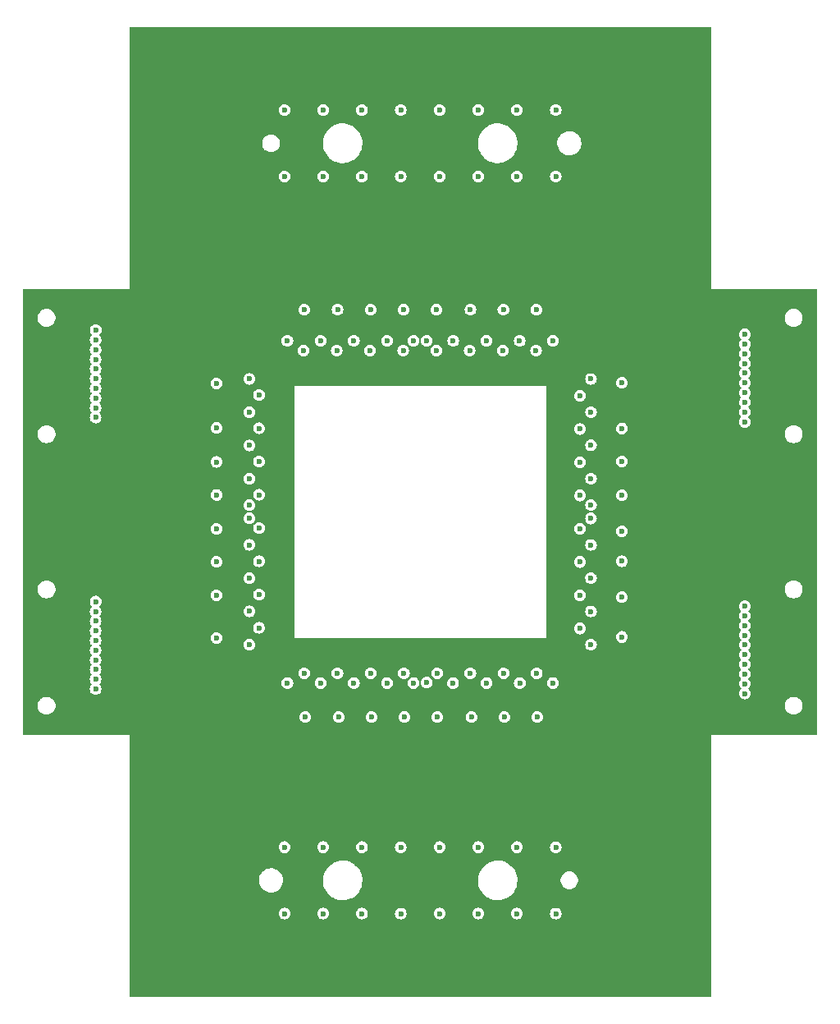
<source format=gbr>
%TF.GenerationSoftware,KiCad,Pcbnew,7.0.2*%
%TF.CreationDate,2023-10-10T18:20:49-06:00*%
%TF.ProjectId,igloo30,69676c6f-6f33-4302-9e6b-696361645f70,rev?*%
%TF.SameCoordinates,Original*%
%TF.FileFunction,Copper,L3,Inr*%
%TF.FilePolarity,Positive*%
%FSLAX46Y46*%
G04 Gerber Fmt 4.6, Leading zero omitted, Abs format (unit mm)*
G04 Created by KiCad (PCBNEW 7.0.2) date 2023-10-10 18:20:49*
%MOMM*%
%LPD*%
G01*
G04 APERTURE LIST*
%TA.AperFunction,ComponentPad*%
%ADD10C,1.500000*%
%TD*%
%TA.AperFunction,ViaPad*%
%ADD11C,0.600000*%
%TD*%
%TA.AperFunction,ViaPad*%
%ADD12C,3.500000*%
%TD*%
G04 APERTURE END LIST*
D10*
%TO.N,GND*%
%TO.C,J12*%
X36550000Y-21475000D03*
X36550000Y-6525000D03*
%TD*%
%TO.N,GND*%
%TO.C,J11*%
X-36550000Y21475000D03*
X-36550000Y6525000D03*
%TD*%
%TO.N,GND*%
%TO.C,J7*%
X36550000Y6525000D03*
X36550000Y21475000D03*
%TD*%
%TO.N,GND*%
%TO.C,J9*%
X-36550000Y-6525000D03*
X-36550000Y-21475000D03*
%TD*%
D11*
%TO.N,Net-(J1-Pin_1)*%
X-21020000Y13240000D03*
X-14000000Y41425000D03*
X-16637000Y12035713D03*
%TO.N,Net-(J1-Pin_2)*%
X-16637000Y8607142D03*
X-21010000Y8640000D03*
X-10000000Y41425000D03*
%TO.N,Net-(J1-Pin_3)*%
X-6000000Y41425000D03*
X-16637000Y5178571D03*
X-21020000Y5140000D03*
%TO.N,Net-(J1-Pin_4)*%
X-16637000Y1750000D03*
X-2000000Y41425000D03*
X-21010000Y1740000D03*
%TO.N,Net-(J1-Pin_5)*%
X-21010000Y-1760000D03*
X-16637000Y-1678571D03*
X-2000000Y-41425000D03*
%TO.N,Net-(J1-Pin_6)*%
X-21020000Y-5170000D03*
X-6000000Y-41425000D03*
X-16637000Y-5107142D03*
%TO.N,Net-(J1-Pin_7)*%
X-16637000Y-8535713D03*
X-21020000Y-8600000D03*
X-10000000Y-41425000D03*
%TO.N,Net-(J1-Pin_8)*%
X-21020000Y-13000000D03*
X-14000000Y-41425000D03*
X-16637000Y-11964284D03*
%TO.N,Net-(J2-Pin_1)*%
X16500000Y-12035710D03*
X14000000Y-41425000D03*
X20830000Y-12900000D03*
%TO.N,Net-(J2-Pin_2)*%
X10000000Y-41425000D03*
X20830000Y-8800000D03*
X16500000Y-8607139D03*
%TO.N,Net-(J2-Pin_3)*%
X6000000Y-41425000D03*
X20830000Y-5100000D03*
X16500000Y-5178568D03*
%TO.N,Net-(J2-Pin_4)*%
X20830000Y-2000000D03*
X16500000Y-1749997D03*
X2000000Y-41425000D03*
%TO.N,Net-(J2-Pin_5)*%
X2000000Y41425000D03*
X20830000Y1700000D03*
X16500000Y1678574D03*
%TO.N,Net-(J2-Pin_6)*%
X20830000Y5200000D03*
X6000000Y41425000D03*
X16500000Y5107145D03*
%TO.N,Net-(J2-Pin_7)*%
X20827500Y8600000D03*
X16500000Y8535716D03*
X10000000Y41425000D03*
%TO.N,Net-(J2-Pin_8)*%
X20827500Y13300000D03*
X14000000Y41425000D03*
X16500000Y11964287D03*
%TO.N,Net-(J5-Pin_1)*%
X-12035713Y16630000D03*
X-14000000Y34575000D03*
X-11970000Y20830000D03*
%TO.N,Net-(J5-Pin_2)*%
X-8607142Y16630000D03*
X-10000000Y34575000D03*
X-8520000Y20830000D03*
%TO.N,Net-(J5-Pin_3)*%
X-5178571Y16630000D03*
X-6000000Y34575000D03*
X-5120000Y20830000D03*
%TO.N,Net-(J5-Pin_4)*%
X-1710000Y20830000D03*
X-2000000Y34575000D03*
X-1750000Y16630000D03*
%TO.N,Net-(J5-Pin_5)*%
X1678571Y16630000D03*
X2000000Y34575000D03*
X1680000Y20830000D03*
%TO.N,Net-(J5-Pin_6)*%
X5190000Y20830000D03*
X6000000Y34575000D03*
X5107142Y16630000D03*
%TO.N,Net-(J5-Pin_7)*%
X8590000Y20830000D03*
X10000000Y34575000D03*
X8535713Y16630000D03*
%TO.N,Net-(J5-Pin_8)*%
X11964284Y16630000D03*
X11980000Y20830000D03*
X14000000Y34575000D03*
%TO.N,GND*%
X28085700Y-28258214D03*
X-26014300Y-12072500D03*
X19220015Y-42106815D03*
X-20526720Y38283710D03*
X4342842Y31887282D03*
X27585700Y26236642D03*
X-26414300Y38977500D03*
X11261891Y-46372500D03*
X-26014300Y9027500D03*
X-22648615Y11093185D03*
X5709326Y46268209D03*
X20027500Y16677335D03*
X-2510000Y22000000D03*
X-25101635Y4283465D03*
X-28014300Y-29782500D03*
X914271Y31706540D03*
X-15781373Y44127500D03*
X-24014300Y-23422500D03*
X7857129Y-27211256D03*
X-18971813Y44851356D03*
X11285700Y-19368545D03*
X-18404825Y40405605D03*
X-22414300Y17077500D03*
X-828584Y-34201071D03*
X25585700Y30186324D03*
X-22414300Y-10172500D03*
X-914300Y28077464D03*
X-13254287Y46627500D03*
X23985700Y31269767D03*
X-26414300Y16962500D03*
X-21235566Y39837603D03*
X-22308553Y-4835383D03*
X-4291471Y-44881041D03*
X22220015Y36261815D03*
X-26014300Y-24872500D03*
X-20950000Y-39780000D03*
X-5422841Y-43749671D03*
X-28014300Y16962500D03*
X914271Y28092450D03*
X25351385Y-8406815D03*
X7749987Y-47972500D03*
X-18032930Y47027500D03*
X-7771442Y33148929D03*
X-21814300Y32344385D03*
X-5857155Y-19400000D03*
X21585700Y-22661471D03*
X-28014300Y23252500D03*
X-9285726Y-19588574D03*
X-24014300Y17077500D03*
X-20186851Y44873578D03*
X9371413Y30073841D03*
X25985700Y7958870D03*
X-5622840Y-33063957D03*
X-23279985Y-40738185D03*
X-28014300Y-23522500D03*
X25708170Y-5720743D03*
X-2514300Y24115829D03*
X26485700Y-28258214D03*
X-7148615Y-47738185D03*
D12*
X17500000Y20000000D03*
D11*
X-24014300Y13802500D03*
X12885700Y-28830708D03*
X25585700Y12135903D03*
X-22423285Y1605115D03*
X-22648615Y-36106815D03*
X-22400000Y-17400000D03*
X-20509298Y11470028D03*
X-19950000Y-38670000D03*
X11199987Y29958420D03*
X25585700Y36203131D03*
X-17279985Y-43738185D03*
X21985700Y23778898D03*
X21675243Y39906586D03*
X23985700Y-8972500D03*
X14773795Y-47972500D03*
X-23850000Y36710000D03*
X914271Y28092450D03*
X-21814300Y29161271D03*
X-18554985Y-38963185D03*
X10231357Y44527500D03*
X-12479985Y-31921102D03*
X12754281Y18986328D03*
X-18393322Y48626973D03*
X914271Y22034271D03*
X-26414300Y26397500D03*
X-21579985Y36093185D03*
X-4342871Y31881209D03*
X21627500Y25961613D03*
X-28014300Y13817500D03*
X20000000Y34550000D03*
X-26014300Y-18472500D03*
X-20214300Y32344385D03*
X-5857155Y-30524020D03*
X20351385Y-43238185D03*
X-26014300Y34316388D03*
X23585700Y-36172500D03*
X-28014300Y26397500D03*
X9371413Y26998756D03*
X23585700Y36827500D03*
X-9371442Y23948313D03*
X-28014300Y35832500D03*
X-24414300Y-28072500D03*
X15131374Y42214125D03*
X-2514300Y30678887D03*
X-12565698Y32011815D03*
X15593371Y44127500D03*
X-2428584Y-19371429D03*
X2514271Y24138306D03*
X-20214300Y29161271D03*
X2514271Y27412342D03*
X-26414300Y-29782500D03*
X25985700Y14106322D03*
X26485700Y-21648690D03*
X-24414300Y9027500D03*
X-20214300Y25978157D03*
X-18250000Y42700000D03*
X-7703718Y44448288D03*
X14773795Y-46372500D03*
X-12790005Y28659622D03*
X-20214300Y-16287271D03*
X8315672Y-46606815D03*
X21985700Y-29815357D03*
X-11114300Y-24978462D03*
X14042273Y48127500D03*
X-21315281Y-43940148D03*
X18684718Y-41404851D03*
X21985700Y-23458214D03*
X20606054Y-949997D03*
X25585700Y-12161388D03*
X-26014300Y21671944D03*
X5932839Y19049202D03*
X-18561370Y-42391370D03*
X25991785Y5702215D03*
X-924303Y19006344D03*
X25985700Y20253774D03*
X999987Y-19382832D03*
X-22414300Y20352500D03*
X21627500Y16698434D03*
X-22414300Y26902500D03*
X7857129Y-19385716D03*
X-4342871Y24528983D03*
X21985700Y-13922500D03*
X-24014300Y23627500D03*
X-19238158Y42322271D03*
X26720015Y-37606815D03*
X12799987Y28447415D03*
X-24014300Y-20110000D03*
X-22414300Y-33360000D03*
X23351385Y-10178244D03*
X-21241204Y42581965D03*
X9457129Y-24202063D03*
X24470015Y-39856815D03*
X-26014300Y18510833D03*
X23585700Y-32993928D03*
X3571820Y44130703D03*
X-11434328Y33143185D03*
X-12231383Y42527500D03*
X23985700Y12290681D03*
X-24414300Y-8872500D03*
X-11180006Y19004088D03*
X28085700Y-34867738D03*
X-21814300Y22795042D03*
X-24414300Y27994166D03*
X-22414300Y-30047500D03*
X2599987Y-31076871D03*
X-15116095Y40627502D03*
X25585700Y-28105833D03*
X-27779985Y39543185D03*
X4428558Y-30658663D03*
X-28014300Y-11002500D03*
X25585700Y-31294722D03*
X-26414300Y-26652500D03*
X21627500Y29049339D03*
X17065162Y48127500D03*
X4342842Y24547199D03*
X-14932414Y47027500D03*
X-21814300Y-25829885D03*
X23854279Y3564709D03*
X20493559Y4320133D03*
X25601385Y-40988185D03*
X-26414300Y-39172500D03*
X25585700Y-21728055D03*
X-26014300Y-28072500D03*
X-26014300Y12188611D03*
X-4257155Y-19400000D03*
X-9750013Y-44372500D03*
X-21579985Y-35938185D03*
X-26414300Y-11002500D03*
X4428558Y-27516256D03*
X20633198Y43211371D03*
X15954330Y42527500D03*
X-22414300Y-20110000D03*
X-22414300Y-23422500D03*
X18154330Y46527500D03*
X-16714300Y-42372500D03*
X27585700Y11122195D03*
X-24014300Y-16797500D03*
X25985700Y23327500D03*
X-26414300Y29542500D03*
X23985700Y-21728055D03*
X12315672Y-42606815D03*
X7725710Y18947757D03*
X-28014300Y7527500D03*
X-19377928Y12601398D03*
X-26014300Y27994166D03*
X-5648534Y43944651D03*
X2599987Y-27781243D03*
X-26414300Y10672500D03*
X12231357Y42527500D03*
X23245552Y5218722D03*
X5398521Y43694664D03*
X14846672Y46527500D03*
X-20448615Y34961815D03*
X12799987Y24648701D03*
X26485700Y-11734404D03*
X-910000Y22000000D03*
X11539014Y46527500D03*
X27585700Y17167974D03*
X-5988574Y18943473D03*
X-17423615Y-37831815D03*
X914271Y24478360D03*
X-20214300Y-19468142D03*
X-16532930Y45027500D03*
X-9330003Y19002044D03*
X25985700Y17180048D03*
X2599987Y-24485615D03*
X22400000Y2000000D03*
X21627500Y32137065D03*
X-25779985Y38043185D03*
X-9285726Y-29117384D03*
X19985700Y-32419742D03*
D12*
X25000000Y-45000000D03*
D11*
X-19214300Y-46372500D03*
X-18629985Y39043185D03*
X9457129Y-30220449D03*
X-24014300Y10527500D03*
X-19648615Y-42106815D03*
X-4257155Y-27418398D03*
X-26414300Y32687500D03*
X27585700Y23213753D03*
X23585700Y17876948D03*
X9137098Y32583241D03*
X-11114300Y-19600000D03*
X-22414300Y33452500D03*
X-24014300Y20352500D03*
X-914300Y24455882D03*
X4310552Y-44864435D03*
X-23698613Y-5488183D03*
X-26414300Y-36042500D03*
X-22414300Y30177500D03*
X19985700Y-19408714D03*
X17553348Y-40273481D03*
X20873438Y39871131D03*
X-12780001Y24743789D03*
X-5857155Y-27418398D03*
X-21879982Y-1406812D03*
X-26014300Y-34472500D03*
X4428558Y-19424287D03*
X4379997Y19002044D03*
X19352525Y-12601395D03*
X18690000Y36270000D03*
X15601385Y-41988185D03*
X-26414300Y20107500D03*
X-15380966Y-46372500D03*
X25585700Y-18539166D03*
X-22148615Y-39606815D03*
X23585700Y33669074D03*
X-22340772Y42719657D03*
X-20214300Y-32191628D03*
X11285700Y-32658213D03*
X15033769Y-40622502D03*
X-12714300Y-19600000D03*
X23985700Y-15350277D03*
X-13732156Y-44372500D03*
X-4257155Y-33629642D03*
X4662873Y-34366756D03*
X-914300Y31699047D03*
X11285700Y-25003204D03*
X-11114300Y-28732624D03*
X19364786Y42217043D03*
X19985700Y-22661471D03*
X-25779985Y-38238185D03*
X21985700Y-17101071D03*
X25585700Y-15350277D03*
X7857129Y-33229642D03*
X23585700Y24193798D03*
X-12780000Y19000000D03*
X23585700Y30510649D03*
X-24414300Y-21672500D03*
X26000000Y32000000D03*
X20027500Y25965832D03*
X-26014300Y31155277D03*
X-3752755Y44311612D03*
X5942842Y27133071D03*
X21627500Y22873886D03*
X26485700Y-31562976D03*
X-11114300Y-32486787D03*
X999987Y-31076871D03*
X25585700Y-37672500D03*
X28085700Y-21648690D03*
X-19779985Y-47738185D03*
X-12770000Y22000000D03*
X17345015Y-37981815D03*
X-24414300Y-18472500D03*
X-21814300Y-19468142D03*
X19658425Y7735716D03*
X21877636Y45066933D03*
X9457129Y-19385716D03*
X-7771442Y30082057D03*
X-21814300Y-22649014D03*
X-15380966Y-47972500D03*
X-16282930Y42527500D03*
X23585700Y14718522D03*
X914271Y24478360D03*
X-7730003Y19002044D03*
X22383401Y8865257D03*
X-4257155Y-30524020D03*
X20027500Y29061998D03*
X6028558Y-19424287D03*
D12*
X-25000000Y45000000D03*
D11*
X-26414300Y35832500D03*
X27585700Y32282421D03*
X21627500Y35224792D03*
X-26414300Y13817500D03*
X25985700Y26401226D03*
X-26414300Y-17262500D03*
X18144775Y39399794D03*
X-26414300Y-32912500D03*
X914271Y31706540D03*
X-11835788Y48627500D03*
X-24014300Y-10172500D03*
X2514271Y27412342D03*
X18285700Y-47972500D03*
X-22414300Y13802500D03*
X-24014300Y-26735000D03*
X22433586Y-4708899D03*
X-24414300Y34316388D03*
X11154281Y18986328D03*
X25600000Y18830000D03*
X11749987Y-43972500D03*
X-5942871Y33388988D03*
X12781464Y46127500D03*
X26485700Y-24953452D03*
X25985700Y29474952D03*
X23985700Y-24916944D03*
X-7771442Y27015185D03*
X-5942871Y27120929D03*
X9325710Y18947757D03*
X-24414300Y37477500D03*
X23985700Y-18539166D03*
X14800000Y-42606815D03*
X-20214300Y-29010757D03*
X11199987Y26922276D03*
X-25461544Y41861625D03*
X17720015Y-46606815D03*
X-7771442Y23948313D03*
X24015141Y42929428D03*
X20027500Y32158164D03*
X17054330Y44527500D03*
X999987Y-27781243D03*
X-28014300Y20107500D03*
X2514271Y24138306D03*
X-21814300Y-32191628D03*
X9749987Y-45972500D03*
X-27779985Y-39738185D03*
X7996494Y48127500D03*
X27585700Y38328200D03*
X-7714300Y-46372500D03*
X-24014300Y33452500D03*
X-20214300Y-25829885D03*
X12885700Y-19368545D03*
X28085700Y-15039166D03*
X25500000Y15100000D03*
X26000000Y35073726D03*
X-24414300Y12188611D03*
X12089026Y44127500D03*
X5942842Y33388985D03*
D12*
X17500000Y-25000000D03*
D11*
X12651385Y-32092528D03*
X-28014300Y-32912500D03*
X-22414300Y-13485000D03*
X-24014300Y-13485000D03*
X-20214300Y-35372500D03*
X19985700Y-29166985D03*
X25585700Y-24916944D03*
X26152647Y40791922D03*
X-22414300Y36727500D03*
X23985700Y-28105833D03*
X-8557019Y48627500D03*
X23985700Y28106586D03*
X8231357Y46527500D03*
X-24414300Y21671944D03*
X23985700Y-31294722D03*
X-24014300Y26902500D03*
X-12183021Y44127500D03*
X-828584Y-19371429D03*
X23985700Y21780224D03*
D12*
X25000000Y45000000D03*
D11*
X-24014300Y-36672500D03*
X-28014300Y29542500D03*
X20389543Y44610457D03*
X7771413Y26998756D03*
X7857129Y-24202063D03*
X-10545670Y45027500D03*
X-26648615Y-8438185D03*
X26485700Y-18343928D03*
X-9184328Y-45738185D03*
X-26414300Y-20392500D03*
X23585700Y-20279643D03*
X22220015Y-42106815D03*
D12*
X-17500000Y-25000000D03*
D11*
X-11190011Y28663710D03*
X-26014300Y-15272500D03*
X-7685726Y-19720026D03*
X21585700Y-19408714D03*
X23585700Y-13922500D03*
X-24414300Y18510833D03*
X-28014300Y32687500D03*
X-25779985Y-8306815D03*
X21585700Y-16155957D03*
X24887723Y38956846D03*
X-28014300Y-17262500D03*
X-20214300Y16428814D03*
X-24414300Y-31272500D03*
X19985700Y-35672500D03*
X21985700Y13992446D03*
X-11180007Y24747877D03*
X21985700Y10730296D03*
X-24829983Y-4356813D03*
X23985700Y24943405D03*
X-4342871Y28205096D03*
X-11831898Y47027500D03*
X-26014300Y-31272500D03*
X22851385Y-40738185D03*
X-2428584Y-30945449D03*
X-23970265Y5414835D03*
X-8731383Y47027500D03*
X-23981948Y-41273481D03*
X23985700Y-12161388D03*
X27585700Y20190863D03*
X-28014300Y10672500D03*
X-24414300Y-37672500D03*
X19740130Y47204439D03*
X19210617Y12764287D03*
X25585700Y33194728D03*
X-24414300Y15349722D03*
X24220015Y9693185D03*
X-24414300Y-12072500D03*
X-11547633Y-46372500D03*
X21985700Y-26636785D03*
X12885700Y-25003204D03*
X-2428584Y-24434205D03*
X23585700Y21035373D03*
D12*
X-17500000Y20000000D03*
D11*
X-26414300Y-23522500D03*
X6028558Y-30658663D03*
X-9051411Y-32492528D03*
X2514271Y30686378D03*
X22220015Y-35606815D03*
X7857129Y-30220449D03*
X-4388574Y18943473D03*
X-13732156Y-45972500D03*
X-12315698Y-42606815D03*
X28085700Y-24953452D03*
X-26414300Y23252500D03*
X5942842Y30261028D03*
X-5942871Y30254958D03*
X23985700Y18617043D03*
X-23510594Y40312575D03*
X-24014300Y30177500D03*
X25585700Y27177921D03*
X-21814300Y16428814D03*
X-20214300Y19611928D03*
X23564956Y-3577529D03*
X-11750013Y-43972500D03*
X17260000Y37930000D03*
X-24494693Y40565736D03*
X11261891Y-47972500D03*
X19985700Y-25914228D03*
X17285700Y-44372500D03*
X25985700Y11032596D03*
X7771413Y30073841D03*
X-15679985Y41993185D03*
X-17148615Y-44606815D03*
X21101385Y-45488185D03*
X21627500Y19786160D03*
X6028558Y-24373849D03*
X-24414300Y-24872500D03*
X-24414300Y24833055D03*
X2514271Y30686378D03*
X-21814300Y-16287271D03*
D12*
X17500000Y25000000D03*
D11*
X-5942871Y23986900D03*
X-28014300Y-26652500D03*
X21985700Y-10743929D03*
X-2514300Y27397358D03*
X-9371442Y27015185D03*
X11285700Y-28830708D03*
X-16463690Y46627500D03*
X21985700Y20516747D03*
X999987Y-24485615D03*
X23585700Y-17101071D03*
X24576800Y-6852113D03*
X20027500Y22869667D03*
X-21869685Y8051515D03*
X18505935Y45338634D03*
X28085700Y-11734404D03*
X-11547633Y-47972500D03*
X-9371442Y33148929D03*
X-24414300Y-34472500D03*
X-28014300Y-20392500D03*
X-9371442Y30082057D03*
X-21968685Y4650515D03*
X26720015Y-8995328D03*
X23985700Y-34483611D03*
X9222814Y-32663957D03*
X21985700Y-20279643D03*
X-24414300Y-15272500D03*
X-26014300Y-21672500D03*
X23585700Y-29815357D03*
X-15114558Y48627500D03*
X-25113318Y-42404851D03*
X18395492Y42349077D03*
D12*
X17500000Y-20000000D03*
D11*
X21985700Y27041048D03*
X6028558Y-27516256D03*
X-21814300Y25978157D03*
X-26414300Y-14132500D03*
X28085700Y-38172500D03*
X9371413Y23923671D03*
X23985700Y15453862D03*
X21400000Y-28347243D03*
X13517843Y-44372500D03*
X10315672Y-44606815D03*
X23585700Y27352224D03*
X17851385Y-45738185D03*
X28085700Y-31562976D03*
X12799987Y32246130D03*
X-12714300Y-28732624D03*
X23985700Y37596130D03*
X21351385Y-36238185D03*
X-20214300Y-22649014D03*
X4428558Y-24373849D03*
X-19872184Y-11164284D03*
X-21579985Y12540715D03*
X25585700Y9127500D03*
X27585700Y35305310D03*
X26485700Y-34867738D03*
X-828584Y-27689827D03*
D12*
X-25000000Y-45000000D03*
D11*
X21720015Y-39606815D03*
X19087172Y39394657D03*
X19886681Y-37940148D03*
X-20824663Y46498506D03*
X-17498615Y37911815D03*
X19985700Y-16155957D03*
X-12714300Y-24978462D03*
X-20214300Y22795042D03*
X-15529985Y-41988185D03*
X-2428584Y-27689827D03*
X21985700Y33565349D03*
X7771413Y33148926D03*
X21645345Y4855775D03*
X22020000Y17790000D03*
X-22400000Y39000000D03*
X20648910Y-7807139D03*
X2504268Y19036315D03*
X-9285726Y-25176555D03*
X15785700Y-43972500D03*
X23585700Y11560097D03*
D12*
X-17500000Y-20000000D03*
D11*
X19970015Y-44356815D03*
X-22446651Y-45071518D03*
X7771413Y23923671D03*
X-7685726Y-25176555D03*
X23585700Y-23458214D03*
X904268Y19036315D03*
X15789867Y46127500D03*
X-28014300Y-14132500D03*
X27585700Y14145085D03*
X28085700Y-18343928D03*
X25985700Y38696130D03*
X9457129Y-27211256D03*
X11019384Y48127500D03*
X-10046148Y46609628D03*
X9773592Y46117452D03*
X-22414300Y-26735000D03*
X4342842Y28217241D03*
X-26648615Y8093185D03*
X-11170000Y22000000D03*
D12*
X-17500000Y25000000D03*
D11*
X-20779985Y-43238185D03*
X-28014300Y-7872500D03*
X-19306499Y-12529969D03*
X28085700Y-8429643D03*
X21400000Y-31600000D03*
X20027500Y19773501D03*
X-828584Y-30945449D03*
X-28014300Y-36042500D03*
X23985700Y34432948D03*
X-4257155Y-24312776D03*
X23351385Y-43238185D03*
X13642843Y44527500D03*
X21018051Y-39071518D03*
X-24414300Y31155277D03*
X13517843Y-45972500D03*
X-21814300Y-29010757D03*
X21585700Y-25914228D03*
X21985700Y30303199D03*
X5441922Y-43733065D03*
X-5857155Y-24312776D03*
X-6071195Y46630052D03*
X26485700Y-15039166D03*
X2514271Y22034271D03*
X14710000Y40450000D03*
X-26014300Y15349722D03*
X23585700Y-26636785D03*
X-24014300Y-30047500D03*
X7561577Y44120460D03*
X-7685726Y-33058213D03*
X-24014300Y-33360000D03*
X2599987Y-19382832D03*
X25585700Y-34483611D03*
X-21814300Y19611928D03*
X-2524303Y19006344D03*
X24220015Y-37106815D03*
X23000000Y42000000D03*
X11306261Y32975928D03*
X11199987Y23886131D03*
X-14962226Y-40622503D03*
X18476385Y-39113185D03*
X-7685726Y-29117384D03*
X-22414300Y23627500D03*
X27585700Y8099306D03*
X25585700Y21161114D03*
X25585700Y24169517D03*
X19918210Y-11235710D03*
X-17430000Y-41260000D03*
X-828584Y-24434205D03*
X21985700Y-32993928D03*
X27585700Y29259531D03*
X22760460Y41084109D03*
X-17714300Y-45972500D03*
X5942842Y24005114D03*
X-26014300Y24833055D03*
%TO.N,Net-(J6-Pin_1)*%
X12035710Y-16637000D03*
X12080000Y-21170000D03*
X14000000Y-34575000D03*
%TO.N,Net-(J6-Pin_2)*%
X8680000Y-21170000D03*
X8607139Y-16637000D03*
X10000000Y-34575000D03*
%TO.N,Net-(J6-Pin_3)*%
X5290000Y-21170000D03*
X6000000Y-34575000D03*
X5178568Y-16637000D03*
%TO.N,Net-(J6-Pin_4)*%
X1749997Y-16637000D03*
X2000000Y-34575000D03*
X1780000Y-21170000D03*
%TO.N,Net-(J6-Pin_5)*%
X-1678574Y-16637000D03*
X-2000000Y-34575000D03*
X-1620000Y-21170000D03*
%TO.N,Net-(J6-Pin_6)*%
X-5107145Y-16637000D03*
X-5020000Y-21170000D03*
X-6000000Y-34575000D03*
%TO.N,Net-(J6-Pin_7)*%
X-8535716Y-16637000D03*
X-8420000Y-21170000D03*
X-10000000Y-34575000D03*
%TO.N,Net-(J6-Pin_8)*%
X-11860000Y-21170000D03*
X-14000000Y-34575000D03*
X-11964287Y-16637000D03*
%TO.N,Net-(J8-Pin_1)*%
X-13700000Y17625000D03*
X33512500Y18287500D03*
%TO.N,Net-(J8-Pin_2)*%
X-10270000Y17625000D03*
X33512500Y17287500D03*
%TO.N,Net-(J8-Pin_3)*%
X33512500Y16287500D03*
X-6840000Y17625000D03*
%TO.N,Net-(J8-Pin_4)*%
X33512500Y15287500D03*
X-3410000Y17625000D03*
%TO.N,Net-(J8-Pin_5)*%
X-680000Y17625000D03*
X33512500Y14287500D03*
%TO.N,Net-(J8-Pin_6)*%
X33512500Y13287500D03*
X680000Y17625000D03*
%TO.N,Net-(J8-Pin_7)*%
X33512500Y12287500D03*
X3410000Y17625000D03*
%TO.N,Net-(J8-Pin_8)*%
X33512500Y11287500D03*
X6840000Y17625000D03*
%TO.N,Net-(J8-Pin_9)*%
X33512500Y10287500D03*
X10270000Y17625000D03*
%TO.N,Net-(J8-Pin_10)*%
X13700000Y17625000D03*
X33500000Y9275000D03*
%TO.N,Net-(J10-Pin_1)*%
X-33500000Y-18275000D03*
X13700000Y-17650000D03*
%TO.N,Net-(J10-Pin_2)*%
X-33500000Y-17275000D03*
X10280000Y-17650000D03*
%TO.N,Net-(J10-Pin_3)*%
X6850000Y-17650000D03*
X-33500000Y-16275000D03*
%TO.N,Net-(J10-Pin_4)*%
X3400000Y-17650000D03*
X-33500000Y-15275000D03*
%TO.N,Net-(J10-Pin_5)*%
X-33500000Y-14275000D03*
X690000Y-17600000D03*
%TO.N,Net-(J10-Pin_6)*%
X-670000Y-17650000D03*
X-33500000Y-13275000D03*
%TO.N,Net-(J10-Pin_7)*%
X-33500000Y-12275000D03*
X-3410000Y-17650000D03*
%TO.N,Net-(J10-Pin_8)*%
X-6840000Y-17650000D03*
X-33500000Y-11275000D03*
%TO.N,Net-(J10-Pin_9)*%
X-10270000Y-17650000D03*
X-33500000Y-10275000D03*
%TO.N,Net-(J10-Pin_10)*%
X-33487500Y-9262500D03*
X-13700000Y-17650000D03*
%TO.N,Net-(J13-Pin_1)*%
X-33500000Y9725000D03*
X-17625000Y-13700000D03*
%TO.N,Net-(J13-Pin_2)*%
X-33500000Y10725000D03*
X-17625000Y-10260000D03*
%TO.N,Net-(J13-Pin_3)*%
X-17625000Y-6850000D03*
X-33500000Y11725000D03*
%TO.N,Net-(J13-Pin_4)*%
X-33500000Y12725000D03*
X-17625000Y-3410000D03*
%TO.N,Net-(J13-Pin_5)*%
X-33500000Y13725000D03*
X-17625000Y-680000D03*
%TO.N,Net-(J13-Pin_6)*%
X-17625000Y680000D03*
X-33500000Y14725000D03*
%TO.N,Net-(J13-Pin_7)*%
X-17625000Y3410000D03*
X-33500000Y15725000D03*
%TO.N,Net-(J13-Pin_8)*%
X-17625000Y6840000D03*
X-33500000Y16725000D03*
%TO.N,Net-(J13-Pin_9)*%
X-33500000Y17725000D03*
X-17625000Y10270000D03*
%TO.N,Net-(J13-Pin_10)*%
X-33487500Y18737500D03*
X-17625000Y13700000D03*
%TO.N,Net-(J14-Pin_1)*%
X33500000Y-9725000D03*
X17630000Y13700000D03*
%TO.N,Net-(J14-Pin_2)*%
X33500000Y-10725000D03*
X17630000Y10275000D03*
%TO.N,Net-(J14-Pin_3)*%
X33500000Y-11725000D03*
X17630000Y6850000D03*
%TO.N,Net-(J14-Pin_4)*%
X17630000Y3410000D03*
X33500000Y-12725000D03*
%TO.N,Net-(J14-Pin_5)*%
X33500000Y-13725000D03*
X17630000Y680000D03*
%TO.N,Net-(J14-Pin_6)*%
X33500000Y-14725000D03*
X17630000Y-690000D03*
%TO.N,Net-(J14-Pin_7)*%
X17630000Y-3410000D03*
X33500000Y-15725000D03*
%TO.N,Net-(J14-Pin_8)*%
X33500000Y-16725000D03*
X17630000Y-6840000D03*
%TO.N,Net-(J14-Pin_9)*%
X17630000Y-10270000D03*
X33500000Y-17725000D03*
%TO.N,Net-(J14-Pin_10)*%
X17630000Y-13700000D03*
X33487500Y-18737500D03*
%TD*%
%TA.AperFunction,Conductor*%
%TO.N,GND*%
G36*
X29985135Y49987648D02*
G01*
X29999487Y49953000D01*
X29999498Y23009623D01*
X29999419Y23009216D01*
X29999459Y22999999D01*
X29999500Y22999902D01*
X29999617Y22999616D01*
X29999999Y22999459D01*
X30000000Y22999459D01*
X30009672Y22999465D01*
X30009843Y22999500D01*
X40950500Y22999500D01*
X40985148Y22985148D01*
X40999500Y22950500D01*
X40999500Y-22950500D01*
X40985148Y-22985148D01*
X40950500Y-22999500D01*
X30009844Y-22999500D01*
X30009638Y-22999459D01*
X30000000Y-22999459D01*
X29999901Y-22999500D01*
X29999616Y-22999617D01*
X29999458Y-22999999D01*
X29999425Y-23009246D01*
X29999498Y-23009624D01*
X29999487Y-49948000D01*
X29985135Y-49982648D01*
X29950487Y-49997000D01*
X-29950513Y-49997000D01*
X-29985161Y-49982648D01*
X-29999513Y-49948000D01*
X-29999517Y-41425000D01*
X-14605682Y-41425000D01*
X-14585044Y-41581762D01*
X-14524536Y-41727841D01*
X-14428282Y-41853282D01*
X-14302841Y-41949536D01*
X-14156762Y-42010044D01*
X-14000000Y-42030682D01*
X-13843238Y-42010044D01*
X-13697159Y-41949536D01*
X-13649801Y-41913197D01*
X-13571717Y-41853282D01*
X-13475465Y-41727842D01*
X-13475464Y-41727841D01*
X-13414956Y-41581762D01*
X-13394318Y-41425000D01*
X-10605682Y-41425000D01*
X-10585044Y-41581762D01*
X-10524536Y-41727841D01*
X-10428282Y-41853282D01*
X-10302841Y-41949536D01*
X-10156762Y-42010044D01*
X-10000000Y-42030682D01*
X-9843238Y-42010044D01*
X-9697159Y-41949536D01*
X-9649801Y-41913197D01*
X-9571717Y-41853282D01*
X-9475465Y-41727842D01*
X-9475464Y-41727841D01*
X-9414956Y-41581762D01*
X-9394318Y-41425000D01*
X-6605682Y-41425000D01*
X-6585044Y-41581762D01*
X-6524536Y-41727841D01*
X-6428282Y-41853282D01*
X-6302841Y-41949536D01*
X-6156762Y-42010044D01*
X-6000000Y-42030682D01*
X-5843238Y-42010044D01*
X-5697159Y-41949536D01*
X-5649801Y-41913197D01*
X-5571717Y-41853282D01*
X-5475465Y-41727842D01*
X-5475464Y-41727841D01*
X-5414956Y-41581762D01*
X-5394318Y-41425000D01*
X-2605682Y-41425000D01*
X-2585044Y-41581762D01*
X-2524536Y-41727841D01*
X-2428282Y-41853282D01*
X-2302841Y-41949536D01*
X-2156762Y-42010044D01*
X-2000000Y-42030682D01*
X-1843238Y-42010044D01*
X-1697159Y-41949536D01*
X-1649801Y-41913197D01*
X-1571717Y-41853282D01*
X-1475465Y-41727842D01*
X-1475464Y-41727841D01*
X-1414956Y-41581762D01*
X-1394318Y-41425000D01*
X1394318Y-41425000D01*
X1414956Y-41581762D01*
X1475464Y-41727841D01*
X1475465Y-41727842D01*
X1571717Y-41853282D01*
X1649801Y-41913197D01*
X1697159Y-41949536D01*
X1843238Y-42010044D01*
X2000000Y-42030682D01*
X2156762Y-42010044D01*
X2302841Y-41949536D01*
X2428282Y-41853282D01*
X2524536Y-41727841D01*
X2585044Y-41581762D01*
X2605682Y-41425000D01*
X5394318Y-41425000D01*
X5414956Y-41581762D01*
X5475464Y-41727841D01*
X5475465Y-41727842D01*
X5571717Y-41853282D01*
X5649801Y-41913197D01*
X5697159Y-41949536D01*
X5843238Y-42010044D01*
X6000000Y-42030682D01*
X6156762Y-42010044D01*
X6302841Y-41949536D01*
X6428282Y-41853282D01*
X6524536Y-41727841D01*
X6585044Y-41581762D01*
X6605682Y-41425000D01*
X9394318Y-41425000D01*
X9414956Y-41581762D01*
X9475464Y-41727841D01*
X9475465Y-41727842D01*
X9571717Y-41853282D01*
X9649801Y-41913197D01*
X9697159Y-41949536D01*
X9843238Y-42010044D01*
X10000000Y-42030682D01*
X10156762Y-42010044D01*
X10302841Y-41949536D01*
X10428282Y-41853282D01*
X10524536Y-41727841D01*
X10585044Y-41581762D01*
X10605682Y-41425000D01*
X13394318Y-41425000D01*
X13414956Y-41581762D01*
X13475464Y-41727841D01*
X13475465Y-41727842D01*
X13571717Y-41853282D01*
X13649801Y-41913197D01*
X13697159Y-41949536D01*
X13843238Y-42010044D01*
X14000000Y-42030682D01*
X14156762Y-42010044D01*
X14302841Y-41949536D01*
X14428282Y-41853282D01*
X14524536Y-41727841D01*
X14585044Y-41581762D01*
X14605682Y-41425000D01*
X14585044Y-41268238D01*
X14524536Y-41122159D01*
X14488197Y-41074801D01*
X14428282Y-40996717D01*
X14302842Y-40900465D01*
X14302841Y-40900464D01*
X14156762Y-40839956D01*
X14000000Y-40819318D01*
X13843237Y-40839956D01*
X13697157Y-40900465D01*
X13571717Y-40996717D01*
X13475465Y-41122157D01*
X13475464Y-41122158D01*
X13475464Y-41122159D01*
X13414956Y-41268238D01*
X13394318Y-41425000D01*
X10605682Y-41425000D01*
X10585044Y-41268238D01*
X10524536Y-41122159D01*
X10488197Y-41074801D01*
X10428282Y-40996717D01*
X10302842Y-40900465D01*
X10302841Y-40900464D01*
X10156762Y-40839956D01*
X10000000Y-40819318D01*
X9843237Y-40839956D01*
X9697157Y-40900465D01*
X9571717Y-40996717D01*
X9475465Y-41122157D01*
X9475464Y-41122158D01*
X9475464Y-41122159D01*
X9414956Y-41268238D01*
X9394318Y-41425000D01*
X6605682Y-41425000D01*
X6585044Y-41268238D01*
X6524536Y-41122159D01*
X6488197Y-41074801D01*
X6428282Y-40996717D01*
X6302842Y-40900465D01*
X6302841Y-40900464D01*
X6156762Y-40839956D01*
X6000000Y-40819318D01*
X5843237Y-40839956D01*
X5697157Y-40900465D01*
X5571717Y-40996717D01*
X5475465Y-41122157D01*
X5475464Y-41122158D01*
X5475464Y-41122159D01*
X5414956Y-41268238D01*
X5394318Y-41425000D01*
X2605682Y-41425000D01*
X2585044Y-41268238D01*
X2524536Y-41122159D01*
X2488197Y-41074801D01*
X2428282Y-40996717D01*
X2302842Y-40900465D01*
X2302841Y-40900464D01*
X2156762Y-40839956D01*
X2000000Y-40819318D01*
X1843237Y-40839956D01*
X1697157Y-40900465D01*
X1571717Y-40996717D01*
X1475465Y-41122157D01*
X1475464Y-41122158D01*
X1475464Y-41122159D01*
X1414956Y-41268238D01*
X1394318Y-41425000D01*
X-1394318Y-41425000D01*
X-1414956Y-41268238D01*
X-1475464Y-41122159D01*
X-1475464Y-41122158D01*
X-1475465Y-41122157D01*
X-1571717Y-40996717D01*
X-1697157Y-40900465D01*
X-1843237Y-40839956D01*
X-2000000Y-40819318D01*
X-2156762Y-40839956D01*
X-2302841Y-40900464D01*
X-2302842Y-40900465D01*
X-2428282Y-40996717D01*
X-2488197Y-41074801D01*
X-2524536Y-41122159D01*
X-2585044Y-41268238D01*
X-2605682Y-41425000D01*
X-5394318Y-41425000D01*
X-5414956Y-41268238D01*
X-5475464Y-41122159D01*
X-5475464Y-41122158D01*
X-5475465Y-41122157D01*
X-5571717Y-40996717D01*
X-5697157Y-40900465D01*
X-5843237Y-40839956D01*
X-6000000Y-40819318D01*
X-6156762Y-40839956D01*
X-6302841Y-40900464D01*
X-6302842Y-40900465D01*
X-6428282Y-40996717D01*
X-6488197Y-41074801D01*
X-6524536Y-41122159D01*
X-6585044Y-41268238D01*
X-6605682Y-41425000D01*
X-9394318Y-41425000D01*
X-9414956Y-41268238D01*
X-9475464Y-41122159D01*
X-9475464Y-41122158D01*
X-9475465Y-41122157D01*
X-9571717Y-40996717D01*
X-9697157Y-40900465D01*
X-9843237Y-40839956D01*
X-10000000Y-40819318D01*
X-10156762Y-40839956D01*
X-10302841Y-40900464D01*
X-10302842Y-40900465D01*
X-10428282Y-40996717D01*
X-10488197Y-41074801D01*
X-10524536Y-41122159D01*
X-10585044Y-41268238D01*
X-10605682Y-41425000D01*
X-13394318Y-41425000D01*
X-13414956Y-41268238D01*
X-13475464Y-41122159D01*
X-13475464Y-41122158D01*
X-13475465Y-41122157D01*
X-13571717Y-40996717D01*
X-13697157Y-40900465D01*
X-13843237Y-40839956D01*
X-14000000Y-40819318D01*
X-14156762Y-40839956D01*
X-14302841Y-40900464D01*
X-14302842Y-40900465D01*
X-14428282Y-40996717D01*
X-14488197Y-41074801D01*
X-14524536Y-41122159D01*
X-14585044Y-41268238D01*
X-14605682Y-41425000D01*
X-29999517Y-41425000D01*
X-29999518Y-38055880D01*
X-16644260Y-38055880D01*
X-16614286Y-38277153D01*
X-16545285Y-38489518D01*
X-16439473Y-38686150D01*
X-16300251Y-38860728D01*
X-16132095Y-39007642D01*
X-15940408Y-39122169D01*
X-15731353Y-39200629D01*
X-15511647Y-39240500D01*
X-15511645Y-39240500D01*
X-15345394Y-39240500D01*
X-15344290Y-39240500D01*
X-15177605Y-39225498D01*
X-14962358Y-39166094D01*
X-14962357Y-39166093D01*
X-14962355Y-39166093D01*
X-14761178Y-39069211D01*
X-14580528Y-38937961D01*
X-14426217Y-38776564D01*
X-14303205Y-38590210D01*
X-14215445Y-38384882D01*
X-14165758Y-38167192D01*
X-14155739Y-37944121D01*
X-14157840Y-37928614D01*
X-10044237Y-37928614D01*
X-10034278Y-38213811D01*
X-9984723Y-38494847D01*
X-9896539Y-38766251D01*
X-9771440Y-39022741D01*
X-9611863Y-39259325D01*
X-9420912Y-39471397D01*
X-9202305Y-39654831D01*
X-8960296Y-39806054D01*
X-8699596Y-39922125D01*
X-8425280Y-40000784D01*
X-8142686Y-40040500D01*
X-8140968Y-40040500D01*
X-7929581Y-40040500D01*
X-7928738Y-40040500D01*
X-7715324Y-40025577D01*
X-7436188Y-39966244D01*
X-7168027Y-39868642D01*
X-6916059Y-39734668D01*
X-6914674Y-39733661D01*
X-6914668Y-39733658D01*
X-6686570Y-39567934D01*
X-6685189Y-39566931D01*
X-6479910Y-39368695D01*
X-6304218Y-39143820D01*
X-6303364Y-39142341D01*
X-6303360Y-39142335D01*
X-6162388Y-38898164D01*
X-6162386Y-38898161D01*
X-6161532Y-38896681D01*
X-6113001Y-38776564D01*
X-6055271Y-38633676D01*
X-6055270Y-38633673D01*
X-6054630Y-38632089D01*
X-6054216Y-38630431D01*
X-6054214Y-38630423D01*
X-5986005Y-38356851D01*
X-5986004Y-38356849D01*
X-5985592Y-38355194D01*
X-5985414Y-38353501D01*
X-5955940Y-38073079D01*
X-5955939Y-38073065D01*
X-5955763Y-38071386D01*
X-5955822Y-38069688D01*
X-5955822Y-38069680D01*
X-5960748Y-37928614D01*
X5955763Y-37928614D01*
X5955822Y-37930311D01*
X5955822Y-37930319D01*
X5961597Y-38095697D01*
X5965722Y-38213811D01*
X5966017Y-38215486D01*
X5966018Y-38215492D01*
X6014980Y-38493168D01*
X6014983Y-38493180D01*
X6015277Y-38494847D01*
X6103461Y-38766251D01*
X6104205Y-38767778D01*
X6104207Y-38767781D01*
X6173751Y-38910366D01*
X6228560Y-39022741D01*
X6388137Y-39259325D01*
X6579088Y-39471397D01*
X6580398Y-39472496D01*
X6796380Y-39653728D01*
X6796383Y-39653730D01*
X6797695Y-39654831D01*
X7039704Y-39806054D01*
X7300404Y-39922125D01*
X7574720Y-40000784D01*
X7857314Y-40040500D01*
X7859032Y-40040500D01*
X8070419Y-40040500D01*
X8071262Y-40040500D01*
X8284676Y-40025577D01*
X8563812Y-39966244D01*
X8831973Y-39868642D01*
X9083941Y-39734668D01*
X9314811Y-39566931D01*
X9520090Y-39368695D01*
X9695782Y-39143820D01*
X9838468Y-38896681D01*
X9945370Y-38632089D01*
X10014408Y-38355194D01*
X10041682Y-38095697D01*
X14489500Y-38095697D01*
X14529292Y-38282908D01*
X14607141Y-38457758D01*
X14703373Y-38590210D01*
X14719640Y-38612599D01*
X14861874Y-38740667D01*
X15027627Y-38836365D01*
X15209654Y-38895509D01*
X15352285Y-38910500D01*
X15353565Y-38910500D01*
X15446435Y-38910500D01*
X15447715Y-38910500D01*
X15590346Y-38895509D01*
X15772373Y-38836365D01*
X15938126Y-38740667D01*
X16080360Y-38612599D01*
X16192859Y-38457758D01*
X16270707Y-38282910D01*
X16310500Y-38095697D01*
X16310500Y-37904303D01*
X16270707Y-37717090D01*
X16192859Y-37542243D01*
X16169783Y-37510482D01*
X16122701Y-37445679D01*
X16080360Y-37387401D01*
X16056950Y-37366323D01*
X15938126Y-37259333D01*
X15772375Y-37163636D01*
X15772374Y-37163635D01*
X15772373Y-37163635D01*
X15590346Y-37104491D01*
X15565076Y-37101835D01*
X15448983Y-37089633D01*
X15448977Y-37089632D01*
X15447715Y-37089500D01*
X15352285Y-37089500D01*
X15351023Y-37089632D01*
X15351016Y-37089633D01*
X15209653Y-37104491D01*
X15027624Y-37163636D01*
X14861873Y-37259333D01*
X14719642Y-37387398D01*
X14607140Y-37542243D01*
X14529292Y-37717091D01*
X14489500Y-37904302D01*
X14489500Y-38095697D01*
X10041682Y-38095697D01*
X10044237Y-38071386D01*
X10034278Y-37786189D01*
X9984723Y-37505153D01*
X9896539Y-37233749D01*
X9771440Y-36977259D01*
X9611863Y-36740675D01*
X9420912Y-36528603D01*
X9305863Y-36432065D01*
X9203619Y-36346271D01*
X9203613Y-36346267D01*
X9202305Y-36345169D01*
X8960296Y-36193946D01*
X8958739Y-36193253D01*
X8958732Y-36193249D01*
X8701153Y-36078568D01*
X8701150Y-36078567D01*
X8699596Y-36077875D01*
X8697965Y-36077407D01*
X8697956Y-36077404D01*
X8426927Y-35999688D01*
X8426923Y-35999687D01*
X8425280Y-35999216D01*
X8423581Y-35998977D01*
X8423580Y-35998977D01*
X8144388Y-35959739D01*
X8144385Y-35959738D01*
X8142686Y-35959500D01*
X7928738Y-35959500D01*
X7927915Y-35959557D01*
X7927901Y-35959558D01*
X7717032Y-35974303D01*
X7717023Y-35974304D01*
X7715324Y-35974423D01*
X7713659Y-35974776D01*
X7713644Y-35974779D01*
X7437860Y-36033400D01*
X7437851Y-36033402D01*
X7436188Y-36033756D01*
X7434588Y-36034338D01*
X7434582Y-36034340D01*
X7169630Y-36130774D01*
X7169623Y-36130777D01*
X7168027Y-36131358D01*
X7166527Y-36132155D01*
X7166517Y-36132160D01*
X6917578Y-36264524D01*
X6917574Y-36264526D01*
X6916059Y-36265332D01*
X6914683Y-36266331D01*
X6914668Y-36266341D01*
X6686570Y-36432065D01*
X6686564Y-36432069D01*
X6685189Y-36433069D01*
X6683969Y-36434247D01*
X6683962Y-36434253D01*
X6481141Y-36630116D01*
X6479910Y-36631305D01*
X6478858Y-36632651D01*
X6478853Y-36632657D01*
X6305275Y-36854826D01*
X6305269Y-36854834D01*
X6304218Y-36856180D01*
X6303368Y-36857651D01*
X6303360Y-36857664D01*
X6162388Y-37101835D01*
X6162383Y-37101843D01*
X6161532Y-37103319D01*
X6160894Y-37104896D01*
X6160891Y-37104904D01*
X6055271Y-37366323D01*
X6055268Y-37366330D01*
X6054630Y-37367911D01*
X6054217Y-37369564D01*
X6054214Y-37369576D01*
X5992994Y-37615117D01*
X5985592Y-37644806D01*
X5985414Y-37646495D01*
X5985414Y-37646498D01*
X5955940Y-37926920D01*
X5955939Y-37926934D01*
X5955763Y-37928614D01*
X-5960748Y-37928614D01*
X-5965662Y-37787899D01*
X-5965662Y-37787894D01*
X-5965722Y-37786189D01*
X-5966017Y-37784515D01*
X-5966018Y-37784507D01*
X-6014980Y-37506831D01*
X-6014983Y-37506815D01*
X-6015277Y-37505153D01*
X-6053537Y-37387401D01*
X-6102935Y-37235367D01*
X-6102936Y-37235363D01*
X-6103461Y-37233749D01*
X-6104203Y-37232226D01*
X-6104207Y-37232218D01*
X-6227811Y-36978794D01*
X-6227813Y-36978790D01*
X-6228560Y-36977259D01*
X-6229510Y-36975849D01*
X-6229515Y-36975842D01*
X-6387179Y-36742095D01*
X-6387180Y-36742093D01*
X-6388137Y-36740675D01*
X-6487685Y-36630116D01*
X-6577940Y-36529877D01*
X-6577946Y-36529870D01*
X-6579088Y-36528603D01*
X-6580391Y-36527508D01*
X-6580398Y-36527503D01*
X-6796380Y-36346271D01*
X-6796392Y-36346261D01*
X-6797695Y-36345169D01*
X-6799146Y-36344262D01*
X-6799152Y-36344258D01*
X-7038249Y-36194855D01*
X-7038250Y-36194853D01*
X-7039704Y-36193946D01*
X-7041254Y-36193255D01*
X-7041267Y-36193249D01*
X-7298846Y-36078568D01*
X-7298854Y-36078565D01*
X-7300404Y-36077875D01*
X-7302029Y-36077408D01*
X-7302043Y-36077404D01*
X-7573072Y-35999688D01*
X-7573079Y-35999686D01*
X-7574720Y-35999216D01*
X-7576415Y-35998977D01*
X-7576419Y-35998977D01*
X-7855611Y-35959739D01*
X-7855615Y-35959738D01*
X-7857314Y-35959500D01*
X-8071262Y-35959500D01*
X-8072085Y-35959557D01*
X-8072098Y-35959558D01*
X-8282967Y-35974303D01*
X-8282974Y-35974303D01*
X-8284676Y-35974423D01*
X-8286342Y-35974777D01*
X-8286355Y-35974779D01*
X-8562139Y-36033400D01*
X-8562144Y-36033401D01*
X-8563812Y-36033756D01*
X-8565414Y-36034339D01*
X-8565417Y-36034340D01*
X-8830369Y-36130774D01*
X-8830371Y-36130775D01*
X-8831973Y-36131358D01*
X-8833477Y-36132158D01*
X-8833482Y-36132160D01*
X-8948373Y-36193249D01*
X-9083941Y-36265332D01*
X-9085322Y-36266335D01*
X-9085331Y-36266341D01*
X-9195344Y-36346271D01*
X-9314811Y-36433069D01*
X-9520090Y-36631305D01*
X-9695782Y-36856180D01*
X-9838468Y-37103319D01*
X-9945370Y-37367911D01*
X-10014408Y-37644806D01*
X-10044237Y-37928614D01*
X-14157840Y-37928614D01*
X-14185714Y-37722845D01*
X-14254715Y-37510480D01*
X-14360526Y-37313850D01*
X-14499751Y-37139269D01*
X-14667903Y-36992359D01*
X-14859594Y-36877829D01*
X-15068641Y-36799372D01*
X-15111848Y-36791531D01*
X-15288353Y-36759500D01*
X-15455710Y-36759500D01*
X-15456793Y-36759597D01*
X-15456804Y-36759598D01*
X-15622397Y-36774502D01*
X-15837644Y-36833906D01*
X-16038821Y-36930788D01*
X-16123566Y-36992359D01*
X-16219472Y-37062039D01*
X-16257521Y-37101835D01*
X-16373782Y-37223435D01*
X-16496794Y-37409789D01*
X-16496794Y-37409790D01*
X-16584554Y-37615115D01*
X-16634242Y-37832811D01*
X-16644260Y-38055880D01*
X-29999518Y-38055880D01*
X-29999519Y-34575000D01*
X-14605682Y-34575000D01*
X-14585044Y-34731762D01*
X-14524536Y-34877841D01*
X-14428282Y-35003282D01*
X-14302841Y-35099536D01*
X-14156762Y-35160044D01*
X-14000000Y-35180682D01*
X-13843238Y-35160044D01*
X-13697159Y-35099536D01*
X-13649801Y-35063197D01*
X-13571717Y-35003282D01*
X-13475465Y-34877842D01*
X-13475464Y-34877841D01*
X-13414956Y-34731762D01*
X-13394318Y-34575000D01*
X-10605682Y-34575000D01*
X-10585044Y-34731762D01*
X-10524536Y-34877841D01*
X-10428282Y-35003282D01*
X-10302841Y-35099536D01*
X-10156762Y-35160044D01*
X-10000000Y-35180682D01*
X-9843238Y-35160044D01*
X-9697159Y-35099536D01*
X-9649801Y-35063197D01*
X-9571717Y-35003282D01*
X-9475465Y-34877842D01*
X-9475464Y-34877841D01*
X-9414956Y-34731762D01*
X-9394318Y-34575000D01*
X-6605682Y-34575000D01*
X-6585044Y-34731762D01*
X-6524536Y-34877841D01*
X-6428282Y-35003282D01*
X-6302841Y-35099536D01*
X-6156762Y-35160044D01*
X-6000000Y-35180682D01*
X-5843238Y-35160044D01*
X-5697159Y-35099536D01*
X-5649801Y-35063197D01*
X-5571717Y-35003282D01*
X-5475465Y-34877842D01*
X-5475464Y-34877841D01*
X-5414956Y-34731762D01*
X-5394318Y-34575000D01*
X-2605682Y-34575000D01*
X-2585044Y-34731762D01*
X-2524536Y-34877841D01*
X-2428282Y-35003282D01*
X-2302841Y-35099536D01*
X-2156762Y-35160044D01*
X-2000000Y-35180682D01*
X-1843238Y-35160044D01*
X-1697159Y-35099536D01*
X-1649801Y-35063197D01*
X-1571717Y-35003282D01*
X-1475465Y-34877842D01*
X-1475464Y-34877841D01*
X-1414956Y-34731762D01*
X-1394318Y-34575000D01*
X1394318Y-34575000D01*
X1414956Y-34731762D01*
X1475464Y-34877841D01*
X1475465Y-34877842D01*
X1571717Y-35003282D01*
X1649801Y-35063197D01*
X1697159Y-35099536D01*
X1843238Y-35160044D01*
X2000000Y-35180682D01*
X2156762Y-35160044D01*
X2302841Y-35099536D01*
X2428282Y-35003282D01*
X2524536Y-34877841D01*
X2585044Y-34731762D01*
X2605682Y-34575000D01*
X5394318Y-34575000D01*
X5414956Y-34731762D01*
X5475464Y-34877841D01*
X5475465Y-34877842D01*
X5571717Y-35003282D01*
X5649801Y-35063197D01*
X5697159Y-35099536D01*
X5843238Y-35160044D01*
X6000000Y-35180682D01*
X6156762Y-35160044D01*
X6302841Y-35099536D01*
X6428282Y-35003282D01*
X6524536Y-34877841D01*
X6585044Y-34731762D01*
X6605682Y-34575000D01*
X9394318Y-34575000D01*
X9414956Y-34731762D01*
X9475464Y-34877841D01*
X9475465Y-34877842D01*
X9571717Y-35003282D01*
X9649801Y-35063197D01*
X9697159Y-35099536D01*
X9843238Y-35160044D01*
X10000000Y-35180682D01*
X10156762Y-35160044D01*
X10302841Y-35099536D01*
X10428282Y-35003282D01*
X10524536Y-34877841D01*
X10585044Y-34731762D01*
X10605682Y-34575000D01*
X13394318Y-34575000D01*
X13414956Y-34731762D01*
X13475464Y-34877841D01*
X13475465Y-34877842D01*
X13571717Y-35003282D01*
X13649801Y-35063197D01*
X13697159Y-35099536D01*
X13843238Y-35160044D01*
X14000000Y-35180682D01*
X14156762Y-35160044D01*
X14302841Y-35099536D01*
X14428282Y-35003282D01*
X14524536Y-34877841D01*
X14585044Y-34731762D01*
X14605682Y-34575000D01*
X14585044Y-34418238D01*
X14524536Y-34272159D01*
X14488197Y-34224801D01*
X14428282Y-34146717D01*
X14302842Y-34050465D01*
X14302841Y-34050464D01*
X14156762Y-33989956D01*
X14000000Y-33969318D01*
X13843237Y-33989956D01*
X13697157Y-34050465D01*
X13571717Y-34146717D01*
X13475465Y-34272157D01*
X13475464Y-34272158D01*
X13475464Y-34272159D01*
X13414956Y-34418238D01*
X13394318Y-34575000D01*
X10605682Y-34575000D01*
X10585044Y-34418238D01*
X10524536Y-34272159D01*
X10488197Y-34224801D01*
X10428282Y-34146717D01*
X10302842Y-34050465D01*
X10302841Y-34050464D01*
X10156762Y-33989956D01*
X10000000Y-33969318D01*
X9843237Y-33989956D01*
X9697157Y-34050465D01*
X9571717Y-34146717D01*
X9475465Y-34272157D01*
X9475464Y-34272158D01*
X9475464Y-34272159D01*
X9414956Y-34418238D01*
X9394318Y-34575000D01*
X6605682Y-34575000D01*
X6585044Y-34418238D01*
X6524536Y-34272159D01*
X6488197Y-34224801D01*
X6428282Y-34146717D01*
X6302842Y-34050465D01*
X6302841Y-34050464D01*
X6156762Y-33989956D01*
X6000000Y-33969318D01*
X5843237Y-33989956D01*
X5697157Y-34050465D01*
X5571717Y-34146717D01*
X5475465Y-34272157D01*
X5475464Y-34272158D01*
X5475464Y-34272159D01*
X5414956Y-34418238D01*
X5394318Y-34575000D01*
X2605682Y-34575000D01*
X2585044Y-34418238D01*
X2524536Y-34272159D01*
X2488197Y-34224801D01*
X2428282Y-34146717D01*
X2302842Y-34050465D01*
X2302841Y-34050464D01*
X2156762Y-33989956D01*
X2000000Y-33969318D01*
X1843237Y-33989956D01*
X1697157Y-34050465D01*
X1571717Y-34146717D01*
X1475465Y-34272157D01*
X1475464Y-34272158D01*
X1475464Y-34272159D01*
X1414956Y-34418238D01*
X1394318Y-34575000D01*
X-1394318Y-34575000D01*
X-1414956Y-34418238D01*
X-1475464Y-34272159D01*
X-1475464Y-34272158D01*
X-1475465Y-34272157D01*
X-1571717Y-34146717D01*
X-1697157Y-34050465D01*
X-1843237Y-33989956D01*
X-2000000Y-33969318D01*
X-2156762Y-33989956D01*
X-2302841Y-34050464D01*
X-2302842Y-34050465D01*
X-2428282Y-34146717D01*
X-2488197Y-34224801D01*
X-2524536Y-34272159D01*
X-2585044Y-34418238D01*
X-2605682Y-34575000D01*
X-5394318Y-34575000D01*
X-5414956Y-34418238D01*
X-5475464Y-34272159D01*
X-5475464Y-34272158D01*
X-5475465Y-34272157D01*
X-5571717Y-34146717D01*
X-5697157Y-34050465D01*
X-5843237Y-33989956D01*
X-6000000Y-33969318D01*
X-6156762Y-33989956D01*
X-6302841Y-34050464D01*
X-6302842Y-34050465D01*
X-6428282Y-34146717D01*
X-6488197Y-34224801D01*
X-6524536Y-34272159D01*
X-6585044Y-34418238D01*
X-6605682Y-34575000D01*
X-9394318Y-34575000D01*
X-9414956Y-34418238D01*
X-9475464Y-34272159D01*
X-9475464Y-34272158D01*
X-9475465Y-34272157D01*
X-9571717Y-34146717D01*
X-9697157Y-34050465D01*
X-9843237Y-33989956D01*
X-10000000Y-33969318D01*
X-10156762Y-33989956D01*
X-10302841Y-34050464D01*
X-10302842Y-34050465D01*
X-10428282Y-34146717D01*
X-10488197Y-34224801D01*
X-10524536Y-34272159D01*
X-10585044Y-34418238D01*
X-10605682Y-34575000D01*
X-13394318Y-34575000D01*
X-13414956Y-34418238D01*
X-13475464Y-34272159D01*
X-13475464Y-34272158D01*
X-13475465Y-34272157D01*
X-13571717Y-34146717D01*
X-13697157Y-34050465D01*
X-13843237Y-33989956D01*
X-14000000Y-33969318D01*
X-14156762Y-33989956D01*
X-14302841Y-34050464D01*
X-14302842Y-34050465D01*
X-14428282Y-34146717D01*
X-14488197Y-34224801D01*
X-14524536Y-34272159D01*
X-14585044Y-34418238D01*
X-14605682Y-34575000D01*
X-29999519Y-34575000D01*
X-29999524Y-23009624D01*
X-29999451Y-23009246D01*
X-29999484Y-22999999D01*
X-29999642Y-22999617D01*
X-29999785Y-22999558D01*
X-29999927Y-22999500D01*
X-30000026Y-22999459D01*
X-30000027Y-22999459D01*
X-30009664Y-22999459D01*
X-30009870Y-22999500D01*
X-40950526Y-22999500D01*
X-40985174Y-22985148D01*
X-40999526Y-22950500D01*
X-40999526Y-21170000D01*
X-12465682Y-21170000D01*
X-12445044Y-21326762D01*
X-12384536Y-21472841D01*
X-12288282Y-21598282D01*
X-12162841Y-21694536D01*
X-12016762Y-21755044D01*
X-11860000Y-21775682D01*
X-11703238Y-21755044D01*
X-11557159Y-21694536D01*
X-11509801Y-21658197D01*
X-11431717Y-21598282D01*
X-11335465Y-21472842D01*
X-11335464Y-21472841D01*
X-11274956Y-21326762D01*
X-11254318Y-21170000D01*
X-9025682Y-21170000D01*
X-9005044Y-21326762D01*
X-8944536Y-21472841D01*
X-8848282Y-21598282D01*
X-8722841Y-21694536D01*
X-8576762Y-21755044D01*
X-8420000Y-21775682D01*
X-8263238Y-21755044D01*
X-8117159Y-21694536D01*
X-8069801Y-21658197D01*
X-7991717Y-21598282D01*
X-7895465Y-21472842D01*
X-7895464Y-21472841D01*
X-7834956Y-21326762D01*
X-7814318Y-21170000D01*
X-5625682Y-21170000D01*
X-5605044Y-21326762D01*
X-5544536Y-21472841D01*
X-5448282Y-21598282D01*
X-5322841Y-21694536D01*
X-5176762Y-21755044D01*
X-5020000Y-21775682D01*
X-4863238Y-21755044D01*
X-4717159Y-21694536D01*
X-4669801Y-21658197D01*
X-4591717Y-21598282D01*
X-4495465Y-21472842D01*
X-4495464Y-21472841D01*
X-4434956Y-21326762D01*
X-4414318Y-21170000D01*
X-2225682Y-21170000D01*
X-2205044Y-21326762D01*
X-2144536Y-21472841D01*
X-2048282Y-21598282D01*
X-1922841Y-21694536D01*
X-1776762Y-21755044D01*
X-1620000Y-21775682D01*
X-1463238Y-21755044D01*
X-1317159Y-21694536D01*
X-1269801Y-21658197D01*
X-1191717Y-21598282D01*
X-1095465Y-21472842D01*
X-1095464Y-21472841D01*
X-1034956Y-21326762D01*
X-1014318Y-21170000D01*
X1174318Y-21170000D01*
X1194956Y-21326762D01*
X1255464Y-21472841D01*
X1255465Y-21472842D01*
X1351717Y-21598282D01*
X1429801Y-21658197D01*
X1477159Y-21694536D01*
X1623238Y-21755044D01*
X1780000Y-21775682D01*
X1936762Y-21755044D01*
X2082841Y-21694536D01*
X2208282Y-21598282D01*
X2304536Y-21472841D01*
X2365044Y-21326762D01*
X2385682Y-21170000D01*
X4684318Y-21170000D01*
X4704956Y-21326762D01*
X4765464Y-21472841D01*
X4765465Y-21472842D01*
X4861717Y-21598282D01*
X4939801Y-21658197D01*
X4987159Y-21694536D01*
X5133238Y-21755044D01*
X5290000Y-21775682D01*
X5446762Y-21755044D01*
X5592841Y-21694536D01*
X5718282Y-21598282D01*
X5814536Y-21472841D01*
X5875044Y-21326762D01*
X5895682Y-21170000D01*
X8074318Y-21170000D01*
X8094956Y-21326762D01*
X8155464Y-21472841D01*
X8155465Y-21472842D01*
X8251717Y-21598282D01*
X8329801Y-21658197D01*
X8377159Y-21694536D01*
X8523238Y-21755044D01*
X8680000Y-21775682D01*
X8836762Y-21755044D01*
X8982841Y-21694536D01*
X9108282Y-21598282D01*
X9204536Y-21472841D01*
X9265044Y-21326762D01*
X9285682Y-21170000D01*
X11474318Y-21170000D01*
X11494956Y-21326762D01*
X11555464Y-21472841D01*
X11555465Y-21472842D01*
X11651717Y-21598282D01*
X11729801Y-21658197D01*
X11777159Y-21694536D01*
X11923238Y-21755044D01*
X12080000Y-21775682D01*
X12236762Y-21755044D01*
X12382841Y-21694536D01*
X12508282Y-21598282D01*
X12604536Y-21472841D01*
X12665044Y-21326762D01*
X12685682Y-21170000D01*
X12665044Y-21013238D01*
X12604536Y-20867159D01*
X12568197Y-20819801D01*
X12508282Y-20741717D01*
X12382842Y-20645465D01*
X12382841Y-20645464D01*
X12236762Y-20584956D01*
X12080000Y-20564318D01*
X12079999Y-20564318D01*
X11923237Y-20584956D01*
X11777157Y-20645465D01*
X11651717Y-20741717D01*
X11555465Y-20867157D01*
X11555464Y-20867158D01*
X11555464Y-20867159D01*
X11494956Y-21013238D01*
X11474318Y-21170000D01*
X9285682Y-21170000D01*
X9265044Y-21013238D01*
X9204536Y-20867159D01*
X9168197Y-20819801D01*
X9108282Y-20741717D01*
X8982842Y-20645465D01*
X8982841Y-20645464D01*
X8836762Y-20584956D01*
X8680000Y-20564318D01*
X8679999Y-20564318D01*
X8523237Y-20584956D01*
X8377157Y-20645465D01*
X8251717Y-20741717D01*
X8155465Y-20867157D01*
X8155464Y-20867158D01*
X8155464Y-20867159D01*
X8094956Y-21013238D01*
X8074318Y-21170000D01*
X5895682Y-21170000D01*
X5875044Y-21013238D01*
X5814536Y-20867159D01*
X5778197Y-20819801D01*
X5718282Y-20741717D01*
X5592842Y-20645465D01*
X5592841Y-20645464D01*
X5446762Y-20584956D01*
X5290000Y-20564318D01*
X5133237Y-20584956D01*
X4987157Y-20645465D01*
X4861717Y-20741717D01*
X4765465Y-20867157D01*
X4765464Y-20867158D01*
X4765464Y-20867159D01*
X4704956Y-21013238D01*
X4684318Y-21170000D01*
X2385682Y-21170000D01*
X2365044Y-21013238D01*
X2304536Y-20867159D01*
X2268197Y-20819801D01*
X2208282Y-20741717D01*
X2082842Y-20645465D01*
X2082841Y-20645464D01*
X1936762Y-20584956D01*
X1780000Y-20564318D01*
X1623237Y-20584956D01*
X1477157Y-20645465D01*
X1351717Y-20741717D01*
X1255465Y-20867157D01*
X1255464Y-20867158D01*
X1255464Y-20867159D01*
X1194956Y-21013238D01*
X1174318Y-21170000D01*
X-1014318Y-21170000D01*
X-1034956Y-21013238D01*
X-1095464Y-20867159D01*
X-1095464Y-20867158D01*
X-1095465Y-20867157D01*
X-1191717Y-20741717D01*
X-1317157Y-20645465D01*
X-1463237Y-20584956D01*
X-1620000Y-20564318D01*
X-1776762Y-20584956D01*
X-1922841Y-20645464D01*
X-1922842Y-20645465D01*
X-2048282Y-20741717D01*
X-2108197Y-20819801D01*
X-2144536Y-20867159D01*
X-2205044Y-21013238D01*
X-2225682Y-21170000D01*
X-4414318Y-21170000D01*
X-4434956Y-21013238D01*
X-4495464Y-20867159D01*
X-4495464Y-20867158D01*
X-4495465Y-20867157D01*
X-4591717Y-20741717D01*
X-4717157Y-20645465D01*
X-4863237Y-20584956D01*
X-5020000Y-20564318D01*
X-5176762Y-20584956D01*
X-5322841Y-20645464D01*
X-5322842Y-20645465D01*
X-5448282Y-20741717D01*
X-5508197Y-20819801D01*
X-5544536Y-20867159D01*
X-5605044Y-21013238D01*
X-5625682Y-21170000D01*
X-7814318Y-21170000D01*
X-7834956Y-21013238D01*
X-7895464Y-20867159D01*
X-7895464Y-20867158D01*
X-7895465Y-20867157D01*
X-7991717Y-20741717D01*
X-8117157Y-20645465D01*
X-8263237Y-20584956D01*
X-8420000Y-20564318D01*
X-8576762Y-20584956D01*
X-8722841Y-20645464D01*
X-8722842Y-20645465D01*
X-8848282Y-20741717D01*
X-8908197Y-20819801D01*
X-8944536Y-20867159D01*
X-9005044Y-21013238D01*
X-9025682Y-21170000D01*
X-11254318Y-21170000D01*
X-11274956Y-21013238D01*
X-11335464Y-20867159D01*
X-11335464Y-20867158D01*
X-11335465Y-20867157D01*
X-11431717Y-20741717D01*
X-11557157Y-20645465D01*
X-11703237Y-20584956D01*
X-11860000Y-20564318D01*
X-12016762Y-20584956D01*
X-12162841Y-20645464D01*
X-12162842Y-20645465D01*
X-12288282Y-20741717D01*
X-12348197Y-20819801D01*
X-12384536Y-20867159D01*
X-12445044Y-21013238D01*
X-12465682Y-21170000D01*
X-40999526Y-21170000D01*
X-40999526Y-20097274D01*
X-39475500Y-20097274D01*
X-39435051Y-20287571D01*
X-39355922Y-20465299D01*
X-39241569Y-20622692D01*
X-39096992Y-20752870D01*
X-38928508Y-20850144D01*
X-38743482Y-20910262D01*
X-38598504Y-20925500D01*
X-38597224Y-20925500D01*
X-38502776Y-20925500D01*
X-38501496Y-20925500D01*
X-38356518Y-20910262D01*
X-38171492Y-20850144D01*
X-38003008Y-20752870D01*
X-37858431Y-20622692D01*
X-37831014Y-20584956D01*
X-37744078Y-20465300D01*
X-37664948Y-20287569D01*
X-37624500Y-20097274D01*
X37624500Y-20097274D01*
X37664948Y-20287569D01*
X37744078Y-20465300D01*
X37831014Y-20584956D01*
X37858431Y-20622692D01*
X38003008Y-20752870D01*
X38171492Y-20850144D01*
X38356518Y-20910262D01*
X38501496Y-20925500D01*
X38502776Y-20925500D01*
X38597224Y-20925500D01*
X38598504Y-20925500D01*
X38743482Y-20910262D01*
X38928508Y-20850144D01*
X39096992Y-20752870D01*
X39241569Y-20622692D01*
X39355922Y-20465299D01*
X39435051Y-20287571D01*
X39475500Y-20097274D01*
X39475500Y-19902726D01*
X39435051Y-19712429D01*
X39355922Y-19534701D01*
X39241569Y-19377308D01*
X39180746Y-19322543D01*
X39096992Y-19247130D01*
X38928510Y-19149857D01*
X38928509Y-19149856D01*
X38928508Y-19149856D01*
X38743482Y-19089738D01*
X38743481Y-19089738D01*
X38599772Y-19074633D01*
X38599766Y-19074632D01*
X38598504Y-19074500D01*
X38501496Y-19074500D01*
X38500234Y-19074632D01*
X38500227Y-19074633D01*
X38356517Y-19089738D01*
X38171489Y-19149857D01*
X38003007Y-19247130D01*
X37858431Y-19377307D01*
X37744078Y-19534699D01*
X37664948Y-19712430D01*
X37624500Y-19902725D01*
X37624500Y-20097274D01*
X-37624500Y-20097274D01*
X-37624500Y-19902725D01*
X-37664948Y-19712430D01*
X-37744078Y-19534699D01*
X-37858431Y-19377307D01*
X-38003007Y-19247130D01*
X-38171489Y-19149857D01*
X-38356517Y-19089738D01*
X-38500227Y-19074633D01*
X-38500234Y-19074632D01*
X-38501496Y-19074500D01*
X-38598504Y-19074500D01*
X-38599766Y-19074632D01*
X-38599772Y-19074633D01*
X-38743481Y-19089738D01*
X-38743482Y-19089738D01*
X-38928508Y-19149856D01*
X-38928509Y-19149856D01*
X-38928510Y-19149857D01*
X-39096992Y-19247130D01*
X-39180746Y-19322543D01*
X-39241569Y-19377308D01*
X-39355922Y-19534701D01*
X-39435051Y-19712429D01*
X-39475500Y-19902726D01*
X-39475500Y-20097274D01*
X-40999526Y-20097274D01*
X-40999526Y-18275000D01*
X-34105682Y-18275000D01*
X-34085044Y-18431762D01*
X-34024536Y-18577841D01*
X-33928282Y-18703282D01*
X-33802841Y-18799536D01*
X-33656762Y-18860044D01*
X-33500000Y-18880682D01*
X-33343238Y-18860044D01*
X-33197159Y-18799536D01*
X-33149801Y-18763197D01*
X-33116311Y-18737500D01*
X32881818Y-18737500D01*
X32902456Y-18894262D01*
X32962964Y-19040341D01*
X32962965Y-19040342D01*
X33059217Y-19165782D01*
X33137301Y-19225697D01*
X33184659Y-19262036D01*
X33330738Y-19322544D01*
X33487500Y-19343182D01*
X33644262Y-19322544D01*
X33790341Y-19262036D01*
X33915782Y-19165782D01*
X34012036Y-19040341D01*
X34072544Y-18894262D01*
X34093182Y-18737500D01*
X34072544Y-18580738D01*
X34012036Y-18434659D01*
X33975697Y-18387301D01*
X33915782Y-18309217D01*
X33871083Y-18274919D01*
X33852331Y-18242441D01*
X33862038Y-18206216D01*
X33871076Y-18197176D01*
X33928282Y-18153282D01*
X34024536Y-18027841D01*
X34085044Y-17881762D01*
X34105682Y-17725000D01*
X34085044Y-17568238D01*
X34024536Y-17422159D01*
X33966985Y-17347157D01*
X33928284Y-17296720D01*
X33928282Y-17296719D01*
X33928282Y-17296718D01*
X33885476Y-17263872D01*
X33866726Y-17231396D01*
X33876432Y-17195171D01*
X33885471Y-17186131D01*
X33928282Y-17153282D01*
X34024536Y-17027841D01*
X34085044Y-16881762D01*
X34105682Y-16725000D01*
X34085044Y-16568238D01*
X34024536Y-16422159D01*
X33976408Y-16359438D01*
X33928284Y-16296720D01*
X33928282Y-16296719D01*
X33928282Y-16296718D01*
X33885476Y-16263872D01*
X33866726Y-16231396D01*
X33876432Y-16195171D01*
X33885471Y-16186131D01*
X33928282Y-16153282D01*
X34024536Y-16027841D01*
X34085044Y-15881762D01*
X34105682Y-15725000D01*
X34085044Y-15568238D01*
X34024536Y-15422159D01*
X33928282Y-15296718D01*
X33885476Y-15263872D01*
X33866726Y-15231396D01*
X33876432Y-15195171D01*
X33885471Y-15186131D01*
X33928282Y-15153282D01*
X34024536Y-15027841D01*
X34085044Y-14881762D01*
X34105682Y-14725000D01*
X34085044Y-14568238D01*
X34024536Y-14422159D01*
X33976408Y-14359438D01*
X33928284Y-14296720D01*
X33928282Y-14296719D01*
X33928282Y-14296718D01*
X33885476Y-14263872D01*
X33866726Y-14231396D01*
X33876432Y-14195171D01*
X33885471Y-14186131D01*
X33928282Y-14153282D01*
X34024536Y-14027841D01*
X34085044Y-13881762D01*
X34105682Y-13725000D01*
X34085044Y-13568238D01*
X34024536Y-13422159D01*
X33952502Y-13328282D01*
X33928284Y-13296720D01*
X33928282Y-13296719D01*
X33928282Y-13296718D01*
X33885476Y-13263872D01*
X33866726Y-13231396D01*
X33876432Y-13195171D01*
X33885471Y-13186131D01*
X33928282Y-13153282D01*
X34024536Y-13027841D01*
X34085044Y-12881762D01*
X34105682Y-12725000D01*
X34085044Y-12568238D01*
X34024536Y-12422159D01*
X33988197Y-12374801D01*
X33928282Y-12296717D01*
X33885478Y-12263873D01*
X33866726Y-12231395D01*
X33876433Y-12195170D01*
X33885471Y-12186131D01*
X33928282Y-12153282D01*
X34024536Y-12027841D01*
X34085044Y-11881762D01*
X34105682Y-11725000D01*
X34085044Y-11568238D01*
X34024536Y-11422159D01*
X33975767Y-11358602D01*
X33928282Y-11296717D01*
X33885478Y-11263873D01*
X33866726Y-11231395D01*
X33876433Y-11195170D01*
X33885471Y-11186131D01*
X33928282Y-11153282D01*
X34024536Y-11027841D01*
X34085044Y-10881762D01*
X34105682Y-10725000D01*
X34085044Y-10568238D01*
X34024536Y-10422159D01*
X33988197Y-10374801D01*
X33928282Y-10296717D01*
X33885478Y-10263873D01*
X33866726Y-10231395D01*
X33876433Y-10195170D01*
X33885471Y-10186131D01*
X33928282Y-10153282D01*
X34024536Y-10027841D01*
X34085044Y-9881762D01*
X34105682Y-9725000D01*
X34085044Y-9568238D01*
X34024536Y-9422159D01*
X33988197Y-9374801D01*
X33928282Y-9296717D01*
X33802842Y-9200465D01*
X33802841Y-9200464D01*
X33656762Y-9139956D01*
X33500000Y-9119318D01*
X33499999Y-9119318D01*
X33343237Y-9139956D01*
X33239942Y-9182742D01*
X33217154Y-9192182D01*
X33197157Y-9200465D01*
X33071717Y-9296717D01*
X32975465Y-9422157D01*
X32916156Y-9565342D01*
X32914956Y-9568238D01*
X32894318Y-9725000D01*
X32914956Y-9881762D01*
X32975464Y-10027841D01*
X33071718Y-10153282D01*
X33114518Y-10186124D01*
X33114521Y-10186126D01*
X33133272Y-10218605D01*
X33123565Y-10254830D01*
X33114521Y-10263874D01*
X33071716Y-10296719D01*
X32975465Y-10422157D01*
X32975464Y-10422158D01*
X32975464Y-10422159D01*
X32971486Y-10431762D01*
X32914956Y-10568237D01*
X32913692Y-10577842D01*
X32894318Y-10725000D01*
X32914956Y-10881762D01*
X32975464Y-11027841D01*
X33071718Y-11153282D01*
X33114518Y-11186124D01*
X33114521Y-11186126D01*
X33133272Y-11218605D01*
X33123565Y-11254830D01*
X33114521Y-11263874D01*
X33071716Y-11296719D01*
X32975465Y-11422157D01*
X32914956Y-11568237D01*
X32909797Y-11607428D01*
X32894318Y-11725000D01*
X32914956Y-11881762D01*
X32975464Y-12027841D01*
X32975465Y-12027842D01*
X33046982Y-12121046D01*
X33071718Y-12153282D01*
X33114518Y-12186124D01*
X33114521Y-12186126D01*
X33133272Y-12218605D01*
X33123565Y-12254830D01*
X33114521Y-12263874D01*
X33071716Y-12296719D01*
X32975465Y-12422157D01*
X32914956Y-12568237D01*
X32897178Y-12703279D01*
X32894318Y-12725000D01*
X32914956Y-12881762D01*
X32975464Y-13027841D01*
X32975465Y-13027842D01*
X33071715Y-13153279D01*
X33071718Y-13153282D01*
X33114520Y-13186125D01*
X33114521Y-13186126D01*
X33133272Y-13218605D01*
X33123565Y-13254830D01*
X33114521Y-13263874D01*
X33071716Y-13296719D01*
X32975465Y-13422157D01*
X32975464Y-13422158D01*
X32975464Y-13422159D01*
X32972928Y-13428282D01*
X32914956Y-13568237D01*
X32897178Y-13703279D01*
X32894318Y-13725000D01*
X32914956Y-13881762D01*
X32975464Y-14027841D01*
X32975465Y-14027842D01*
X33071715Y-14153279D01*
X33071718Y-14153282D01*
X33114520Y-14186125D01*
X33114521Y-14186126D01*
X33133272Y-14218605D01*
X33123565Y-14254830D01*
X33114521Y-14263874D01*
X33071716Y-14296719D01*
X32975465Y-14422157D01*
X32914956Y-14568237D01*
X32897178Y-14703279D01*
X32894318Y-14725000D01*
X32914956Y-14881762D01*
X32975464Y-15027841D01*
X32975465Y-15027842D01*
X33071715Y-15153279D01*
X33071718Y-15153282D01*
X33114520Y-15186125D01*
X33114521Y-15186126D01*
X33133272Y-15218605D01*
X33123565Y-15254830D01*
X33114521Y-15263874D01*
X33071716Y-15296719D01*
X32975465Y-15422157D01*
X32914956Y-15568237D01*
X32897178Y-15703279D01*
X32894318Y-15725000D01*
X32914956Y-15881762D01*
X32975464Y-16027841D01*
X32975465Y-16027842D01*
X33071715Y-16153279D01*
X33071718Y-16153282D01*
X33114520Y-16186125D01*
X33114521Y-16186126D01*
X33133272Y-16218605D01*
X33123565Y-16254830D01*
X33114521Y-16263874D01*
X33071716Y-16296719D01*
X32975465Y-16422157D01*
X32914956Y-16568237D01*
X32897178Y-16703279D01*
X32894318Y-16725000D01*
X32914956Y-16881762D01*
X32975464Y-17027841D01*
X32975465Y-17027842D01*
X33071715Y-17153279D01*
X33071718Y-17153282D01*
X33082475Y-17161536D01*
X33114521Y-17186126D01*
X33133272Y-17218605D01*
X33123565Y-17254830D01*
X33114521Y-17263874D01*
X33071716Y-17296719D01*
X32975465Y-17422157D01*
X32914956Y-17568237D01*
X32897178Y-17703279D01*
X32894318Y-17725000D01*
X32914956Y-17881762D01*
X32975464Y-18027841D01*
X32993633Y-18051519D01*
X33071717Y-18153282D01*
X33116416Y-18187580D01*
X33135168Y-18220058D01*
X33125461Y-18256283D01*
X33116416Y-18265328D01*
X33059217Y-18309217D01*
X32962965Y-18434657D01*
X32903656Y-18577842D01*
X32902456Y-18580738D01*
X32881818Y-18737500D01*
X-33116311Y-18737500D01*
X-33071717Y-18703282D01*
X-32975465Y-18577842D01*
X-32975464Y-18577841D01*
X-32914956Y-18431762D01*
X-32894318Y-18275000D01*
X-32901551Y-18220058D01*
X-32914956Y-18118237D01*
X-32975465Y-17972157D01*
X-33071716Y-17846719D01*
X-33114521Y-17813874D01*
X-33133272Y-17781395D01*
X-33123565Y-17745170D01*
X-33114521Y-17736126D01*
X-33114520Y-17736125D01*
X-33071718Y-17703282D01*
X-33071715Y-17703279D01*
X-33030833Y-17650000D01*
X-14305682Y-17650000D01*
X-14285044Y-17806762D01*
X-14224536Y-17952841D01*
X-14128282Y-18078282D01*
X-14002841Y-18174536D01*
X-13856762Y-18235044D01*
X-13700000Y-18255682D01*
X-13543238Y-18235044D01*
X-13397159Y-18174536D01*
X-13349801Y-18138197D01*
X-13271717Y-18078282D01*
X-13175465Y-17952842D01*
X-13175464Y-17952841D01*
X-13114956Y-17806762D01*
X-13094318Y-17650000D01*
X-10875682Y-17650000D01*
X-10855044Y-17806762D01*
X-10794536Y-17952841D01*
X-10698282Y-18078282D01*
X-10572841Y-18174536D01*
X-10426762Y-18235044D01*
X-10270000Y-18255682D01*
X-10113238Y-18235044D01*
X-9967159Y-18174536D01*
X-9919801Y-18138197D01*
X-9841717Y-18078282D01*
X-9745465Y-17952842D01*
X-9745464Y-17952841D01*
X-9684956Y-17806762D01*
X-9664318Y-17650000D01*
X-7445682Y-17650000D01*
X-7425044Y-17806762D01*
X-7364536Y-17952841D01*
X-7268282Y-18078282D01*
X-7142841Y-18174536D01*
X-6996762Y-18235044D01*
X-6840000Y-18255682D01*
X-6683238Y-18235044D01*
X-6537159Y-18174536D01*
X-6489801Y-18138197D01*
X-6411717Y-18078282D01*
X-6315465Y-17952842D01*
X-6315464Y-17952841D01*
X-6254956Y-17806762D01*
X-6234318Y-17650000D01*
X-4015682Y-17650000D01*
X-3995044Y-17806762D01*
X-3934536Y-17952841D01*
X-3838282Y-18078282D01*
X-3712841Y-18174536D01*
X-3566762Y-18235044D01*
X-3410000Y-18255682D01*
X-3253238Y-18235044D01*
X-3107159Y-18174536D01*
X-3059801Y-18138197D01*
X-2981717Y-18078282D01*
X-2885465Y-17952842D01*
X-2885464Y-17952841D01*
X-2824956Y-17806762D01*
X-2804318Y-17650000D01*
X-1275682Y-17650000D01*
X-1255044Y-17806762D01*
X-1194536Y-17952841D01*
X-1098282Y-18078282D01*
X-972841Y-18174536D01*
X-826762Y-18235044D01*
X-670000Y-18255682D01*
X-513238Y-18235044D01*
X-367159Y-18174536D01*
X-319801Y-18138197D01*
X-241717Y-18078282D01*
X-145465Y-17952842D01*
X-145464Y-17952841D01*
X-84956Y-17806762D01*
X-64318Y-17650000D01*
X-70901Y-17600000D01*
X84318Y-17600000D01*
X104956Y-17756762D01*
X165464Y-17902841D01*
X165465Y-17902842D01*
X261717Y-18028282D01*
X326879Y-18078282D01*
X387159Y-18124536D01*
X533238Y-18185044D01*
X690000Y-18205682D01*
X846762Y-18185044D01*
X992841Y-18124536D01*
X1118282Y-18028282D01*
X1214536Y-17902841D01*
X1275044Y-17756762D01*
X1289099Y-17650000D01*
X2794318Y-17650000D01*
X2814956Y-17806762D01*
X2875464Y-17952841D01*
X2875465Y-17952842D01*
X2971717Y-18078282D01*
X3049801Y-18138197D01*
X3097159Y-18174536D01*
X3243238Y-18235044D01*
X3400000Y-18255682D01*
X3556762Y-18235044D01*
X3702841Y-18174536D01*
X3828282Y-18078282D01*
X3924536Y-17952841D01*
X3985044Y-17806762D01*
X4005682Y-17650000D01*
X6244318Y-17650000D01*
X6264956Y-17806762D01*
X6325464Y-17952841D01*
X6325465Y-17952842D01*
X6421717Y-18078282D01*
X6499801Y-18138197D01*
X6547159Y-18174536D01*
X6693238Y-18235044D01*
X6850000Y-18255682D01*
X7006762Y-18235044D01*
X7152841Y-18174536D01*
X7278282Y-18078282D01*
X7374536Y-17952841D01*
X7435044Y-17806762D01*
X7455682Y-17650000D01*
X9674318Y-17650000D01*
X9694956Y-17806762D01*
X9755464Y-17952841D01*
X9755465Y-17952842D01*
X9851717Y-18078282D01*
X9929801Y-18138197D01*
X9977159Y-18174536D01*
X10123238Y-18235044D01*
X10280000Y-18255682D01*
X10436762Y-18235044D01*
X10582841Y-18174536D01*
X10708282Y-18078282D01*
X10804536Y-17952841D01*
X10865044Y-17806762D01*
X10885682Y-17650000D01*
X13094318Y-17650000D01*
X13114956Y-17806762D01*
X13175464Y-17952841D01*
X13175465Y-17952842D01*
X13271717Y-18078282D01*
X13349801Y-18138197D01*
X13397159Y-18174536D01*
X13543238Y-18235044D01*
X13700000Y-18255682D01*
X13856762Y-18235044D01*
X14002841Y-18174536D01*
X14128282Y-18078282D01*
X14224536Y-17952841D01*
X14285044Y-17806762D01*
X14305682Y-17650000D01*
X14285044Y-17493238D01*
X14224536Y-17347159D01*
X14160630Y-17263875D01*
X14128282Y-17221717D01*
X14002842Y-17125465D01*
X14002841Y-17125464D01*
X13856762Y-17064956D01*
X13700000Y-17044318D01*
X13543237Y-17064956D01*
X13439942Y-17107742D01*
X13414607Y-17118237D01*
X13397157Y-17125465D01*
X13271717Y-17221717D01*
X13175465Y-17347157D01*
X13135667Y-17443238D01*
X13114956Y-17493238D01*
X13094318Y-17650000D01*
X10885682Y-17650000D01*
X10865044Y-17493238D01*
X10804536Y-17347159D01*
X10740630Y-17263875D01*
X10708282Y-17221717D01*
X10582842Y-17125465D01*
X10582841Y-17125464D01*
X10436762Y-17064956D01*
X10280000Y-17044318D01*
X10123237Y-17064956D01*
X10019942Y-17107742D01*
X9994607Y-17118237D01*
X9977157Y-17125465D01*
X9851717Y-17221717D01*
X9755465Y-17347157D01*
X9715667Y-17443238D01*
X9694956Y-17493238D01*
X9674318Y-17650000D01*
X7455682Y-17650000D01*
X7435044Y-17493238D01*
X7374536Y-17347159D01*
X7310630Y-17263875D01*
X7278282Y-17221717D01*
X7152842Y-17125465D01*
X7152841Y-17125464D01*
X7006762Y-17064956D01*
X6850000Y-17044318D01*
X6693237Y-17064956D01*
X6589942Y-17107742D01*
X6564607Y-17118237D01*
X6547157Y-17125465D01*
X6421717Y-17221717D01*
X6325465Y-17347157D01*
X6285667Y-17443238D01*
X6264956Y-17493238D01*
X6244318Y-17650000D01*
X4005682Y-17650000D01*
X3985044Y-17493238D01*
X3924536Y-17347159D01*
X3860630Y-17263875D01*
X3828282Y-17221717D01*
X3702842Y-17125465D01*
X3702841Y-17125464D01*
X3556762Y-17064956D01*
X3400000Y-17044318D01*
X3243237Y-17064956D01*
X3139942Y-17107742D01*
X3114607Y-17118237D01*
X3097157Y-17125465D01*
X2971717Y-17221717D01*
X2875465Y-17347157D01*
X2835667Y-17443238D01*
X2814956Y-17493238D01*
X2794318Y-17650000D01*
X1289099Y-17650000D01*
X1295682Y-17600000D01*
X1275044Y-17443238D01*
X1214536Y-17297159D01*
X1178197Y-17249801D01*
X1118282Y-17171717D01*
X992842Y-17075465D01*
X992841Y-17075464D01*
X846762Y-17014956D01*
X690000Y-16994318D01*
X533237Y-17014956D01*
X502128Y-17027842D01*
X411741Y-17065282D01*
X387157Y-17075465D01*
X261717Y-17171717D01*
X165465Y-17297157D01*
X104956Y-17443237D01*
X87235Y-17577841D01*
X84318Y-17600000D01*
X-70901Y-17600000D01*
X-84956Y-17493238D01*
X-105667Y-17443238D01*
X-145465Y-17347157D01*
X-241717Y-17221717D01*
X-367157Y-17125465D01*
X-384607Y-17118237D01*
X-409942Y-17107742D01*
X-513237Y-17064956D01*
X-670000Y-17044318D01*
X-826762Y-17064956D01*
X-972841Y-17125464D01*
X-972842Y-17125465D01*
X-1098282Y-17221717D01*
X-1130630Y-17263875D01*
X-1194536Y-17347159D01*
X-1255044Y-17493238D01*
X-1275682Y-17650000D01*
X-2804318Y-17650000D01*
X-2824956Y-17493238D01*
X-2845667Y-17443238D01*
X-2885465Y-17347157D01*
X-2981717Y-17221717D01*
X-3107157Y-17125465D01*
X-3124607Y-17118237D01*
X-3149942Y-17107742D01*
X-3253237Y-17064956D01*
X-3410000Y-17044318D01*
X-3566762Y-17064956D01*
X-3712841Y-17125464D01*
X-3712842Y-17125465D01*
X-3838282Y-17221717D01*
X-3870630Y-17263875D01*
X-3934536Y-17347159D01*
X-3995044Y-17493238D01*
X-4015682Y-17650000D01*
X-6234318Y-17650000D01*
X-6254956Y-17493238D01*
X-6275667Y-17443238D01*
X-6315465Y-17347157D01*
X-6411717Y-17221717D01*
X-6537157Y-17125465D01*
X-6554607Y-17118237D01*
X-6579942Y-17107742D01*
X-6683237Y-17064956D01*
X-6840000Y-17044318D01*
X-6996762Y-17064956D01*
X-7142841Y-17125464D01*
X-7142842Y-17125465D01*
X-7268282Y-17221717D01*
X-7300630Y-17263875D01*
X-7364536Y-17347159D01*
X-7425044Y-17493238D01*
X-7445682Y-17650000D01*
X-9664318Y-17650000D01*
X-9684956Y-17493238D01*
X-9705667Y-17443238D01*
X-9745465Y-17347157D01*
X-9841717Y-17221717D01*
X-9967157Y-17125465D01*
X-9984607Y-17118237D01*
X-10009942Y-17107742D01*
X-10113237Y-17064956D01*
X-10270000Y-17044318D01*
X-10426762Y-17064956D01*
X-10572841Y-17125464D01*
X-10572842Y-17125465D01*
X-10698282Y-17221717D01*
X-10730630Y-17263875D01*
X-10794536Y-17347159D01*
X-10855044Y-17493238D01*
X-10875682Y-17650000D01*
X-13094318Y-17650000D01*
X-13114956Y-17493238D01*
X-13135667Y-17443238D01*
X-13175465Y-17347157D01*
X-13271717Y-17221717D01*
X-13397157Y-17125465D01*
X-13414607Y-17118237D01*
X-13439942Y-17107742D01*
X-13543237Y-17064956D01*
X-13700000Y-17044318D01*
X-13856762Y-17064956D01*
X-14002841Y-17125464D01*
X-14002842Y-17125465D01*
X-14128282Y-17221717D01*
X-14160630Y-17263875D01*
X-14224536Y-17347159D01*
X-14285044Y-17493238D01*
X-14305682Y-17650000D01*
X-33030833Y-17650000D01*
X-32975465Y-17577842D01*
X-32975464Y-17577841D01*
X-32914956Y-17431762D01*
X-32894318Y-17275000D01*
X-32901333Y-17221717D01*
X-32914956Y-17118237D01*
X-32957742Y-17014942D01*
X-32975464Y-16972159D01*
X-32975464Y-16972158D01*
X-32975465Y-16972157D01*
X-33071716Y-16846719D01*
X-33114521Y-16813873D01*
X-33133272Y-16781394D01*
X-33123565Y-16745169D01*
X-33114520Y-16736125D01*
X-33071717Y-16703282D01*
X-33020858Y-16637000D01*
X-12569969Y-16637000D01*
X-12549331Y-16793762D01*
X-12488823Y-16939841D01*
X-12392569Y-17065282D01*
X-12267128Y-17161536D01*
X-12121049Y-17222044D01*
X-11964287Y-17242682D01*
X-11807525Y-17222044D01*
X-11661446Y-17161536D01*
X-11605017Y-17118237D01*
X-11536004Y-17065282D01*
X-11439752Y-16939842D01*
X-11439751Y-16939841D01*
X-11379243Y-16793762D01*
X-11358605Y-16637000D01*
X-9141398Y-16637000D01*
X-9120760Y-16793762D01*
X-9060252Y-16939841D01*
X-8963998Y-17065282D01*
X-8838557Y-17161536D01*
X-8692478Y-17222044D01*
X-8535716Y-17242682D01*
X-8378954Y-17222044D01*
X-8232875Y-17161536D01*
X-8176446Y-17118237D01*
X-8107433Y-17065282D01*
X-8011181Y-16939842D01*
X-8011180Y-16939841D01*
X-7950672Y-16793762D01*
X-7930034Y-16637000D01*
X-5712827Y-16637000D01*
X-5692189Y-16793762D01*
X-5631681Y-16939841D01*
X-5535427Y-17065282D01*
X-5409986Y-17161536D01*
X-5263907Y-17222044D01*
X-5107145Y-17242682D01*
X-4950383Y-17222044D01*
X-4804304Y-17161536D01*
X-4747875Y-17118237D01*
X-4678862Y-17065282D01*
X-4582610Y-16939842D01*
X-4582609Y-16939841D01*
X-4522101Y-16793762D01*
X-4501463Y-16637000D01*
X-2284256Y-16637000D01*
X-2263618Y-16793762D01*
X-2203110Y-16939841D01*
X-2106856Y-17065282D01*
X-1981415Y-17161536D01*
X-1835336Y-17222044D01*
X-1678574Y-17242682D01*
X-1521812Y-17222044D01*
X-1375733Y-17161536D01*
X-1319304Y-17118237D01*
X-1250291Y-17065282D01*
X-1154039Y-16939842D01*
X-1154038Y-16939841D01*
X-1093530Y-16793762D01*
X-1072892Y-16637000D01*
X1144315Y-16637000D01*
X1164953Y-16793762D01*
X1225461Y-16939841D01*
X1225462Y-16939842D01*
X1321714Y-17065282D01*
X1390727Y-17118237D01*
X1447156Y-17161536D01*
X1593235Y-17222044D01*
X1749997Y-17242682D01*
X1906759Y-17222044D01*
X2052838Y-17161536D01*
X2178279Y-17065282D01*
X2274533Y-16939841D01*
X2335041Y-16793762D01*
X2355679Y-16637000D01*
X4572886Y-16637000D01*
X4593524Y-16793762D01*
X4654032Y-16939841D01*
X4654033Y-16939842D01*
X4750285Y-17065282D01*
X4819298Y-17118237D01*
X4875727Y-17161536D01*
X5021806Y-17222044D01*
X5178568Y-17242682D01*
X5335330Y-17222044D01*
X5481409Y-17161536D01*
X5606850Y-17065282D01*
X5703104Y-16939841D01*
X5763612Y-16793762D01*
X5784250Y-16637000D01*
X8001457Y-16637000D01*
X8022095Y-16793762D01*
X8082603Y-16939841D01*
X8082604Y-16939842D01*
X8178856Y-17065282D01*
X8247869Y-17118237D01*
X8304298Y-17161536D01*
X8450377Y-17222044D01*
X8607139Y-17242682D01*
X8763901Y-17222044D01*
X8909980Y-17161536D01*
X9035421Y-17065282D01*
X9131675Y-16939841D01*
X9192183Y-16793762D01*
X9212821Y-16637000D01*
X11430028Y-16637000D01*
X11450666Y-16793762D01*
X11511174Y-16939841D01*
X11511175Y-16939842D01*
X11607427Y-17065282D01*
X11676440Y-17118237D01*
X11732869Y-17161536D01*
X11878948Y-17222044D01*
X12035710Y-17242682D01*
X12192472Y-17222044D01*
X12338551Y-17161536D01*
X12463992Y-17065282D01*
X12560246Y-16939841D01*
X12620754Y-16793762D01*
X12641392Y-16637000D01*
X12620754Y-16480238D01*
X12560246Y-16334159D01*
X12514852Y-16275000D01*
X12463992Y-16208717D01*
X12346076Y-16118238D01*
X12338551Y-16112464D01*
X12192472Y-16051956D01*
X12035710Y-16031318D01*
X12035709Y-16031318D01*
X11878947Y-16051956D01*
X11732867Y-16112465D01*
X11607427Y-16208717D01*
X11511175Y-16334157D01*
X11511174Y-16334158D01*
X11511174Y-16334159D01*
X11450666Y-16480238D01*
X11430028Y-16637000D01*
X9212821Y-16637000D01*
X9192183Y-16480238D01*
X9131675Y-16334159D01*
X9086281Y-16275000D01*
X9035421Y-16208717D01*
X8917505Y-16118238D01*
X8909980Y-16112464D01*
X8763901Y-16051956D01*
X8607139Y-16031318D01*
X8450376Y-16051956D01*
X8304296Y-16112465D01*
X8178856Y-16208717D01*
X8082604Y-16334157D01*
X8082603Y-16334158D01*
X8082603Y-16334159D01*
X8022095Y-16480238D01*
X8001457Y-16637000D01*
X5784250Y-16637000D01*
X5763612Y-16480238D01*
X5703104Y-16334159D01*
X5657710Y-16275000D01*
X5606850Y-16208717D01*
X5488934Y-16118238D01*
X5481409Y-16112464D01*
X5335330Y-16051956D01*
X5178568Y-16031318D01*
X5021805Y-16051956D01*
X4875725Y-16112465D01*
X4750285Y-16208717D01*
X4654033Y-16334157D01*
X4654032Y-16334158D01*
X4654032Y-16334159D01*
X4593524Y-16480238D01*
X4572886Y-16637000D01*
X2355679Y-16637000D01*
X2335041Y-16480238D01*
X2274533Y-16334159D01*
X2229139Y-16275000D01*
X2178279Y-16208717D01*
X2060363Y-16118238D01*
X2052838Y-16112464D01*
X1906759Y-16051956D01*
X1749997Y-16031318D01*
X1749996Y-16031318D01*
X1593234Y-16051956D01*
X1447154Y-16112465D01*
X1321714Y-16208717D01*
X1225462Y-16334157D01*
X1225461Y-16334158D01*
X1225461Y-16334159D01*
X1164953Y-16480238D01*
X1144315Y-16637000D01*
X-1072892Y-16637000D01*
X-1093530Y-16480238D01*
X-1154038Y-16334159D01*
X-1154038Y-16334158D01*
X-1154039Y-16334157D01*
X-1250291Y-16208717D01*
X-1375731Y-16112465D01*
X-1521811Y-16051956D01*
X-1678573Y-16031318D01*
X-1678574Y-16031318D01*
X-1835336Y-16051956D01*
X-1981415Y-16112464D01*
X-1988940Y-16118238D01*
X-2106856Y-16208717D01*
X-2157716Y-16275000D01*
X-2203110Y-16334159D01*
X-2263618Y-16480238D01*
X-2284256Y-16637000D01*
X-4501463Y-16637000D01*
X-4522101Y-16480238D01*
X-4582609Y-16334159D01*
X-4582609Y-16334158D01*
X-4582610Y-16334157D01*
X-4678862Y-16208717D01*
X-4804302Y-16112465D01*
X-4950382Y-16051956D01*
X-5107144Y-16031318D01*
X-5107145Y-16031318D01*
X-5263907Y-16051956D01*
X-5409986Y-16112464D01*
X-5417511Y-16118238D01*
X-5535427Y-16208717D01*
X-5586287Y-16275000D01*
X-5631681Y-16334159D01*
X-5692189Y-16480238D01*
X-5712827Y-16637000D01*
X-7930034Y-16637000D01*
X-7950672Y-16480238D01*
X-8011180Y-16334159D01*
X-8011180Y-16334158D01*
X-8011181Y-16334157D01*
X-8107433Y-16208717D01*
X-8232873Y-16112465D01*
X-8378953Y-16051956D01*
X-8535716Y-16031318D01*
X-8692478Y-16051956D01*
X-8838557Y-16112464D01*
X-8846082Y-16118238D01*
X-8963998Y-16208717D01*
X-9014858Y-16275000D01*
X-9060252Y-16334159D01*
X-9120760Y-16480238D01*
X-9141398Y-16637000D01*
X-11358605Y-16637000D01*
X-11379243Y-16480238D01*
X-11439751Y-16334159D01*
X-11439751Y-16334158D01*
X-11439752Y-16334157D01*
X-11536004Y-16208717D01*
X-11661444Y-16112465D01*
X-11807524Y-16051956D01*
X-11964286Y-16031318D01*
X-11964287Y-16031318D01*
X-12121049Y-16051956D01*
X-12267128Y-16112464D01*
X-12274653Y-16118238D01*
X-12392569Y-16208717D01*
X-12443429Y-16275000D01*
X-12488823Y-16334159D01*
X-12549331Y-16480238D01*
X-12569969Y-16637000D01*
X-33020858Y-16637000D01*
X-32975465Y-16577842D01*
X-32975464Y-16577841D01*
X-32914956Y-16431762D01*
X-32894318Y-16275000D01*
X-32900901Y-16225000D01*
X-32914956Y-16118237D01*
X-32975465Y-15972157D01*
X-33071716Y-15846719D01*
X-33114521Y-15813873D01*
X-33133272Y-15781394D01*
X-33123565Y-15745169D01*
X-33114520Y-15736125D01*
X-33071717Y-15703282D01*
X-32975465Y-15577842D01*
X-32975464Y-15577841D01*
X-32914956Y-15431762D01*
X-32894318Y-15275000D01*
X-32900901Y-15225000D01*
X-32914956Y-15118237D01*
X-32975465Y-14972157D01*
X-33071716Y-14846719D01*
X-33114521Y-14813873D01*
X-33133272Y-14781394D01*
X-33123565Y-14745169D01*
X-33114520Y-14736125D01*
X-33071717Y-14703282D01*
X-32975465Y-14577842D01*
X-32975464Y-14577841D01*
X-32914956Y-14431762D01*
X-32894318Y-14275000D01*
X-32900962Y-14224534D01*
X-32914956Y-14118237D01*
X-32975465Y-13972157D01*
X-33071716Y-13846719D01*
X-33114521Y-13813873D01*
X-33133272Y-13781394D01*
X-33123565Y-13745169D01*
X-33114520Y-13736125D01*
X-33071717Y-13703282D01*
X-33069199Y-13700000D01*
X-18230682Y-13700000D01*
X-18210044Y-13856762D01*
X-18149536Y-14002841D01*
X-18053282Y-14128282D01*
X-17927841Y-14224536D01*
X-17781762Y-14285044D01*
X-17625000Y-14305682D01*
X-17468238Y-14285044D01*
X-17322159Y-14224536D01*
X-17272101Y-14186125D01*
X-17196717Y-14128282D01*
X-17100465Y-14002842D01*
X-17100464Y-14002841D01*
X-17039956Y-13856762D01*
X-17019318Y-13700000D01*
X17024318Y-13700000D01*
X17044956Y-13856762D01*
X17105464Y-14002841D01*
X17105465Y-14002842D01*
X17201717Y-14128282D01*
X17277101Y-14186125D01*
X17327159Y-14224536D01*
X17473238Y-14285044D01*
X17630000Y-14305682D01*
X17786762Y-14285044D01*
X17932841Y-14224536D01*
X18058282Y-14128282D01*
X18154536Y-14002841D01*
X18215044Y-13856762D01*
X18235682Y-13700000D01*
X18215044Y-13543238D01*
X18154536Y-13397159D01*
X18101685Y-13328282D01*
X18058282Y-13271717D01*
X17932842Y-13175465D01*
X17932841Y-13175464D01*
X17786762Y-13114956D01*
X17630000Y-13094318D01*
X17473237Y-13114956D01*
X17327157Y-13175465D01*
X17201717Y-13271717D01*
X17105465Y-13397157D01*
X17105464Y-13397158D01*
X17105464Y-13397159D01*
X17095109Y-13422159D01*
X17052703Y-13524536D01*
X17044956Y-13543238D01*
X17024318Y-13700000D01*
X-17019318Y-13700000D01*
X-17039956Y-13543238D01*
X-17047703Y-13524536D01*
X-17090109Y-13422159D01*
X-17100464Y-13397159D01*
X-17100464Y-13397158D01*
X-17100465Y-13397157D01*
X-17196717Y-13271717D01*
X-17322157Y-13175465D01*
X-17468237Y-13114956D01*
X-17624999Y-13094318D01*
X-17625000Y-13094318D01*
X-17781762Y-13114956D01*
X-17927841Y-13175464D01*
X-17927842Y-13175465D01*
X-18053282Y-13271717D01*
X-18096685Y-13328282D01*
X-18149536Y-13397159D01*
X-18210044Y-13543238D01*
X-18230682Y-13700000D01*
X-33069199Y-13700000D01*
X-32975465Y-13577842D01*
X-32975464Y-13577841D01*
X-32914956Y-13431762D01*
X-32894318Y-13275000D01*
X-32900901Y-13225000D01*
X-32914956Y-13118237D01*
X-32963932Y-13000000D01*
X-21625682Y-13000000D01*
X-21605044Y-13156762D01*
X-21544536Y-13302841D01*
X-21448282Y-13428282D01*
X-21322841Y-13524536D01*
X-21176762Y-13585044D01*
X-21020000Y-13605682D01*
X-20863238Y-13585044D01*
X-20717159Y-13524536D01*
X-20665691Y-13485043D01*
X-20591717Y-13428282D01*
X-20495465Y-13302842D01*
X-20495464Y-13302841D01*
X-20434956Y-13156762D01*
X-20414318Y-13000000D01*
X-20415564Y-12990538D01*
X-13000557Y-12990538D01*
X-13000541Y-13000000D01*
X-13000501Y-13000097D01*
X-13000501Y-13000098D01*
X-13000500Y-13000099D01*
X-13000383Y-13000383D01*
X-13000000Y-13000541D01*
X-12999997Y-13000539D01*
X-12990327Y-13000534D01*
X-12990157Y-13000500D01*
X12990157Y-13000500D01*
X12990327Y-13000534D01*
X12999997Y-13000539D01*
X13000000Y-13000541D01*
X13000383Y-13000383D01*
X13000500Y-13000099D01*
X13000541Y-13000000D01*
X13000540Y-12999999D01*
X13000557Y-12990538D01*
X13000500Y-12990245D01*
X13000500Y-12900000D01*
X20224318Y-12900000D01*
X20244956Y-13056762D01*
X20305464Y-13202841D01*
X20305465Y-13202842D01*
X20401717Y-13328282D01*
X20479801Y-13388197D01*
X20527159Y-13424536D01*
X20673238Y-13485044D01*
X20830000Y-13505682D01*
X20986762Y-13485044D01*
X21132841Y-13424536D01*
X21258282Y-13328282D01*
X21354536Y-13202841D01*
X21415044Y-13056762D01*
X21435682Y-12900000D01*
X21415044Y-12743238D01*
X21354536Y-12597159D01*
X21271405Y-12488820D01*
X21258282Y-12471717D01*
X21132842Y-12375465D01*
X21132841Y-12375464D01*
X20986762Y-12314956D01*
X20830000Y-12294318D01*
X20673237Y-12314956D01*
X20527157Y-12375465D01*
X20401717Y-12471717D01*
X20305465Y-12597157D01*
X20244956Y-12743237D01*
X20231333Y-12846719D01*
X20224318Y-12900000D01*
X13000500Y-12900000D01*
X13000500Y-12035710D01*
X15894318Y-12035710D01*
X15914956Y-12192472D01*
X15975464Y-12338551D01*
X15975465Y-12338552D01*
X16071717Y-12463992D01*
X16149801Y-12523907D01*
X16197159Y-12560246D01*
X16343238Y-12620754D01*
X16500000Y-12641392D01*
X16656762Y-12620754D01*
X16802841Y-12560246D01*
X16928282Y-12463992D01*
X17024536Y-12338551D01*
X17085044Y-12192472D01*
X17105682Y-12035710D01*
X17085044Y-11878948D01*
X17024536Y-11732869D01*
X16969728Y-11661441D01*
X16928282Y-11607427D01*
X16802842Y-11511175D01*
X16802841Y-11511174D01*
X16656762Y-11450666D01*
X16500000Y-11430028D01*
X16343237Y-11450666D01*
X16197157Y-11511175D01*
X16071717Y-11607427D01*
X15975465Y-11732867D01*
X15914956Y-11878947D01*
X15903721Y-11964283D01*
X15894318Y-12035710D01*
X13000500Y-12035710D01*
X13000500Y-10270000D01*
X17024318Y-10270000D01*
X17044956Y-10426762D01*
X17105464Y-10572841D01*
X17123633Y-10596519D01*
X17201717Y-10698282D01*
X17251036Y-10736125D01*
X17327159Y-10794536D01*
X17473238Y-10855044D01*
X17630000Y-10875682D01*
X17786762Y-10855044D01*
X17932841Y-10794536D01*
X18058282Y-10698282D01*
X18154536Y-10572841D01*
X18215044Y-10426762D01*
X18235682Y-10270000D01*
X18215044Y-10113238D01*
X18154536Y-9967159D01*
X18089009Y-9881762D01*
X18058282Y-9841717D01*
X17932842Y-9745465D01*
X17932841Y-9745464D01*
X17786762Y-9684956D01*
X17630000Y-9664318D01*
X17473237Y-9684956D01*
X17376566Y-9724999D01*
X17331382Y-9743715D01*
X17327157Y-9745465D01*
X17201717Y-9841717D01*
X17105465Y-9967157D01*
X17044956Y-10113237D01*
X17031084Y-10218605D01*
X17024318Y-10270000D01*
X13000500Y-10270000D01*
X13000500Y-8607139D01*
X15894318Y-8607139D01*
X15914956Y-8763901D01*
X15975464Y-8909980D01*
X15987270Y-8925366D01*
X16071717Y-9035421D01*
X16149801Y-9095336D01*
X16197159Y-9131675D01*
X16343238Y-9192183D01*
X16500000Y-9212821D01*
X16656762Y-9192183D01*
X16802841Y-9131675D01*
X16928282Y-9035421D01*
X17024536Y-8909980D01*
X17070091Y-8800000D01*
X20224318Y-8800000D01*
X20244956Y-8956762D01*
X20305464Y-9102841D01*
X20305465Y-9102842D01*
X20401717Y-9228282D01*
X20479801Y-9288197D01*
X20527159Y-9324536D01*
X20673238Y-9385044D01*
X20830000Y-9405682D01*
X20986762Y-9385044D01*
X21132841Y-9324536D01*
X21258282Y-9228282D01*
X21354536Y-9102841D01*
X21415044Y-8956762D01*
X21435682Y-8800000D01*
X21415044Y-8643238D01*
X21354536Y-8497159D01*
X21313160Y-8443237D01*
X21258282Y-8371717D01*
X21148619Y-8287571D01*
X21132841Y-8275464D01*
X20986762Y-8214956D01*
X20830000Y-8194318D01*
X20673237Y-8214956D01*
X20527157Y-8275465D01*
X20401717Y-8371717D01*
X20305465Y-8497157D01*
X20259909Y-8607139D01*
X20244956Y-8643238D01*
X20224318Y-8800000D01*
X17070091Y-8800000D01*
X17085044Y-8763901D01*
X17105682Y-8607139D01*
X17085044Y-8450377D01*
X17024536Y-8304298D01*
X16940146Y-8194318D01*
X16928282Y-8178856D01*
X16821961Y-8097274D01*
X37624500Y-8097274D01*
X37664948Y-8287569D01*
X37744078Y-8465300D01*
X37841944Y-8600000D01*
X37858431Y-8622692D01*
X38003008Y-8752870D01*
X38171492Y-8850144D01*
X38356518Y-8910262D01*
X38501496Y-8925500D01*
X38502776Y-8925500D01*
X38597224Y-8925500D01*
X38598504Y-8925500D01*
X38743482Y-8910262D01*
X38928508Y-8850144D01*
X39096992Y-8752870D01*
X39241569Y-8622692D01*
X39355922Y-8465299D01*
X39435051Y-8287571D01*
X39475500Y-8097274D01*
X39475500Y-7902726D01*
X39435051Y-7712429D01*
X39355922Y-7534701D01*
X39298510Y-7455681D01*
X39241568Y-7377307D01*
X39096992Y-7247130D01*
X38928510Y-7149857D01*
X38928509Y-7149856D01*
X38928508Y-7149856D01*
X38743482Y-7089738D01*
X38599772Y-7074633D01*
X38599766Y-7074632D01*
X38598504Y-7074500D01*
X38501496Y-7074500D01*
X38500234Y-7074632D01*
X38500227Y-7074633D01*
X38356517Y-7089738D01*
X38171489Y-7149857D01*
X38003007Y-7247130D01*
X37858431Y-7377307D01*
X37744078Y-7534699D01*
X37664948Y-7712430D01*
X37624500Y-7902725D01*
X37624500Y-8097274D01*
X16821961Y-8097274D01*
X16802842Y-8082604D01*
X16802841Y-8082603D01*
X16656762Y-8022095D01*
X16500000Y-8001457D01*
X16343237Y-8022095D01*
X16197157Y-8082604D01*
X16071717Y-8178856D01*
X15975465Y-8304296D01*
X15975464Y-8304297D01*
X15975464Y-8304298D01*
X15914956Y-8450377D01*
X15894318Y-8607139D01*
X13000500Y-8607139D01*
X13000500Y-6840000D01*
X17024318Y-6840000D01*
X17044956Y-6996762D01*
X17105464Y-7142841D01*
X17105465Y-7142842D01*
X17201717Y-7268282D01*
X17279801Y-7328197D01*
X17327159Y-7364536D01*
X17473238Y-7425044D01*
X17630000Y-7445682D01*
X17786762Y-7425044D01*
X17932841Y-7364536D01*
X18058282Y-7268282D01*
X18154536Y-7142841D01*
X18215044Y-6996762D01*
X18235682Y-6840000D01*
X18215044Y-6683238D01*
X18154536Y-6537159D01*
X18118197Y-6489801D01*
X18058282Y-6411717D01*
X17956519Y-6333633D01*
X17932841Y-6315464D01*
X17786762Y-6254956D01*
X17630000Y-6234318D01*
X17473237Y-6254956D01*
X17327157Y-6315465D01*
X17201717Y-6411717D01*
X17105465Y-6537157D01*
X17044956Y-6683237D01*
X17043639Y-6693238D01*
X17024318Y-6840000D01*
X13000500Y-6840000D01*
X13000500Y-5178568D01*
X15894318Y-5178568D01*
X15914956Y-5335330D01*
X15975464Y-5481409D01*
X15975465Y-5481410D01*
X16071717Y-5606850D01*
X16149801Y-5666765D01*
X16197159Y-5703104D01*
X16343238Y-5763612D01*
X16500000Y-5784250D01*
X16656762Y-5763612D01*
X16802841Y-5703104D01*
X16928282Y-5606850D01*
X17024536Y-5481409D01*
X17085044Y-5335330D01*
X17105682Y-5178568D01*
X17095338Y-5100000D01*
X20224318Y-5100000D01*
X20244956Y-5256762D01*
X20305464Y-5402841D01*
X20305465Y-5402842D01*
X20401717Y-5528282D01*
X20479801Y-5588197D01*
X20527159Y-5624536D01*
X20673238Y-5685044D01*
X20830000Y-5705682D01*
X20986762Y-5685044D01*
X21132841Y-5624536D01*
X21258282Y-5528282D01*
X21354536Y-5402841D01*
X21415044Y-5256762D01*
X21435682Y-5100000D01*
X21415044Y-4943238D01*
X21354536Y-4797159D01*
X21311994Y-4741717D01*
X21258282Y-4671717D01*
X21142150Y-4582607D01*
X21132841Y-4575464D01*
X20986762Y-4514956D01*
X20830000Y-4494318D01*
X20673237Y-4514956D01*
X20527157Y-4575465D01*
X20401717Y-4671717D01*
X20305465Y-4797157D01*
X20244956Y-4943237D01*
X20234613Y-5021805D01*
X20224318Y-5100000D01*
X17095338Y-5100000D01*
X17085044Y-5021806D01*
X17024536Y-4875727D01*
X16964249Y-4797159D01*
X16928282Y-4750285D01*
X16802842Y-4654033D01*
X16802841Y-4654032D01*
X16656762Y-4593524D01*
X16500000Y-4572886D01*
X16343237Y-4593524D01*
X16197157Y-4654033D01*
X16071717Y-4750285D01*
X15975465Y-4875725D01*
X15914956Y-5021805D01*
X15904662Y-5100000D01*
X15894318Y-5178568D01*
X13000500Y-5178568D01*
X13000500Y-3410000D01*
X17024318Y-3410000D01*
X17044956Y-3566762D01*
X17105464Y-3712841D01*
X17105465Y-3712842D01*
X17201717Y-3838282D01*
X17279801Y-3898197D01*
X17327159Y-3934536D01*
X17473238Y-3995044D01*
X17630000Y-4015682D01*
X17786762Y-3995044D01*
X17932841Y-3934536D01*
X18058282Y-3838282D01*
X18154536Y-3712841D01*
X18215044Y-3566762D01*
X18235682Y-3410000D01*
X18215044Y-3253238D01*
X18154536Y-3107159D01*
X18118197Y-3059801D01*
X18058282Y-2981717D01*
X17932842Y-2885465D01*
X17932841Y-2885464D01*
X17786762Y-2824956D01*
X17630000Y-2804318D01*
X17473237Y-2824956D01*
X17327157Y-2885465D01*
X17201717Y-2981717D01*
X17105465Y-3107157D01*
X17105464Y-3107158D01*
X17105464Y-3107159D01*
X17044956Y-3253238D01*
X17024318Y-3410000D01*
X13000500Y-3410000D01*
X13000500Y-1749997D01*
X15894318Y-1749997D01*
X15914956Y-1906759D01*
X15975464Y-2052838D01*
X15975465Y-2052839D01*
X16071717Y-2178279D01*
X16149801Y-2238194D01*
X16197159Y-2274533D01*
X16343238Y-2335041D01*
X16500000Y-2355679D01*
X16656762Y-2335041D01*
X16802841Y-2274533D01*
X16928282Y-2178279D01*
X17024536Y-2052838D01*
X17046422Y-2000000D01*
X20224318Y-2000000D01*
X20244956Y-2156762D01*
X20305464Y-2302841D01*
X20305465Y-2302842D01*
X20401717Y-2428282D01*
X20479801Y-2488197D01*
X20527159Y-2524536D01*
X20673238Y-2585044D01*
X20830000Y-2605682D01*
X20986762Y-2585044D01*
X21132841Y-2524536D01*
X21258282Y-2428282D01*
X21354536Y-2302841D01*
X21415044Y-2156762D01*
X21435682Y-2000000D01*
X21415044Y-1843238D01*
X21354536Y-1697159D01*
X21318197Y-1649801D01*
X21258282Y-1571717D01*
X21132842Y-1475465D01*
X21132841Y-1475464D01*
X20986762Y-1414956D01*
X20830000Y-1394318D01*
X20673237Y-1414956D01*
X20527157Y-1475465D01*
X20401717Y-1571717D01*
X20305465Y-1697157D01*
X20305464Y-1697158D01*
X20305464Y-1697159D01*
X20244956Y-1843238D01*
X20224318Y-2000000D01*
X17046422Y-2000000D01*
X17085044Y-1906759D01*
X17105682Y-1749997D01*
X17085044Y-1593235D01*
X17024536Y-1447156D01*
X16935957Y-1331717D01*
X16928282Y-1321714D01*
X16826519Y-1243630D01*
X16802841Y-1225461D01*
X16656762Y-1164953D01*
X16500000Y-1144315D01*
X16343237Y-1164953D01*
X16197157Y-1225462D01*
X16071717Y-1321714D01*
X15975465Y-1447154D01*
X15975464Y-1447155D01*
X15975464Y-1447156D01*
X15971321Y-1457159D01*
X15923869Y-1571718D01*
X15914956Y-1593235D01*
X15894318Y-1749997D01*
X13000500Y-1749997D01*
X13000500Y-690000D01*
X17024318Y-690000D01*
X17044956Y-846762D01*
X17105464Y-992841D01*
X17105465Y-992842D01*
X17201717Y-1118282D01*
X17248681Y-1154318D01*
X17327159Y-1214536D01*
X17473238Y-1275044D01*
X17630000Y-1295682D01*
X17786762Y-1275044D01*
X17932841Y-1214536D01*
X18058282Y-1118282D01*
X18154536Y-992841D01*
X18215044Y-846762D01*
X18235682Y-690000D01*
X18215044Y-533238D01*
X18154536Y-387159D01*
X18118197Y-339801D01*
X18058282Y-261717D01*
X17932842Y-165465D01*
X17932841Y-165464D01*
X17786762Y-104956D01*
X17630000Y-84318D01*
X17473237Y-104956D01*
X17327157Y-165465D01*
X17201717Y-261717D01*
X17105465Y-387157D01*
X17049099Y-523237D01*
X17044956Y-533238D01*
X17024318Y-690000D01*
X13000500Y-690000D01*
X13000500Y680000D01*
X17024318Y680000D01*
X17044956Y523237D01*
X17105465Y377157D01*
X17201717Y251717D01*
X17327157Y155465D01*
X17473237Y94956D01*
X17630000Y74318D01*
X17786762Y94956D01*
X17932841Y155464D01*
X17956519Y173633D01*
X18058282Y251717D01*
X18154534Y377157D01*
X18154536Y377159D01*
X18215044Y523238D01*
X18235682Y680000D01*
X18215044Y836762D01*
X18154536Y982841D01*
X18058282Y1108282D01*
X17932841Y1204536D01*
X17786762Y1265044D01*
X17630000Y1285682D01*
X17473238Y1265044D01*
X17327159Y1204536D01*
X17289273Y1175465D01*
X17201717Y1108282D01*
X17190398Y1093530D01*
X17105464Y982841D01*
X17044956Y836762D01*
X17024318Y680000D01*
X13000500Y680000D01*
X13000500Y1678574D01*
X15894318Y1678574D01*
X15914956Y1521811D01*
X15975465Y1375731D01*
X16071717Y1250291D01*
X16197157Y1154039D01*
X16343237Y1093530D01*
X16500000Y1072892D01*
X16656762Y1093530D01*
X16802841Y1154038D01*
X16868649Y1204534D01*
X16928282Y1250291D01*
X17024534Y1375731D01*
X17024536Y1375733D01*
X17085044Y1521812D01*
X17105682Y1678574D01*
X17102861Y1700000D01*
X20224318Y1700000D01*
X20244956Y1543237D01*
X20305465Y1397157D01*
X20401717Y1271717D01*
X20527157Y1175465D01*
X20673237Y1114956D01*
X20830000Y1094318D01*
X20986762Y1114956D01*
X21132841Y1175464D01*
X21170726Y1204534D01*
X21258282Y1271717D01*
X21354534Y1397157D01*
X21354536Y1397159D01*
X21415044Y1543238D01*
X21435682Y1700000D01*
X21415044Y1856762D01*
X21354536Y2002841D01*
X21258282Y2128282D01*
X21132841Y2224536D01*
X20986762Y2285044D01*
X20830000Y2305682D01*
X20673238Y2285044D01*
X20527159Y2224536D01*
X20479801Y2188197D01*
X20401717Y2128282D01*
X20385277Y2106856D01*
X20305464Y2002841D01*
X20265667Y1906762D01*
X20244956Y1856762D01*
X20224318Y1700000D01*
X17102861Y1700000D01*
X17085044Y1835336D01*
X17024536Y1981415D01*
X16928282Y2106856D01*
X16802841Y2203110D01*
X16656762Y2263618D01*
X16500000Y2284256D01*
X16343238Y2263618D01*
X16197159Y2203110D01*
X16151770Y2168282D01*
X16071717Y2106856D01*
X15993633Y2005093D01*
X15975464Y1981415D01*
X15944542Y1906762D01*
X15914956Y1835336D01*
X15894318Y1678574D01*
X13000500Y1678574D01*
X13000500Y3410000D01*
X17024318Y3410000D01*
X17044956Y3253237D01*
X17105465Y3107157D01*
X17201717Y2981717D01*
X17327157Y2885465D01*
X17473237Y2824956D01*
X17630000Y2804318D01*
X17786762Y2824956D01*
X17932841Y2885464D01*
X17956519Y2903633D01*
X18058282Y2981717D01*
X18154534Y3107157D01*
X18154536Y3107159D01*
X18215044Y3253238D01*
X18235682Y3410000D01*
X18215044Y3566762D01*
X18154536Y3712841D01*
X18058282Y3838282D01*
X17932841Y3934536D01*
X17786762Y3995044D01*
X17630000Y4015682D01*
X17473238Y3995044D01*
X17327159Y3934536D01*
X17279801Y3898197D01*
X17201717Y3838282D01*
X17123633Y3736519D01*
X17105464Y3712841D01*
X17044956Y3566762D01*
X17024318Y3410000D01*
X13000500Y3410000D01*
X13000500Y5107145D01*
X15894318Y5107145D01*
X15914956Y4950382D01*
X15975465Y4804302D01*
X16071717Y4678862D01*
X16197157Y4582610D01*
X16343237Y4522101D01*
X16500000Y4501463D01*
X16656762Y4522101D01*
X16802841Y4582609D01*
X16845660Y4615465D01*
X16928282Y4678862D01*
X17024534Y4804302D01*
X17024536Y4804304D01*
X17085044Y4950383D01*
X17105682Y5107145D01*
X17093457Y5200000D01*
X20224318Y5200000D01*
X20244956Y5043237D01*
X20305465Y4897157D01*
X20401717Y4771717D01*
X20527157Y4675465D01*
X20673237Y4614956D01*
X20830000Y4594318D01*
X20986762Y4614956D01*
X21132841Y4675464D01*
X21180087Y4711717D01*
X21258282Y4771717D01*
X21354534Y4897157D01*
X21354536Y4897159D01*
X21415044Y5043238D01*
X21435682Y5200000D01*
X21415044Y5356762D01*
X21354536Y5502841D01*
X21258282Y5628282D01*
X21132841Y5724536D01*
X20986762Y5785044D01*
X20830000Y5805682D01*
X20673238Y5785044D01*
X20527159Y5724536D01*
X20485002Y5692188D01*
X20401717Y5628282D01*
X20330468Y5535427D01*
X20305464Y5502841D01*
X20296588Y5481412D01*
X20244956Y5356762D01*
X20224318Y5200000D01*
X17093457Y5200000D01*
X17085044Y5263907D01*
X17024536Y5409986D01*
X16928282Y5535427D01*
X16802841Y5631681D01*
X16656762Y5692189D01*
X16500000Y5712827D01*
X16343238Y5692189D01*
X16197159Y5631681D01*
X16149801Y5595342D01*
X16071717Y5535427D01*
X16000675Y5442842D01*
X15975464Y5409986D01*
X15953418Y5356762D01*
X15914956Y5263907D01*
X15894318Y5107145D01*
X13000500Y5107145D01*
X13000500Y6850000D01*
X17024318Y6850000D01*
X17044956Y6693237D01*
X17105465Y6547157D01*
X17201717Y6421717D01*
X17327157Y6325465D01*
X17473237Y6264956D01*
X17630000Y6244318D01*
X17786762Y6264956D01*
X17932841Y6325464D01*
X17956519Y6343633D01*
X18058282Y6421717D01*
X18146861Y6537157D01*
X18154536Y6547159D01*
X18215044Y6693238D01*
X18235682Y6850000D01*
X18215044Y7006762D01*
X18154536Y7152841D01*
X18058282Y7278282D01*
X17932841Y7374536D01*
X17786762Y7435044D01*
X17630000Y7455682D01*
X17473238Y7435044D01*
X17327159Y7374536D01*
X17279801Y7338197D01*
X17201717Y7278282D01*
X17177814Y7247130D01*
X17105464Y7152841D01*
X17101322Y7142841D01*
X17044956Y7006762D01*
X17024318Y6850000D01*
X13000500Y6850000D01*
X13000500Y7902725D01*
X37624500Y7902725D01*
X37664948Y7712430D01*
X37744078Y7534699D01*
X37858431Y7377307D01*
X38003007Y7247130D01*
X38171489Y7149857D01*
X38356517Y7089738D01*
X38500227Y7074633D01*
X38500234Y7074632D01*
X38501496Y7074500D01*
X38502776Y7074500D01*
X38597224Y7074500D01*
X38598504Y7074500D01*
X38599766Y7074632D01*
X38599772Y7074633D01*
X38743482Y7089738D01*
X38928508Y7149856D01*
X39096992Y7247130D01*
X39241569Y7377308D01*
X39291246Y7445682D01*
X39355921Y7534699D01*
X39435051Y7712430D01*
X39475500Y7902725D01*
X39475500Y8097274D01*
X39471633Y8115465D01*
X39435051Y8287571D01*
X39355922Y8465299D01*
X39241569Y8622692D01*
X39096992Y8752870D01*
X38928508Y8850144D01*
X38743482Y8910262D01*
X38598504Y8925500D01*
X38501496Y8925500D01*
X38356518Y8910262D01*
X38171492Y8850144D01*
X38003008Y8752870D01*
X38003007Y8752869D01*
X37858431Y8622692D01*
X37744078Y8465300D01*
X37664948Y8287569D01*
X37624500Y8097274D01*
X37624500Y7902725D01*
X13000500Y7902725D01*
X13000500Y8535716D01*
X15894318Y8535716D01*
X15914956Y8378953D01*
X15975465Y8232873D01*
X16071717Y8107433D01*
X16197157Y8011181D01*
X16343237Y7950672D01*
X16500000Y7930034D01*
X16656762Y7950672D01*
X16802841Y8011180D01*
X16832995Y8034318D01*
X16928282Y8107433D01*
X17008301Y8211717D01*
X17024536Y8232875D01*
X17085044Y8378954D01*
X17105682Y8535716D01*
X17097219Y8600000D01*
X20221818Y8600000D01*
X20242456Y8443237D01*
X20302965Y8297157D01*
X20399217Y8171717D01*
X20524657Y8075465D01*
X20670737Y8014956D01*
X20827500Y7994318D01*
X20984262Y8014956D01*
X21130341Y8075464D01*
X21172005Y8107434D01*
X21255782Y8171717D01*
X21352034Y8297157D01*
X21352036Y8297159D01*
X21412544Y8443238D01*
X21433182Y8600000D01*
X21412544Y8756762D01*
X21352036Y8902841D01*
X21255782Y9028282D01*
X21130341Y9124536D01*
X20984262Y9185044D01*
X20827500Y9205682D01*
X20670738Y9185044D01*
X20524659Y9124536D01*
X20516450Y9118237D01*
X20399217Y9028282D01*
X20349891Y8963998D01*
X20302964Y8902841D01*
X20279717Y8846718D01*
X20242456Y8756762D01*
X20221818Y8600000D01*
X17097219Y8600000D01*
X17085044Y8692478D01*
X17024536Y8838557D01*
X16928282Y8963998D01*
X16802841Y9060252D01*
X16656762Y9120760D01*
X16500000Y9141398D01*
X16343238Y9120760D01*
X16197159Y9060252D01*
X16155495Y9028282D01*
X16071717Y8963998D01*
X15993633Y8862235D01*
X15975464Y8838557D01*
X15939971Y8752870D01*
X15914956Y8692478D01*
X15894318Y8535716D01*
X13000500Y8535716D01*
X13000500Y9275000D01*
X32894318Y9275000D01*
X32914956Y9118237D01*
X32975465Y8972157D01*
X33071717Y8846717D01*
X33197157Y8750465D01*
X33343237Y8689956D01*
X33500000Y8669318D01*
X33656762Y8689956D01*
X33802841Y8750464D01*
X33863178Y8796762D01*
X33928282Y8846717D01*
X33988733Y8925500D01*
X34024536Y8972159D01*
X34085044Y9118238D01*
X34105682Y9275000D01*
X34085044Y9431762D01*
X34024536Y9577841D01*
X33928282Y9703282D01*
X33883581Y9737581D01*
X33864831Y9770058D01*
X33874537Y9806283D01*
X33883583Y9815328D01*
X33940782Y9859217D01*
X34037034Y9984657D01*
X34037036Y9984659D01*
X34097544Y10130738D01*
X34118182Y10287500D01*
X34097544Y10444262D01*
X34037036Y10590341D01*
X33940782Y10715782D01*
X33897976Y10748627D01*
X33879226Y10781104D01*
X33888932Y10817329D01*
X33897971Y10826368D01*
X33940782Y10859218D01*
X33941416Y10860043D01*
X34037034Y10984657D01*
X34037036Y10984659D01*
X34097544Y11130738D01*
X34118182Y11287500D01*
X34097544Y11444262D01*
X34037036Y11590341D01*
X33940782Y11715782D01*
X33897976Y11748627D01*
X33879226Y11781104D01*
X33888932Y11817329D01*
X33897971Y11826368D01*
X33940782Y11859218D01*
X34037036Y11984659D01*
X34097544Y12130738D01*
X34118182Y12287500D01*
X34097544Y12444262D01*
X34037036Y12590341D01*
X33940782Y12715782D01*
X33897976Y12748627D01*
X33879226Y12781104D01*
X33888932Y12817329D01*
X33897971Y12826368D01*
X33940782Y12859218D01*
X34037036Y12984659D01*
X34097544Y13130738D01*
X34118182Y13287500D01*
X34097544Y13444262D01*
X34037036Y13590341D01*
X33940782Y13715782D01*
X33897976Y13748627D01*
X33879226Y13781104D01*
X33888932Y13817329D01*
X33897971Y13826368D01*
X33940782Y13859218D01*
X34037036Y13984659D01*
X34097544Y14130738D01*
X34118182Y14287500D01*
X34097544Y14444262D01*
X34037036Y14590341D01*
X33940782Y14715782D01*
X33897976Y14748627D01*
X33879226Y14781104D01*
X33888932Y14817329D01*
X33897971Y14826368D01*
X33940782Y14859218D01*
X34037036Y14984659D01*
X34097544Y15130738D01*
X34118182Y15287500D01*
X34097544Y15444262D01*
X34037036Y15590341D01*
X33940782Y15715782D01*
X33897976Y15748627D01*
X33879226Y15781104D01*
X33888932Y15817329D01*
X33897971Y15826368D01*
X33940782Y15859218D01*
X34037036Y15984659D01*
X34097544Y16130738D01*
X34118182Y16287500D01*
X34097544Y16444262D01*
X34037036Y16590341D01*
X33940782Y16715782D01*
X33897976Y16748627D01*
X33879226Y16781104D01*
X33888932Y16817329D01*
X33897971Y16826368D01*
X33940782Y16859218D01*
X34037036Y16984659D01*
X34097544Y17130738D01*
X34118182Y17287500D01*
X34097544Y17444262D01*
X34037036Y17590341D01*
X33940782Y17715782D01*
X33897976Y17748627D01*
X33879226Y17781104D01*
X33888932Y17817329D01*
X33897971Y17826368D01*
X33940782Y17859218D01*
X34037036Y17984659D01*
X34097544Y18130738D01*
X34118182Y18287500D01*
X34097544Y18444262D01*
X34037036Y18590341D01*
X33940782Y18715782D01*
X33815341Y18812036D01*
X33669262Y18872544D01*
X33512500Y18893182D01*
X33355738Y18872544D01*
X33209659Y18812036D01*
X33162301Y18775697D01*
X33084217Y18715782D01*
X33006133Y18614019D01*
X32987964Y18590341D01*
X32983986Y18580737D01*
X32927456Y18444262D01*
X32906818Y18287500D01*
X32927456Y18130737D01*
X32987965Y17984657D01*
X33084216Y17859219D01*
X33127021Y17826374D01*
X33145772Y17793895D01*
X33136065Y17757670D01*
X33127021Y17748626D01*
X33084218Y17715782D01*
X33084217Y17715780D01*
X33084216Y17715780D01*
X33020048Y17632154D01*
X32987964Y17590341D01*
X32937387Y17468238D01*
X32927456Y17444262D01*
X32906818Y17287500D01*
X32927456Y17130737D01*
X32987965Y16984657D01*
X33084216Y16859219D01*
X33127021Y16826374D01*
X33145772Y16793895D01*
X33136065Y16757670D01*
X33127021Y16748626D01*
X33084218Y16715782D01*
X33084217Y16715780D01*
X33084216Y16715780D01*
X33020048Y16632154D01*
X32987964Y16590341D01*
X32939458Y16473238D01*
X32927456Y16444262D01*
X32906818Y16287500D01*
X32927456Y16130737D01*
X32987965Y15984657D01*
X33084217Y15859217D01*
X33127021Y15826374D01*
X33145773Y15793896D01*
X33136066Y15757671D01*
X33127021Y15748626D01*
X33084217Y15715782D01*
X33006133Y15614019D01*
X32987964Y15590341D01*
X32927456Y15444262D01*
X32906818Y15287500D01*
X32927456Y15130737D01*
X32987965Y14984657D01*
X33084217Y14859217D01*
X33127021Y14826374D01*
X33145773Y14793896D01*
X33136066Y14757671D01*
X33127021Y14748626D01*
X33084217Y14715782D01*
X33006133Y14614019D01*
X32987964Y14590341D01*
X32927456Y14444262D01*
X32906818Y14287500D01*
X32927456Y14130737D01*
X32987965Y13984657D01*
X33084217Y13859217D01*
X33127021Y13826374D01*
X33145773Y13793896D01*
X33136066Y13757671D01*
X33127021Y13748626D01*
X33084217Y13715782D01*
X33047770Y13668282D01*
X32987964Y13590341D01*
X32968289Y13542841D01*
X32927456Y13444262D01*
X32906818Y13287500D01*
X32927456Y13130737D01*
X32970077Y13027842D01*
X32981402Y13000500D01*
X32987965Y12984657D01*
X33084216Y12859219D01*
X33127021Y12826374D01*
X33145772Y12793895D01*
X33136065Y12757670D01*
X33127021Y12748626D01*
X33084218Y12715782D01*
X33084217Y12715780D01*
X33084216Y12715780D01*
X33083974Y12715464D01*
X32987964Y12590341D01*
X32975499Y12560247D01*
X32927456Y12444262D01*
X32906818Y12287500D01*
X32927456Y12130737D01*
X32987965Y11984657D01*
X33084216Y11859219D01*
X33127021Y11826374D01*
X33145772Y11793895D01*
X33136065Y11757670D01*
X33127021Y11748626D01*
X33084218Y11715782D01*
X33084217Y11715780D01*
X33084216Y11715780D01*
X33042523Y11661444D01*
X32987964Y11590341D01*
X32965457Y11536004D01*
X32927456Y11444262D01*
X32906818Y11287500D01*
X32927456Y11130737D01*
X32987965Y10984657D01*
X33084216Y10859219D01*
X33127021Y10826374D01*
X33145772Y10793895D01*
X33136065Y10757670D01*
X33127021Y10748626D01*
X33084218Y10715782D01*
X33084217Y10715780D01*
X33084216Y10715780D01*
X33020048Y10632154D01*
X32987964Y10590341D01*
X32927456Y10444262D01*
X32906818Y10287500D01*
X32927456Y10130737D01*
X32987965Y9984657D01*
X33084216Y9859219D01*
X33128917Y9824919D01*
X33147668Y9792440D01*
X33137961Y9756215D01*
X33128920Y9747174D01*
X33071718Y9703282D01*
X33071716Y9703280D01*
X33071715Y9703279D01*
X33041820Y9664318D01*
X32975464Y9577841D01*
X32971486Y9568237D01*
X32914956Y9431762D01*
X32894318Y9275000D01*
X13000500Y9275000D01*
X13000500Y10275000D01*
X17024318Y10275000D01*
X17044956Y10118237D01*
X17105465Y9972157D01*
X17201717Y9846717D01*
X17327157Y9750465D01*
X17327158Y9750464D01*
X17327159Y9750464D01*
X17339228Y9745465D01*
X17473237Y9689956D01*
X17629999Y9669318D01*
X17630000Y9669318D01*
X17786762Y9689956D01*
X17932841Y9750464D01*
X17979211Y9786045D01*
X18058282Y9846717D01*
X18118197Y9924801D01*
X18154536Y9972159D01*
X18215044Y10118238D01*
X18235682Y10275000D01*
X18215044Y10431762D01*
X18154536Y10577841D01*
X18058282Y10703282D01*
X17932841Y10799536D01*
X17786762Y10860044D01*
X17630000Y10880682D01*
X17473238Y10860044D01*
X17327159Y10799536D01*
X17303138Y10781104D01*
X17201717Y10703282D01*
X17123633Y10601519D01*
X17105464Y10577841D01*
X17101486Y10568237D01*
X17044956Y10431762D01*
X17024318Y10275000D01*
X13000500Y10275000D01*
X13000500Y11964287D01*
X15894318Y11964287D01*
X15914956Y11807524D01*
X15975465Y11661444D01*
X16071717Y11536004D01*
X16197157Y11439752D01*
X16343237Y11379243D01*
X16500000Y11358605D01*
X16656762Y11379243D01*
X16802841Y11439751D01*
X16826519Y11457920D01*
X16928282Y11536004D01*
X17024534Y11661444D01*
X17024536Y11661446D01*
X17085044Y11807525D01*
X17105682Y11964287D01*
X17085044Y12121049D01*
X17024536Y12267128D01*
X16928282Y12392569D01*
X16802841Y12488823D01*
X16656762Y12549331D01*
X16500000Y12569969D01*
X16343238Y12549331D01*
X16197159Y12488823D01*
X16149801Y12452484D01*
X16071717Y12392569D01*
X15998170Y12296719D01*
X15975464Y12267128D01*
X15944542Y12192475D01*
X15914956Y12121049D01*
X15894318Y11964287D01*
X13000500Y11964287D01*
X13000500Y12990246D01*
X13000550Y12990504D01*
X13000540Y12999997D01*
X13000541Y13000000D01*
X13000383Y13000383D01*
X13000099Y13000500D01*
X13000000Y13000541D01*
X12999999Y13000540D01*
X12999999Y13000541D01*
X12990362Y13000541D01*
X12990156Y13000500D01*
X-12990156Y13000500D01*
X-12990362Y13000541D01*
X-13000000Y13000541D01*
X-13000099Y13000500D01*
X-13000383Y13000383D01*
X-13000541Y13000000D01*
X-13000540Y12999997D01*
X-13000550Y12990504D01*
X-13000500Y12990246D01*
X-13000500Y-12990245D01*
X-13000557Y-12990538D01*
X-20415564Y-12990538D01*
X-20434956Y-12843238D01*
X-20460573Y-12781394D01*
X-20495465Y-12697157D01*
X-20591717Y-12571717D01*
X-20717157Y-12475465D01*
X-20863237Y-12414956D01*
X-21020000Y-12394318D01*
X-21176762Y-12414956D01*
X-21322841Y-12475464D01*
X-21322842Y-12475465D01*
X-21448282Y-12571717D01*
X-21467802Y-12597157D01*
X-21544536Y-12697159D01*
X-21605044Y-12843238D01*
X-21625682Y-13000000D01*
X-32963932Y-13000000D01*
X-32975465Y-12972157D01*
X-33071716Y-12846719D01*
X-33114521Y-12813873D01*
X-33133272Y-12781394D01*
X-33123565Y-12745169D01*
X-33114520Y-12736125D01*
X-33071717Y-12703282D01*
X-32975465Y-12577842D01*
X-32975464Y-12577841D01*
X-32914956Y-12431762D01*
X-32894318Y-12275000D01*
X-32900901Y-12225000D01*
X-32914956Y-12118237D01*
X-32975465Y-11972157D01*
X-32981506Y-11964284D01*
X-17242682Y-11964284D01*
X-17222044Y-12121046D01*
X-17161536Y-12267125D01*
X-17065282Y-12392566D01*
X-16939841Y-12488820D01*
X-16793762Y-12549328D01*
X-16637000Y-12569966D01*
X-16480238Y-12549328D01*
X-16334159Y-12488820D01*
X-16247284Y-12422159D01*
X-16208717Y-12392566D01*
X-16112465Y-12267126D01*
X-16112464Y-12267125D01*
X-16051956Y-12121046D01*
X-16031318Y-11964284D01*
X-16051956Y-11807522D01*
X-16062779Y-11781394D01*
X-16112465Y-11661441D01*
X-16208717Y-11536001D01*
X-16334157Y-11439749D01*
X-16480237Y-11379240D01*
X-16637000Y-11358602D01*
X-16793762Y-11379240D01*
X-16939841Y-11439748D01*
X-16939842Y-11439749D01*
X-17065282Y-11536001D01*
X-17097386Y-11577841D01*
X-17161536Y-11661443D01*
X-17222044Y-11807522D01*
X-17242682Y-11964284D01*
X-32981506Y-11964284D01*
X-33071716Y-11846719D01*
X-33114521Y-11813873D01*
X-33133272Y-11781394D01*
X-33123565Y-11745169D01*
X-33114520Y-11736125D01*
X-33071717Y-11703282D01*
X-32975465Y-11577842D01*
X-32975464Y-11577841D01*
X-32914956Y-11431762D01*
X-32894318Y-11275000D01*
X-32900901Y-11225000D01*
X-32914956Y-11118237D01*
X-32975465Y-10972157D01*
X-33071716Y-10846719D01*
X-33114521Y-10813873D01*
X-33133272Y-10781394D01*
X-33123565Y-10745169D01*
X-33114520Y-10736125D01*
X-33071717Y-10703282D01*
X-32975465Y-10577842D01*
X-32975464Y-10577841D01*
X-32914956Y-10431762D01*
X-32894318Y-10275000D01*
X-32896293Y-10260000D01*
X-18230682Y-10260000D01*
X-18210044Y-10416762D01*
X-18149536Y-10562841D01*
X-18053282Y-10688282D01*
X-17927841Y-10784536D01*
X-17781762Y-10845044D01*
X-17625000Y-10865682D01*
X-17468238Y-10845044D01*
X-17322159Y-10784536D01*
X-17244570Y-10725000D01*
X-17196717Y-10688282D01*
X-17104605Y-10568238D01*
X-17100464Y-10562841D01*
X-17039956Y-10416762D01*
X-17019318Y-10260000D01*
X-17038639Y-10113238D01*
X-17039956Y-10103237D01*
X-17100465Y-9957157D01*
X-17196717Y-9831717D01*
X-17322157Y-9735465D01*
X-17468237Y-9674956D01*
X-17624999Y-9654318D01*
X-17625000Y-9654318D01*
X-17781762Y-9674956D01*
X-17927841Y-9735464D01*
X-17951519Y-9753633D01*
X-18053282Y-9831717D01*
X-18064792Y-9846718D01*
X-18149536Y-9957159D01*
X-18210044Y-10103238D01*
X-18230682Y-10260000D01*
X-32896293Y-10260000D01*
X-32900901Y-10225000D01*
X-32914956Y-10118237D01*
X-32975465Y-9972157D01*
X-33071716Y-9846719D01*
X-33116417Y-9812419D01*
X-33135168Y-9779940D01*
X-33125461Y-9743715D01*
X-33116420Y-9734674D01*
X-33059218Y-9690782D01*
X-33059216Y-9690780D01*
X-33059215Y-9690779D01*
X-32962965Y-9565342D01*
X-32962964Y-9565341D01*
X-32902456Y-9419262D01*
X-32881818Y-9262500D01*
X-32902456Y-9105738D01*
X-32903656Y-9102842D01*
X-32962965Y-8959657D01*
X-33059217Y-8834217D01*
X-33184657Y-8737965D01*
X-33330737Y-8677456D01*
X-33487500Y-8656818D01*
X-33644262Y-8677456D01*
X-33790341Y-8737964D01*
X-33790342Y-8737965D01*
X-33915782Y-8834217D01*
X-33968438Y-8902841D01*
X-34012036Y-8959659D01*
X-34072544Y-9105738D01*
X-34093182Y-9262500D01*
X-34072544Y-9419262D01*
X-34012036Y-9565341D01*
X-33915782Y-9690782D01*
X-33871081Y-9725081D01*
X-33852331Y-9757558D01*
X-33862037Y-9793783D01*
X-33871083Y-9802828D01*
X-33928282Y-9846717D01*
X-33988197Y-9924801D01*
X-34024536Y-9972159D01*
X-34085044Y-10118238D01*
X-34105682Y-10275000D01*
X-34085044Y-10431762D01*
X-34024536Y-10577841D01*
X-33928282Y-10703282D01*
X-33885477Y-10736127D01*
X-33866726Y-10768602D01*
X-33876432Y-10804827D01*
X-33885478Y-10813873D01*
X-33928282Y-10846717D01*
X-33988197Y-10924801D01*
X-34024536Y-10972159D01*
X-34085044Y-11118238D01*
X-34105682Y-11275000D01*
X-34085044Y-11431762D01*
X-34024536Y-11577841D01*
X-33928282Y-11703282D01*
X-33885477Y-11736127D01*
X-33866726Y-11768602D01*
X-33876432Y-11804827D01*
X-33885478Y-11813873D01*
X-33928282Y-11846717D01*
X-33988197Y-11924801D01*
X-34024536Y-11972159D01*
X-34085044Y-12118238D01*
X-34105682Y-12275000D01*
X-34085044Y-12431762D01*
X-34024536Y-12577841D01*
X-33928282Y-12703282D01*
X-33885477Y-12736126D01*
X-33866727Y-12768603D01*
X-33876433Y-12804828D01*
X-33885477Y-12813872D01*
X-33928282Y-12846718D01*
X-34024536Y-12972159D01*
X-34085044Y-13118238D01*
X-34105682Y-13275000D01*
X-34085044Y-13431762D01*
X-34024536Y-13577841D01*
X-33928282Y-13703282D01*
X-33885477Y-13736126D01*
X-33866727Y-13768603D01*
X-33876433Y-13804828D01*
X-33885477Y-13813872D01*
X-33928282Y-13846718D01*
X-34024536Y-13972159D01*
X-34085044Y-14118238D01*
X-34105682Y-14275000D01*
X-34085044Y-14431762D01*
X-34024536Y-14577841D01*
X-33928282Y-14703282D01*
X-33885477Y-14736126D01*
X-33866727Y-14768603D01*
X-33876433Y-14804828D01*
X-33885477Y-14813872D01*
X-33928282Y-14846718D01*
X-34024536Y-14972159D01*
X-34085044Y-15118238D01*
X-34105682Y-15275000D01*
X-34085044Y-15431762D01*
X-34024536Y-15577841D01*
X-33928282Y-15703282D01*
X-33885477Y-15736126D01*
X-33866727Y-15768603D01*
X-33876433Y-15804828D01*
X-33885477Y-15813872D01*
X-33928282Y-15846718D01*
X-34024536Y-15972159D01*
X-34085044Y-16118238D01*
X-34105682Y-16275000D01*
X-34085044Y-16431762D01*
X-34024536Y-16577841D01*
X-33928282Y-16703282D01*
X-33885477Y-16736126D01*
X-33866727Y-16768603D01*
X-33876433Y-16804828D01*
X-33885477Y-16813872D01*
X-33928282Y-16846718D01*
X-34024536Y-16972159D01*
X-34085044Y-17118238D01*
X-34105682Y-17275000D01*
X-34085044Y-17431762D01*
X-34024536Y-17577841D01*
X-33928282Y-17703282D01*
X-33885476Y-17736127D01*
X-33866726Y-17768604D01*
X-33876432Y-17804829D01*
X-33885471Y-17813868D01*
X-33928282Y-17846718D01*
X-34024536Y-17972159D01*
X-34085044Y-18118238D01*
X-34105682Y-18275000D01*
X-40999526Y-18275000D01*
X-40999526Y-8097274D01*
X-39475500Y-8097274D01*
X-39435051Y-8287571D01*
X-39355922Y-8465299D01*
X-39241569Y-8622692D01*
X-39096992Y-8752870D01*
X-38928508Y-8850144D01*
X-38743482Y-8910262D01*
X-38598504Y-8925500D01*
X-38597224Y-8925500D01*
X-38502776Y-8925500D01*
X-38501496Y-8925500D01*
X-38356518Y-8910262D01*
X-38171492Y-8850144D01*
X-38003008Y-8752870D01*
X-37858431Y-8622692D01*
X-37841944Y-8600000D01*
X-21625682Y-8600000D01*
X-21605044Y-8756762D01*
X-21544536Y-8902841D01*
X-21448282Y-9028282D01*
X-21322841Y-9124536D01*
X-21176762Y-9185044D01*
X-21020000Y-9205682D01*
X-20863238Y-9185044D01*
X-20717159Y-9124536D01*
X-20633378Y-9060249D01*
X-20591717Y-9028282D01*
X-20495465Y-8902842D01*
X-20495464Y-8902841D01*
X-20434956Y-8756762D01*
X-20414318Y-8600000D01*
X-20422781Y-8535713D01*
X-17242682Y-8535713D01*
X-17222044Y-8692475D01*
X-17161536Y-8838554D01*
X-17065282Y-8963995D01*
X-16939841Y-9060249D01*
X-16793762Y-9120757D01*
X-16637000Y-9141395D01*
X-16480238Y-9120757D01*
X-16334159Y-9060249D01*
X-16286801Y-9023910D01*
X-16208717Y-8963995D01*
X-16112465Y-8838555D01*
X-16112464Y-8838554D01*
X-16051956Y-8692475D01*
X-16031318Y-8535713D01*
X-16042553Y-8450376D01*
X-16051956Y-8378950D01*
X-16112465Y-8232870D01*
X-16208717Y-8107430D01*
X-16334157Y-8011178D01*
X-16480237Y-7950669D01*
X-16637000Y-7930031D01*
X-16793762Y-7950669D01*
X-16939841Y-8011177D01*
X-16939842Y-8011178D01*
X-17065282Y-8107430D01*
X-17114610Y-8171717D01*
X-17161536Y-8232872D01*
X-17222044Y-8378951D01*
X-17242682Y-8535713D01*
X-20422781Y-8535713D01*
X-20434956Y-8443238D01*
X-20461585Y-8378951D01*
X-20495465Y-8297157D01*
X-20591717Y-8171717D01*
X-20717157Y-8075465D01*
X-20863237Y-8014956D01*
X-21020000Y-7994318D01*
X-21176762Y-8014956D01*
X-21322841Y-8075464D01*
X-21322842Y-8075465D01*
X-21448282Y-8171717D01*
X-21495207Y-8232872D01*
X-21544536Y-8297159D01*
X-21605044Y-8443238D01*
X-21625682Y-8600000D01*
X-37841944Y-8600000D01*
X-37744078Y-8465300D01*
X-37664948Y-8287569D01*
X-37624500Y-8097274D01*
X-37624500Y-7902725D01*
X-37664948Y-7712430D01*
X-37744078Y-7534699D01*
X-37858431Y-7377307D01*
X-38003007Y-7247130D01*
X-38171489Y-7149857D01*
X-38356517Y-7089738D01*
X-38500227Y-7074633D01*
X-38500234Y-7074632D01*
X-38501496Y-7074500D01*
X-38598504Y-7074500D01*
X-38599766Y-7074632D01*
X-38599772Y-7074633D01*
X-38743482Y-7089738D01*
X-38928508Y-7149856D01*
X-38928509Y-7149856D01*
X-38928510Y-7149857D01*
X-39096992Y-7247130D01*
X-39241568Y-7377307D01*
X-39298510Y-7455681D01*
X-39355922Y-7534701D01*
X-39435051Y-7712429D01*
X-39475500Y-7902726D01*
X-39475500Y-8097274D01*
X-40999526Y-8097274D01*
X-40999526Y-6850000D01*
X-18230682Y-6850000D01*
X-18210044Y-7006762D01*
X-18149536Y-7152841D01*
X-18053282Y-7278282D01*
X-17927841Y-7374536D01*
X-17781762Y-7435044D01*
X-17625000Y-7455682D01*
X-17468238Y-7435044D01*
X-17322159Y-7374536D01*
X-17274801Y-7338197D01*
X-17196717Y-7278282D01*
X-17100465Y-7152842D01*
X-17100464Y-7152841D01*
X-17039956Y-7006762D01*
X-17019318Y-6850000D01*
X-17039956Y-6693238D01*
X-17044099Y-6683237D01*
X-17100465Y-6547157D01*
X-17196717Y-6421717D01*
X-17322157Y-6325465D01*
X-17468237Y-6264956D01*
X-17625000Y-6244318D01*
X-17781762Y-6264956D01*
X-17927841Y-6325464D01*
X-17927842Y-6325465D01*
X-18053282Y-6421717D01*
X-18113197Y-6499801D01*
X-18149536Y-6547159D01*
X-18210044Y-6693238D01*
X-18230682Y-6850000D01*
X-40999526Y-6850000D01*
X-40999526Y-5170000D01*
X-21625682Y-5170000D01*
X-21605044Y-5326762D01*
X-21544536Y-5472841D01*
X-21448282Y-5598282D01*
X-21322841Y-5694536D01*
X-21176762Y-5755044D01*
X-21020000Y-5775682D01*
X-20863238Y-5755044D01*
X-20717159Y-5694536D01*
X-20669801Y-5658197D01*
X-20591717Y-5598282D01*
X-20502039Y-5481410D01*
X-20495464Y-5472841D01*
X-20434956Y-5326762D01*
X-20414318Y-5170000D01*
X-20422593Y-5107142D01*
X-17242682Y-5107142D01*
X-17222044Y-5263904D01*
X-17161536Y-5409983D01*
X-17065282Y-5535424D01*
X-16939841Y-5631678D01*
X-16793762Y-5692186D01*
X-16637000Y-5712824D01*
X-16480238Y-5692186D01*
X-16334159Y-5631678D01*
X-16286801Y-5595339D01*
X-16208717Y-5535424D01*
X-16112465Y-5409984D01*
X-16112464Y-5409983D01*
X-16051956Y-5263904D01*
X-16031318Y-5107142D01*
X-16051956Y-4950380D01*
X-16054915Y-4943237D01*
X-16112465Y-4804299D01*
X-16208717Y-4678859D01*
X-16334157Y-4582607D01*
X-16351402Y-4575464D01*
X-16378310Y-4564318D01*
X-16480237Y-4522098D01*
X-16637000Y-4501460D01*
X-16793762Y-4522098D01*
X-16939841Y-4582606D01*
X-16954070Y-4593524D01*
X-17065282Y-4678859D01*
X-17113514Y-4741717D01*
X-17161536Y-4804301D01*
X-17222044Y-4950380D01*
X-17242682Y-5107142D01*
X-20422593Y-5107142D01*
X-20434956Y-5013238D01*
X-20495464Y-4867159D01*
X-20495464Y-4867158D01*
X-20495465Y-4867157D01*
X-20591717Y-4741717D01*
X-20717157Y-4645465D01*
X-20863237Y-4584956D01*
X-21020000Y-4564318D01*
X-21176762Y-4584956D01*
X-21322841Y-4645464D01*
X-21322842Y-4645465D01*
X-21448282Y-4741717D01*
X-21508197Y-4819801D01*
X-21544536Y-4867159D01*
X-21605044Y-5013238D01*
X-21625682Y-5170000D01*
X-40999526Y-5170000D01*
X-40999526Y-3410000D01*
X-18230682Y-3410000D01*
X-18210044Y-3566762D01*
X-18149536Y-3712841D01*
X-18053282Y-3838282D01*
X-17927841Y-3934536D01*
X-17781762Y-3995044D01*
X-17625000Y-4015682D01*
X-17468238Y-3995044D01*
X-17322159Y-3934536D01*
X-17274801Y-3898197D01*
X-17196717Y-3838282D01*
X-17100465Y-3712842D01*
X-17100464Y-3712841D01*
X-17039956Y-3566762D01*
X-17019318Y-3410000D01*
X-17039956Y-3253238D01*
X-17100464Y-3107159D01*
X-17100464Y-3107158D01*
X-17100465Y-3107157D01*
X-17196717Y-2981717D01*
X-17322157Y-2885465D01*
X-17468237Y-2824956D01*
X-17625000Y-2804318D01*
X-17781762Y-2824956D01*
X-17927841Y-2885464D01*
X-17927842Y-2885465D01*
X-18053282Y-2981717D01*
X-18113197Y-3059801D01*
X-18149536Y-3107159D01*
X-18210044Y-3253238D01*
X-18230682Y-3410000D01*
X-40999526Y-3410000D01*
X-40999526Y-1760000D01*
X-21615682Y-1760000D01*
X-21595044Y-1916762D01*
X-21534536Y-2062841D01*
X-21438282Y-2188282D01*
X-21312841Y-2284536D01*
X-21166762Y-2345044D01*
X-21010000Y-2365682D01*
X-20853238Y-2345044D01*
X-20707159Y-2284536D01*
X-20601038Y-2203107D01*
X-20581717Y-2188282D01*
X-20485465Y-2062842D01*
X-20485464Y-2062841D01*
X-20424956Y-1916762D01*
X-20404318Y-1760000D01*
X-20415038Y-1678571D01*
X-17242682Y-1678571D01*
X-17222044Y-1835333D01*
X-17161536Y-1981412D01*
X-17065282Y-2106853D01*
X-16939841Y-2203107D01*
X-16793762Y-2263615D01*
X-16637000Y-2284253D01*
X-16480238Y-2263615D01*
X-16334159Y-2203107D01*
X-16273761Y-2156762D01*
X-16208717Y-2106853D01*
X-16112465Y-1981413D01*
X-16112464Y-1981412D01*
X-16051956Y-1835333D01*
X-16031318Y-1678571D01*
X-16045385Y-1571717D01*
X-16051956Y-1521808D01*
X-16112465Y-1375728D01*
X-16208717Y-1250288D01*
X-16334157Y-1154036D01*
X-16480237Y-1093527D01*
X-16637000Y-1072889D01*
X-16793762Y-1093527D01*
X-16939841Y-1154035D01*
X-16939842Y-1154036D01*
X-17065282Y-1250288D01*
X-17100113Y-1295682D01*
X-17161536Y-1375730D01*
X-17222044Y-1521809D01*
X-17242682Y-1678571D01*
X-20415038Y-1678571D01*
X-20424956Y-1603238D01*
X-20429100Y-1593234D01*
X-20485465Y-1457157D01*
X-20581717Y-1331717D01*
X-20707157Y-1235465D01*
X-20731309Y-1225461D01*
X-20757688Y-1214534D01*
X-20853237Y-1174956D01*
X-21010000Y-1154318D01*
X-21166762Y-1174956D01*
X-21312841Y-1235464D01*
X-21312842Y-1235465D01*
X-21438282Y-1331717D01*
X-21472052Y-1375728D01*
X-21534536Y-1457159D01*
X-21595044Y-1603238D01*
X-21615682Y-1760000D01*
X-40999526Y-1760000D01*
X-40999526Y-680000D01*
X-18230682Y-680000D01*
X-18210044Y-836762D01*
X-18149536Y-982841D01*
X-18053282Y-1108282D01*
X-17927841Y-1204536D01*
X-17781762Y-1265044D01*
X-17625000Y-1285682D01*
X-17468238Y-1265044D01*
X-17322159Y-1204536D01*
X-17256346Y-1154036D01*
X-17196717Y-1108282D01*
X-17100465Y-982842D01*
X-17100464Y-982841D01*
X-17039956Y-836762D01*
X-17019318Y-680000D01*
X-17038639Y-533238D01*
X-17039956Y-523237D01*
X-17100465Y-377157D01*
X-17196717Y-251717D01*
X-17322157Y-155465D01*
X-17468237Y-94956D01*
X-17625000Y-74318D01*
X-17781762Y-94956D01*
X-17927841Y-155464D01*
X-17951519Y-173633D01*
X-18053282Y-251717D01*
X-18113197Y-329801D01*
X-18149536Y-377159D01*
X-18210044Y-523238D01*
X-18230682Y-680000D01*
X-40999526Y-680000D01*
X-40999526Y680000D01*
X-18230682Y680000D01*
X-18210044Y523238D01*
X-18149536Y377159D01*
X-18149534Y377157D01*
X-18053282Y251717D01*
X-17951519Y173633D01*
X-17927841Y155464D01*
X-17781761Y94956D01*
X-17781762Y94956D01*
X-17625000Y74318D01*
X-17468237Y94956D01*
X-17322157Y155465D01*
X-17196717Y251717D01*
X-17100465Y377157D01*
X-17039956Y523237D01*
X-17019318Y680000D01*
X-17039956Y836762D01*
X-17100464Y982841D01*
X-17185398Y1093530D01*
X-17196717Y1108282D01*
X-17284273Y1175465D01*
X-17322159Y1204536D01*
X-17468238Y1265044D01*
X-17625000Y1285682D01*
X-17781762Y1265044D01*
X-17927841Y1204536D01*
X-18053282Y1108282D01*
X-18149536Y982841D01*
X-18210044Y836762D01*
X-18230682Y680000D01*
X-40999526Y680000D01*
X-40999526Y1740000D01*
X-21615682Y1740000D01*
X-21595044Y1583238D01*
X-21534536Y1437159D01*
X-21534534Y1437157D01*
X-21438282Y1311717D01*
X-21377454Y1265043D01*
X-21312841Y1215464D01*
X-21190904Y1164956D01*
X-21166762Y1154956D01*
X-21010000Y1134318D01*
X-20853237Y1154956D01*
X-20733546Y1204534D01*
X-20707159Y1215464D01*
X-20707158Y1215464D01*
X-20707157Y1215465D01*
X-20581717Y1311717D01*
X-20485465Y1437157D01*
X-20424956Y1583237D01*
X-20404318Y1740000D01*
X-20405635Y1750000D01*
X-17242682Y1750000D01*
X-17222044Y1593238D01*
X-17161536Y1447159D01*
X-17153861Y1437157D01*
X-17065282Y1321717D01*
X-16972198Y1250292D01*
X-16939841Y1225464D01*
X-16793761Y1164956D01*
X-16793762Y1164956D01*
X-16637000Y1144318D01*
X-16480237Y1164956D01*
X-16334157Y1225465D01*
X-16208717Y1321717D01*
X-16112465Y1447157D01*
X-16051956Y1593237D01*
X-16031318Y1750000D01*
X-16051956Y1906762D01*
X-16112464Y2052841D01*
X-16153911Y2106856D01*
X-16208717Y2178282D01*
X-16319929Y2263617D01*
X-16334159Y2274536D01*
X-16480238Y2335044D01*
X-16637000Y2355682D01*
X-16793762Y2335044D01*
X-16939841Y2274536D01*
X-17065282Y2178282D01*
X-17161536Y2052841D01*
X-17222044Y1906762D01*
X-17242682Y1750000D01*
X-20405635Y1750000D01*
X-20424956Y1896762D01*
X-20429098Y1906762D01*
X-20485464Y2042841D01*
X-20534584Y2106856D01*
X-20581717Y2168282D01*
X-20659801Y2228197D01*
X-20707159Y2264536D01*
X-20853238Y2325044D01*
X-21010000Y2345682D01*
X-21166762Y2325044D01*
X-21312841Y2264536D01*
X-21438282Y2168282D01*
X-21534536Y2042841D01*
X-21595044Y1896762D01*
X-21615682Y1740000D01*
X-40999526Y1740000D01*
X-40999526Y3410000D01*
X-18230682Y3410000D01*
X-18210044Y3253238D01*
X-18149536Y3107159D01*
X-18149534Y3107157D01*
X-18053282Y2981717D01*
X-17951519Y2903633D01*
X-17927841Y2885464D01*
X-17781761Y2824956D01*
X-17781762Y2824956D01*
X-17625000Y2804318D01*
X-17468237Y2824956D01*
X-17322157Y2885465D01*
X-17196717Y2981717D01*
X-17100465Y3107157D01*
X-17039956Y3253237D01*
X-17019318Y3410000D01*
X-17039956Y3566762D01*
X-17100464Y3712841D01*
X-17118633Y3736519D01*
X-17196717Y3838282D01*
X-17274801Y3898197D01*
X-17322159Y3934536D01*
X-17468238Y3995044D01*
X-17625000Y4015682D01*
X-17781762Y3995044D01*
X-17927841Y3934536D01*
X-18053282Y3838282D01*
X-18149536Y3712841D01*
X-18210044Y3566762D01*
X-18230682Y3410000D01*
X-40999526Y3410000D01*
X-40999526Y5140000D01*
X-21625682Y5140000D01*
X-21605044Y4983238D01*
X-21544536Y4837159D01*
X-21519324Y4804302D01*
X-21448282Y4711717D01*
X-21401035Y4675464D01*
X-21322841Y4615464D01*
X-21220056Y4572889D01*
X-21176762Y4554956D01*
X-21020000Y4534318D01*
X-20863237Y4554956D01*
X-20759942Y4597742D01*
X-20717159Y4615464D01*
X-20717158Y4615464D01*
X-20717157Y4615465D01*
X-20591717Y4711717D01*
X-20495465Y4837157D01*
X-20434956Y4983237D01*
X-20414318Y5140000D01*
X-20419396Y5178571D01*
X-17242682Y5178571D01*
X-17222044Y5021809D01*
X-17161536Y4875730D01*
X-17131938Y4837157D01*
X-17065282Y4750288D01*
X-16972198Y4678863D01*
X-16939841Y4654035D01*
X-16793762Y4593527D01*
X-16637000Y4572889D01*
X-16636999Y4572889D01*
X-16480237Y4593527D01*
X-16334157Y4654036D01*
X-16208717Y4750288D01*
X-16112465Y4875728D01*
X-16051956Y5021808D01*
X-16031318Y5178571D01*
X-16051956Y5335333D01*
X-16060832Y5356762D01*
X-16112464Y5481412D01*
X-16153911Y5535427D01*
X-16208717Y5606853D01*
X-16319929Y5692188D01*
X-16334159Y5703107D01*
X-16480238Y5763615D01*
X-16637000Y5784253D01*
X-16793762Y5763615D01*
X-16939841Y5703107D01*
X-17065282Y5606853D01*
X-17161536Y5481412D01*
X-17222044Y5335333D01*
X-17242682Y5178571D01*
X-20419396Y5178571D01*
X-20434956Y5296762D01*
X-20481855Y5409986D01*
X-20495464Y5442841D01*
X-20541504Y5502842D01*
X-20591717Y5568282D01*
X-20674341Y5631681D01*
X-20717159Y5664536D01*
X-20863238Y5725044D01*
X-21020000Y5745682D01*
X-21176762Y5725044D01*
X-21322841Y5664536D01*
X-21448282Y5568282D01*
X-21544536Y5442841D01*
X-21605044Y5296762D01*
X-21625682Y5140000D01*
X-40999526Y5140000D01*
X-40999526Y6840000D01*
X-18230682Y6840000D01*
X-18210044Y6683238D01*
X-18149536Y6537159D01*
X-18149534Y6537157D01*
X-18053282Y6411717D01*
X-17951519Y6333633D01*
X-17927841Y6315464D01*
X-17805904Y6264956D01*
X-17781762Y6254956D01*
X-17625000Y6234318D01*
X-17468237Y6254956D01*
X-17322157Y6315465D01*
X-17196717Y6411717D01*
X-17100465Y6537157D01*
X-17039956Y6683237D01*
X-17019318Y6840000D01*
X-17039956Y6996762D01*
X-17072156Y7074500D01*
X-17100464Y7142841D01*
X-17118633Y7166519D01*
X-17196717Y7268282D01*
X-17274801Y7328197D01*
X-17322159Y7364536D01*
X-17468238Y7425044D01*
X-17625000Y7445682D01*
X-17781762Y7425044D01*
X-17927841Y7364536D01*
X-18053282Y7268282D01*
X-18149536Y7142841D01*
X-18210044Y6996762D01*
X-18230682Y6840000D01*
X-40999526Y6840000D01*
X-40999526Y7902725D01*
X-39475500Y7902725D01*
X-39435051Y7712430D01*
X-39355921Y7534699D01*
X-39291246Y7445682D01*
X-39241569Y7377308D01*
X-39096992Y7247130D01*
X-38928508Y7149856D01*
X-38743482Y7089738D01*
X-38599772Y7074633D01*
X-38599766Y7074632D01*
X-38598504Y7074500D01*
X-38597224Y7074500D01*
X-38502776Y7074500D01*
X-38501496Y7074500D01*
X-38500234Y7074632D01*
X-38500227Y7074633D01*
X-38356517Y7089738D01*
X-38171489Y7149857D01*
X-38003007Y7247130D01*
X-37858431Y7377307D01*
X-37744078Y7534699D01*
X-37664948Y7712430D01*
X-37624500Y7902725D01*
X-37624500Y8097274D01*
X-37664948Y8287569D01*
X-37744078Y8465300D01*
X-37858431Y8622692D01*
X-37877653Y8640000D01*
X-21615682Y8640000D01*
X-21595044Y8483238D01*
X-21534536Y8337159D01*
X-21534534Y8337157D01*
X-21438282Y8211717D01*
X-21386153Y8171718D01*
X-21312841Y8115464D01*
X-21166762Y8054956D01*
X-21010000Y8034318D01*
X-20853237Y8054956D01*
X-20707157Y8115465D01*
X-20581717Y8211717D01*
X-20485465Y8337157D01*
X-20424956Y8483237D01*
X-20408644Y8607142D01*
X-17242682Y8607142D01*
X-17222044Y8450380D01*
X-17161536Y8304301D01*
X-17148697Y8287569D01*
X-17065282Y8178859D01*
X-16972198Y8107434D01*
X-16939841Y8082606D01*
X-16793762Y8022098D01*
X-16637000Y8001460D01*
X-16480237Y8022098D01*
X-16376942Y8064884D01*
X-16334159Y8082606D01*
X-16334158Y8082606D01*
X-16334157Y8082607D01*
X-16208717Y8178859D01*
X-16112465Y8304299D01*
X-16051956Y8450379D01*
X-16031318Y8607142D01*
X-16051956Y8763904D01*
X-16065566Y8796762D01*
X-16112464Y8909983D01*
X-16137677Y8942841D01*
X-16208717Y9035424D01*
X-16286801Y9095339D01*
X-16334159Y9131678D01*
X-16480238Y9192186D01*
X-16637000Y9212824D01*
X-16793762Y9192186D01*
X-16939841Y9131678D01*
X-17065282Y9035424D01*
X-17161536Y8909983D01*
X-17222044Y8763904D01*
X-17242682Y8607142D01*
X-20408644Y8607142D01*
X-20404318Y8640000D01*
X-20424956Y8796762D01*
X-20442268Y8838557D01*
X-20485464Y8942841D01*
X-20507960Y8972159D01*
X-20581717Y9068282D01*
X-20677005Y9141398D01*
X-20707159Y9164536D01*
X-20853238Y9225044D01*
X-21010000Y9245682D01*
X-21166762Y9225044D01*
X-21312841Y9164536D01*
X-21438282Y9068282D01*
X-21534536Y8942841D01*
X-21595044Y8796762D01*
X-21615682Y8640000D01*
X-37877653Y8640000D01*
X-38003007Y8752869D01*
X-38003008Y8752870D01*
X-38171492Y8850144D01*
X-38356518Y8910262D01*
X-38501496Y8925500D01*
X-38598504Y8925500D01*
X-38743482Y8910262D01*
X-38928508Y8850144D01*
X-39096992Y8752870D01*
X-39241569Y8622692D01*
X-39355922Y8465299D01*
X-39435051Y8287571D01*
X-39471633Y8115465D01*
X-39475500Y8097274D01*
X-39475500Y7902725D01*
X-40999526Y7902725D01*
X-40999526Y9725000D01*
X-34105682Y9725000D01*
X-34085044Y9568238D01*
X-34024536Y9422159D01*
X-34024534Y9422157D01*
X-33928282Y9296717D01*
X-33834874Y9225044D01*
X-33802841Y9200464D01*
X-33656762Y9139956D01*
X-33500000Y9119318D01*
X-33499999Y9119318D01*
X-33343237Y9139956D01*
X-33197157Y9200465D01*
X-33071717Y9296717D01*
X-32975465Y9422157D01*
X-32914956Y9568237D01*
X-32894318Y9725000D01*
X-32914956Y9881762D01*
X-32957577Y9984657D01*
X-32975464Y10027841D01*
X-33044828Y10118238D01*
X-33071716Y10153280D01*
X-33071717Y10153280D01*
X-33071718Y10153282D01*
X-33114521Y10186126D01*
X-33133272Y10218605D01*
X-33123565Y10254830D01*
X-33114521Y10263874D01*
X-33106537Y10270000D01*
X-18230682Y10270000D01*
X-18210044Y10113238D01*
X-18149536Y9967159D01*
X-18149534Y9967157D01*
X-18053282Y9841717D01*
X-17968228Y9776454D01*
X-17927841Y9745464D01*
X-17793833Y9689956D01*
X-17781762Y9684956D01*
X-17625000Y9664318D01*
X-17468237Y9684956D01*
X-17322157Y9745465D01*
X-17196717Y9841717D01*
X-17100465Y9967157D01*
X-17039956Y10113237D01*
X-17019318Y10270000D01*
X-17039956Y10426762D01*
X-17047205Y10444262D01*
X-17100464Y10572841D01*
X-17118633Y10596519D01*
X-17196717Y10698282D01*
X-17304654Y10781104D01*
X-17322159Y10794536D01*
X-17468238Y10855044D01*
X-17625000Y10875682D01*
X-17781762Y10855044D01*
X-17927841Y10794536D01*
X-18053282Y10698282D01*
X-18149536Y10572841D01*
X-18210044Y10426762D01*
X-18230682Y10270000D01*
X-33106537Y10270000D01*
X-33071716Y10296719D01*
X-32975465Y10422157D01*
X-32973557Y10426762D01*
X-32914956Y10568238D01*
X-32913691Y10577842D01*
X-32894318Y10725000D01*
X-32914956Y10881762D01*
X-32957577Y10984657D01*
X-32975464Y11027841D01*
X-33007548Y11069654D01*
X-33071716Y11153280D01*
X-33071717Y11153280D01*
X-33071718Y11153282D01*
X-33114521Y11186126D01*
X-33133272Y11218605D01*
X-33123565Y11254830D01*
X-33114521Y11263874D01*
X-33071716Y11296719D01*
X-32975465Y11422157D01*
X-32914956Y11568237D01*
X-32894318Y11725000D01*
X-32914956Y11881762D01*
X-32957577Y11984657D01*
X-32975464Y12027841D01*
X-32981504Y12035713D01*
X-17242682Y12035713D01*
X-17222044Y11878951D01*
X-17161536Y11732872D01*
X-17148422Y11715782D01*
X-17065282Y11607430D01*
X-16972198Y11536005D01*
X-16939841Y11511177D01*
X-16793761Y11450669D01*
X-16793762Y11450669D01*
X-16637000Y11430031D01*
X-16480237Y11450669D01*
X-16334157Y11511178D01*
X-16208717Y11607430D01*
X-16112465Y11732870D01*
X-16105938Y11748626D01*
X-16073734Y11826375D01*
X-16051956Y11878950D01*
X-16031318Y12035713D01*
X-16051956Y12192475D01*
X-16053073Y12195171D01*
X-16112464Y12338554D01*
X-16153911Y12392569D01*
X-16208717Y12463995D01*
X-16319929Y12549330D01*
X-16334159Y12560249D01*
X-16480238Y12620757D01*
X-16637000Y12641395D01*
X-16793762Y12620757D01*
X-16939841Y12560249D01*
X-17065282Y12463995D01*
X-17161536Y12338554D01*
X-17222044Y12192475D01*
X-17242682Y12035713D01*
X-32981504Y12035713D01*
X-33046985Y12121049D01*
X-33071716Y12153280D01*
X-33071717Y12153280D01*
X-33071718Y12153282D01*
X-33114521Y12186126D01*
X-33133272Y12218605D01*
X-33123565Y12254830D01*
X-33114521Y12263874D01*
X-33071716Y12296719D01*
X-32975465Y12422157D01*
X-32914956Y12568237D01*
X-32894318Y12725000D01*
X-32914956Y12881762D01*
X-32975464Y13027841D01*
X-33026473Y13094318D01*
X-33071716Y13153280D01*
X-33071717Y13153280D01*
X-33071718Y13153282D01*
X-33114521Y13186126D01*
X-33133272Y13218605D01*
X-33127539Y13240000D01*
X-21625682Y13240000D01*
X-21605044Y13083238D01*
X-21544536Y12937159D01*
X-21544534Y12937157D01*
X-21448282Y12811717D01*
X-21346519Y12733633D01*
X-21322841Y12715464D01*
X-21176762Y12654956D01*
X-21020000Y12634318D01*
X-20863237Y12654956D01*
X-20759942Y12697742D01*
X-20717159Y12715464D01*
X-20717158Y12715464D01*
X-20717157Y12715465D01*
X-20591717Y12811717D01*
X-20495465Y12937157D01*
X-20434956Y13083237D01*
X-20414318Y13240000D01*
X-20434956Y13396762D01*
X-20459809Y13456762D01*
X-20495464Y13542841D01*
X-20531912Y13590341D01*
X-20591717Y13668282D01*
X-20633053Y13700000D01*
X-18230682Y13700000D01*
X-18210044Y13543238D01*
X-18149536Y13397159D01*
X-18149534Y13397157D01*
X-18053282Y13271717D01*
X-17992398Y13225000D01*
X-17927841Y13175464D01*
X-17781762Y13114956D01*
X-17625000Y13094318D01*
X-17624999Y13094318D01*
X-17468237Y13114956D01*
X-17322157Y13175465D01*
X-17196717Y13271717D01*
X-17100465Y13397157D01*
X-17090109Y13422157D01*
X-17039956Y13543238D01*
X-17019318Y13700000D01*
X17024318Y13700000D01*
X17044956Y13543238D01*
X17095109Y13422157D01*
X17105465Y13397157D01*
X17201717Y13271717D01*
X17327157Y13175465D01*
X17473237Y13114956D01*
X17630000Y13094318D01*
X17786762Y13114956D01*
X17932841Y13175464D01*
X17997398Y13225000D01*
X18058282Y13271717D01*
X18079984Y13300000D01*
X20221818Y13300000D01*
X20242456Y13143237D01*
X20247634Y13130737D01*
X20301786Y13000002D01*
X20302965Y12997157D01*
X20399217Y12871717D01*
X20524657Y12775465D01*
X20670737Y12714956D01*
X20827500Y12694318D01*
X20984262Y12714956D01*
X21130341Y12775464D01*
X21177587Y12811717D01*
X21255782Y12871717D01*
X21352034Y12997157D01*
X21352036Y12997159D01*
X21412544Y13143238D01*
X21433182Y13300000D01*
X21412544Y13456762D01*
X21352036Y13602841D01*
X21255782Y13728282D01*
X21130341Y13824536D01*
X20984262Y13885044D01*
X20827500Y13905682D01*
X20670738Y13885044D01*
X20524659Y13824536D01*
X20515267Y13817329D01*
X20399217Y13728282D01*
X20321133Y13626519D01*
X20302964Y13602841D01*
X20278112Y13542842D01*
X20242456Y13456762D01*
X20221818Y13300000D01*
X18079984Y13300000D01*
X18154534Y13397157D01*
X18154536Y13397159D01*
X18215044Y13543238D01*
X18235682Y13700000D01*
X18215044Y13856762D01*
X18154536Y14002841D01*
X18058282Y14128282D01*
X17932841Y14224536D01*
X17786762Y14285044D01*
X17630000Y14305682D01*
X17473238Y14285044D01*
X17327159Y14224536D01*
X17319430Y14218605D01*
X17201717Y14128282D01*
X17124648Y14027842D01*
X17105464Y14002841D01*
X17044956Y13856762D01*
X17024318Y13700000D01*
X-17019318Y13700000D01*
X-17039956Y13856762D01*
X-17100464Y14002841D01*
X-17119648Y14027842D01*
X-17196717Y14128282D01*
X-17314430Y14218605D01*
X-17322159Y14224536D01*
X-17468238Y14285044D01*
X-17625000Y14305682D01*
X-17781762Y14285044D01*
X-17927841Y14224536D01*
X-18053282Y14128282D01*
X-18149536Y14002841D01*
X-18210044Y13856762D01*
X-18230682Y13700000D01*
X-20633053Y13700000D01*
X-20669912Y13728282D01*
X-20717159Y13764536D01*
X-20863238Y13825044D01*
X-21020000Y13845682D01*
X-21176762Y13825044D01*
X-21322841Y13764536D01*
X-21448282Y13668282D01*
X-21544536Y13542841D01*
X-21605044Y13396762D01*
X-21625682Y13240000D01*
X-33127539Y13240000D01*
X-33123565Y13254830D01*
X-33114521Y13263874D01*
X-33071716Y13296719D01*
X-32975465Y13422157D01*
X-32914956Y13568237D01*
X-32894318Y13725000D01*
X-32914956Y13881762D01*
X-32957577Y13984657D01*
X-32975464Y14027841D01*
X-33052535Y14128282D01*
X-33071716Y14153280D01*
X-33071717Y14153280D01*
X-33071718Y14153282D01*
X-33114521Y14186126D01*
X-33133272Y14218605D01*
X-33123565Y14254830D01*
X-33114521Y14263874D01*
X-33071716Y14296719D01*
X-32975465Y14422157D01*
X-32914956Y14568237D01*
X-32894318Y14725000D01*
X-32914956Y14881762D01*
X-32957577Y14984657D01*
X-32975464Y15027841D01*
X-33007548Y15069654D01*
X-33071716Y15153280D01*
X-33071717Y15153280D01*
X-33071718Y15153282D01*
X-33114521Y15186126D01*
X-33133272Y15218605D01*
X-33123565Y15254830D01*
X-33114521Y15263874D01*
X-33071716Y15296719D01*
X-32975465Y15422157D01*
X-32914956Y15568237D01*
X-32894318Y15725000D01*
X-32914956Y15881762D01*
X-32957577Y15984657D01*
X-32975464Y16027841D01*
X-33035027Y16105465D01*
X-33071716Y16153280D01*
X-33071717Y16153280D01*
X-33071718Y16153282D01*
X-33114521Y16186126D01*
X-33133272Y16218605D01*
X-33123565Y16254830D01*
X-33114521Y16263874D01*
X-33071716Y16296719D01*
X-32975465Y16422157D01*
X-32914956Y16568237D01*
X-32906825Y16630000D01*
X-12641395Y16630000D01*
X-12620757Y16473238D01*
X-12560249Y16327159D01*
X-12536891Y16296718D01*
X-12463995Y16201717D01*
X-12400868Y16153279D01*
X-12338554Y16105464D01*
X-12192475Y16044956D01*
X-12035713Y16024318D01*
X-12035712Y16024318D01*
X-11878950Y16044956D01*
X-11732870Y16105465D01*
X-11607430Y16201717D01*
X-11511178Y16327157D01*
X-11450669Y16473237D01*
X-11430031Y16630000D01*
X-9212824Y16630000D01*
X-9192186Y16473238D01*
X-9131678Y16327159D01*
X-9108320Y16296718D01*
X-9035424Y16201717D01*
X-8972297Y16153279D01*
X-8909983Y16105464D01*
X-8763904Y16044956D01*
X-8607142Y16024318D01*
X-8607141Y16024318D01*
X-8450379Y16044956D01*
X-8304299Y16105465D01*
X-8178859Y16201717D01*
X-8082607Y16327157D01*
X-8022098Y16473237D01*
X-8001460Y16630000D01*
X-5784253Y16630000D01*
X-5763615Y16473238D01*
X-5703107Y16327159D01*
X-5679749Y16296718D01*
X-5606853Y16201717D01*
X-5543726Y16153279D01*
X-5481412Y16105464D01*
X-5335333Y16044956D01*
X-5178571Y16024318D01*
X-5021808Y16044956D01*
X-4875728Y16105465D01*
X-4750288Y16201717D01*
X-4654036Y16327157D01*
X-4593527Y16473237D01*
X-4572889Y16630000D01*
X-2355682Y16630000D01*
X-2335044Y16473238D01*
X-2274536Y16327159D01*
X-2251178Y16296718D01*
X-2178282Y16201717D01*
X-2115155Y16153279D01*
X-2052841Y16105464D01*
X-1906761Y16044956D01*
X-1906762Y16044956D01*
X-1750000Y16024318D01*
X-1593237Y16044956D01*
X-1447157Y16105465D01*
X-1321717Y16201717D01*
X-1225465Y16327157D01*
X-1164956Y16473237D01*
X-1144318Y16630000D01*
X1072889Y16630000D01*
X1093527Y16473237D01*
X1154036Y16327157D01*
X1250288Y16201717D01*
X1375728Y16105465D01*
X1521808Y16044956D01*
X1678571Y16024318D01*
X1835333Y16044956D01*
X1981412Y16105464D01*
X2043726Y16153279D01*
X2106853Y16201717D01*
X2179749Y16296718D01*
X2203107Y16327159D01*
X2263615Y16473238D01*
X2284253Y16630000D01*
X4501460Y16630000D01*
X4522098Y16473237D01*
X4582607Y16327157D01*
X4678859Y16201717D01*
X4804299Y16105465D01*
X4950379Y16044956D01*
X5107141Y16024318D01*
X5107142Y16024318D01*
X5263904Y16044956D01*
X5409983Y16105464D01*
X5472297Y16153279D01*
X5535424Y16201717D01*
X5608320Y16296718D01*
X5631678Y16327159D01*
X5692186Y16473238D01*
X5712824Y16630000D01*
X7930031Y16630000D01*
X7950669Y16473237D01*
X8011178Y16327157D01*
X8107430Y16201717D01*
X8232870Y16105465D01*
X8378950Y16044956D01*
X8535712Y16024318D01*
X8535713Y16024318D01*
X8692475Y16044956D01*
X8838554Y16105464D01*
X8900868Y16153279D01*
X8963995Y16201717D01*
X9036891Y16296718D01*
X9060249Y16327159D01*
X9120757Y16473238D01*
X9141395Y16630000D01*
X11358602Y16630000D01*
X11379240Y16473237D01*
X11439749Y16327157D01*
X11536001Y16201717D01*
X11661441Y16105465D01*
X11807521Y16044956D01*
X11964284Y16024318D01*
X12121046Y16044956D01*
X12267125Y16105464D01*
X12329439Y16153279D01*
X12392566Y16201717D01*
X12465462Y16296718D01*
X12488820Y16327159D01*
X12549328Y16473238D01*
X12569966Y16630000D01*
X12549328Y16786762D01*
X12488820Y16932841D01*
X12392566Y17058282D01*
X12267125Y17154536D01*
X12121046Y17215044D01*
X11964284Y17235682D01*
X11807522Y17215044D01*
X11661443Y17154536D01*
X11614085Y17118197D01*
X11536001Y17058282D01*
X11457917Y16956519D01*
X11439748Y16932841D01*
X11395648Y16826375D01*
X11379240Y16786762D01*
X11358602Y16630000D01*
X9141395Y16630000D01*
X9120757Y16786762D01*
X9060249Y16932841D01*
X8963995Y17058282D01*
X8838554Y17154536D01*
X8692475Y17215044D01*
X8535713Y17235682D01*
X8378951Y17215044D01*
X8232872Y17154536D01*
X8185514Y17118197D01*
X8107430Y17058282D01*
X8029346Y16956519D01*
X8011177Y16932841D01*
X7967077Y16826375D01*
X7950669Y16786762D01*
X7930031Y16630000D01*
X5712824Y16630000D01*
X5692186Y16786762D01*
X5631678Y16932841D01*
X5535424Y17058282D01*
X5409983Y17154536D01*
X5263904Y17215044D01*
X5107142Y17235682D01*
X4950380Y17215044D01*
X4804301Y17154536D01*
X4756943Y17118197D01*
X4678859Y17058282D01*
X4600775Y16956519D01*
X4582606Y16932841D01*
X4538506Y16826375D01*
X4522098Y16786762D01*
X4501460Y16630000D01*
X2284253Y16630000D01*
X2263615Y16786762D01*
X2203107Y16932841D01*
X2106853Y17058282D01*
X1981412Y17154536D01*
X1835333Y17215044D01*
X1678571Y17235682D01*
X1521809Y17215044D01*
X1375730Y17154536D01*
X1328372Y17118197D01*
X1250288Y17058282D01*
X1172204Y16956519D01*
X1154035Y16932841D01*
X1109935Y16826375D01*
X1093527Y16786762D01*
X1072889Y16630000D01*
X-1144318Y16630000D01*
X-1164956Y16786762D01*
X-1181364Y16826375D01*
X-1225464Y16932841D01*
X-1243633Y16956519D01*
X-1321717Y17058282D01*
X-1399801Y17118197D01*
X-1447159Y17154536D01*
X-1593238Y17215044D01*
X-1750000Y17235682D01*
X-1906762Y17215044D01*
X-2052841Y17154536D01*
X-2178282Y17058282D01*
X-2274536Y16932841D01*
X-2335044Y16786762D01*
X-2355682Y16630000D01*
X-4572889Y16630000D01*
X-4593527Y16786762D01*
X-4609935Y16826375D01*
X-4654035Y16932841D01*
X-4672204Y16956519D01*
X-4750288Y17058282D01*
X-4828372Y17118197D01*
X-4875730Y17154536D01*
X-5021809Y17215044D01*
X-5178571Y17235682D01*
X-5335333Y17215044D01*
X-5481412Y17154536D01*
X-5606853Y17058282D01*
X-5703107Y16932841D01*
X-5763615Y16786762D01*
X-5784253Y16630000D01*
X-8001460Y16630000D01*
X-8022098Y16786762D01*
X-8038506Y16826375D01*
X-8082606Y16932841D01*
X-8100775Y16956519D01*
X-8178859Y17058282D01*
X-8256943Y17118197D01*
X-8304301Y17154536D01*
X-8450380Y17215044D01*
X-8607142Y17235682D01*
X-8763904Y17215044D01*
X-8909983Y17154536D01*
X-9035424Y17058282D01*
X-9131678Y16932841D01*
X-9192186Y16786762D01*
X-9212824Y16630000D01*
X-11430031Y16630000D01*
X-11450669Y16786762D01*
X-11467077Y16826375D01*
X-11511177Y16932841D01*
X-11529346Y16956519D01*
X-11607430Y17058282D01*
X-11685514Y17118197D01*
X-11732872Y17154536D01*
X-11878951Y17215044D01*
X-12035713Y17235682D01*
X-12192475Y17215044D01*
X-12338554Y17154536D01*
X-12463995Y17058282D01*
X-12560249Y16932841D01*
X-12620757Y16786762D01*
X-12641395Y16630000D01*
X-32906825Y16630000D01*
X-32894318Y16725000D01*
X-32914956Y16881762D01*
X-32957577Y16984657D01*
X-32975464Y17027841D01*
X-33031190Y17100465D01*
X-33071716Y17153280D01*
X-33071717Y17153280D01*
X-33071718Y17153282D01*
X-33114521Y17186126D01*
X-33133272Y17218605D01*
X-33123565Y17254830D01*
X-33114521Y17263874D01*
X-33071716Y17296719D01*
X-32975465Y17422157D01*
X-32914956Y17568237D01*
X-32907483Y17625000D01*
X-14305682Y17625000D01*
X-14285044Y17468238D01*
X-14224536Y17322159D01*
X-14224534Y17322157D01*
X-14128282Y17196717D01*
X-14042295Y17130738D01*
X-14002841Y17100464D01*
X-13856761Y17039956D01*
X-13856762Y17039956D01*
X-13700000Y17019318D01*
X-13543237Y17039956D01*
X-13397157Y17100465D01*
X-13271717Y17196717D01*
X-13175465Y17322157D01*
X-13114956Y17468237D01*
X-13094318Y17625000D01*
X-10875682Y17625000D01*
X-10855044Y17468238D01*
X-10794536Y17322159D01*
X-10794534Y17322157D01*
X-10698282Y17196717D01*
X-10612295Y17130738D01*
X-10572841Y17100464D01*
X-10426762Y17039956D01*
X-10270000Y17019318D01*
X-10113237Y17039956D01*
X-9967157Y17100465D01*
X-9841717Y17196717D01*
X-9745465Y17322157D01*
X-9684956Y17468237D01*
X-9664318Y17625000D01*
X-7445682Y17625000D01*
X-7425044Y17468238D01*
X-7364536Y17322159D01*
X-7364534Y17322157D01*
X-7268282Y17196717D01*
X-7182295Y17130738D01*
X-7142841Y17100464D01*
X-6996761Y17039956D01*
X-6996762Y17039956D01*
X-6840000Y17019318D01*
X-6683237Y17039956D01*
X-6537157Y17100465D01*
X-6411717Y17196717D01*
X-6315465Y17322157D01*
X-6254956Y17468237D01*
X-6234318Y17625000D01*
X-4015682Y17625000D01*
X-3995044Y17468238D01*
X-3934536Y17322159D01*
X-3934534Y17322157D01*
X-3838282Y17196717D01*
X-3752295Y17130738D01*
X-3712841Y17100464D01*
X-3566762Y17039956D01*
X-3410000Y17019318D01*
X-3253237Y17039956D01*
X-3107157Y17100465D01*
X-2981717Y17196717D01*
X-2885465Y17322157D01*
X-2824956Y17468237D01*
X-2804318Y17625000D01*
X-1285682Y17625000D01*
X-1265044Y17468238D01*
X-1204536Y17322159D01*
X-1204534Y17322157D01*
X-1108282Y17196717D01*
X-1022295Y17130738D01*
X-982841Y17100464D01*
X-836761Y17039956D01*
X-836762Y17039956D01*
X-680000Y17019318D01*
X-523237Y17039956D01*
X-377157Y17100465D01*
X-251717Y17196717D01*
X-155465Y17322157D01*
X-94956Y17468237D01*
X-74318Y17625000D01*
X74318Y17625000D01*
X94956Y17468237D01*
X155465Y17322157D01*
X251717Y17196717D01*
X377157Y17100465D01*
X523237Y17039956D01*
X680000Y17019318D01*
X836762Y17039956D01*
X982841Y17100464D01*
X1022295Y17130738D01*
X1108282Y17196717D01*
X1204534Y17322157D01*
X1204536Y17322159D01*
X1265044Y17468238D01*
X1285682Y17625000D01*
X2804318Y17625000D01*
X2824956Y17468237D01*
X2885465Y17322157D01*
X2981717Y17196717D01*
X3107157Y17100465D01*
X3253237Y17039956D01*
X3410000Y17019318D01*
X3566762Y17039956D01*
X3712841Y17100464D01*
X3752295Y17130738D01*
X3838282Y17196717D01*
X3934534Y17322157D01*
X3934536Y17322159D01*
X3995044Y17468238D01*
X4015682Y17625000D01*
X6234318Y17625000D01*
X6254956Y17468237D01*
X6315465Y17322157D01*
X6411717Y17196717D01*
X6537157Y17100465D01*
X6683237Y17039956D01*
X6840000Y17019318D01*
X6996762Y17039956D01*
X7142841Y17100464D01*
X7182295Y17130738D01*
X7268282Y17196717D01*
X7364534Y17322157D01*
X7364536Y17322159D01*
X7425044Y17468238D01*
X7445682Y17625000D01*
X9664318Y17625000D01*
X9684956Y17468237D01*
X9745465Y17322157D01*
X9841717Y17196717D01*
X9967157Y17100465D01*
X10113237Y17039956D01*
X10270000Y17019318D01*
X10426762Y17039956D01*
X10572841Y17100464D01*
X10612295Y17130738D01*
X10698282Y17196717D01*
X10794534Y17322157D01*
X10794536Y17322159D01*
X10855044Y17468238D01*
X10875682Y17625000D01*
X13094318Y17625000D01*
X13114956Y17468237D01*
X13175465Y17322157D01*
X13271717Y17196717D01*
X13397157Y17100465D01*
X13543237Y17039956D01*
X13700000Y17019318D01*
X13856762Y17039956D01*
X14002841Y17100464D01*
X14042295Y17130738D01*
X14128282Y17196717D01*
X14224534Y17322157D01*
X14224536Y17322159D01*
X14285044Y17468238D01*
X14305682Y17625000D01*
X14285044Y17781762D01*
X14224536Y17927841D01*
X14128282Y18053282D01*
X14002841Y18149536D01*
X13856762Y18210044D01*
X13700000Y18230682D01*
X13543238Y18210044D01*
X13397159Y18149536D01*
X13372661Y18130738D01*
X13271717Y18053282D01*
X13252197Y18027842D01*
X13175464Y17927841D01*
X13119982Y17793895D01*
X13114956Y17781762D01*
X13094318Y17625000D01*
X10875682Y17625000D01*
X10855044Y17781762D01*
X10794536Y17927841D01*
X10698282Y18053282D01*
X10572841Y18149536D01*
X10426762Y18210044D01*
X10270000Y18230682D01*
X10113238Y18210044D01*
X9967159Y18149536D01*
X9942661Y18130738D01*
X9841717Y18053282D01*
X9822197Y18027842D01*
X9745464Y17927841D01*
X9689982Y17793895D01*
X9684956Y17781762D01*
X9664318Y17625000D01*
X7445682Y17625000D01*
X7425044Y17781762D01*
X7364536Y17927841D01*
X7268282Y18053282D01*
X7142841Y18149536D01*
X6996762Y18210044D01*
X6840000Y18230682D01*
X6683238Y18210044D01*
X6537159Y18149536D01*
X6512661Y18130738D01*
X6411717Y18053282D01*
X6392197Y18027842D01*
X6315464Y17927841D01*
X6259982Y17793895D01*
X6254956Y17781762D01*
X6234318Y17625000D01*
X4015682Y17625000D01*
X3995044Y17781762D01*
X3934536Y17927841D01*
X3838282Y18053282D01*
X3712841Y18149536D01*
X3566762Y18210044D01*
X3410000Y18230682D01*
X3253238Y18210044D01*
X3107159Y18149536D01*
X3082661Y18130738D01*
X2981717Y18053282D01*
X2962197Y18027842D01*
X2885464Y17927841D01*
X2829982Y17793895D01*
X2824956Y17781762D01*
X2804318Y17625000D01*
X1285682Y17625000D01*
X1265044Y17781762D01*
X1204536Y17927841D01*
X1108282Y18053282D01*
X982841Y18149536D01*
X836762Y18210044D01*
X680000Y18230682D01*
X523238Y18210044D01*
X377159Y18149536D01*
X352661Y18130738D01*
X251717Y18053282D01*
X232197Y18027842D01*
X155464Y17927841D01*
X99982Y17793895D01*
X94956Y17781762D01*
X74318Y17625000D01*
X-74318Y17625000D01*
X-94956Y17781762D01*
X-99982Y17793895D01*
X-155464Y17927841D01*
X-232197Y18027842D01*
X-251717Y18053282D01*
X-352661Y18130738D01*
X-377159Y18149536D01*
X-523238Y18210044D01*
X-680000Y18230682D01*
X-836762Y18210044D01*
X-982841Y18149536D01*
X-1108282Y18053282D01*
X-1204536Y17927841D01*
X-1265044Y17781762D01*
X-1285682Y17625000D01*
X-2804318Y17625000D01*
X-2824956Y17781762D01*
X-2829982Y17793895D01*
X-2885464Y17927841D01*
X-2962197Y18027842D01*
X-2981717Y18053282D01*
X-3082661Y18130738D01*
X-3107159Y18149536D01*
X-3253238Y18210044D01*
X-3410000Y18230682D01*
X-3566762Y18210044D01*
X-3712841Y18149536D01*
X-3838282Y18053282D01*
X-3934536Y17927841D01*
X-3995044Y17781762D01*
X-4015682Y17625000D01*
X-6234318Y17625000D01*
X-6254956Y17781762D01*
X-6259982Y17793895D01*
X-6315464Y17927841D01*
X-6392197Y18027842D01*
X-6411717Y18053282D01*
X-6512661Y18130738D01*
X-6537159Y18149536D01*
X-6683238Y18210044D01*
X-6840000Y18230682D01*
X-6996762Y18210044D01*
X-7142841Y18149536D01*
X-7268282Y18053282D01*
X-7364536Y17927841D01*
X-7425044Y17781762D01*
X-7445682Y17625000D01*
X-9664318Y17625000D01*
X-9684956Y17781762D01*
X-9689982Y17793895D01*
X-9745464Y17927841D01*
X-9822197Y18027842D01*
X-9841717Y18053282D01*
X-9942661Y18130738D01*
X-9967159Y18149536D01*
X-10113238Y18210044D01*
X-10270000Y18230682D01*
X-10426762Y18210044D01*
X-10572841Y18149536D01*
X-10698282Y18053282D01*
X-10794536Y17927841D01*
X-10855044Y17781762D01*
X-10875682Y17625000D01*
X-13094318Y17625000D01*
X-13114956Y17781762D01*
X-13119982Y17793895D01*
X-13175464Y17927841D01*
X-13252197Y18027842D01*
X-13271717Y18053282D01*
X-13372661Y18130738D01*
X-13397159Y18149536D01*
X-13543238Y18210044D01*
X-13700000Y18230682D01*
X-13856762Y18210044D01*
X-14002841Y18149536D01*
X-14128282Y18053282D01*
X-14224536Y17927841D01*
X-14285044Y17781762D01*
X-14305682Y17625000D01*
X-32907483Y17625000D01*
X-32894318Y17725000D01*
X-32914956Y17881762D01*
X-32957577Y17984657D01*
X-32975464Y18027841D01*
X-32993633Y18051519D01*
X-33071717Y18153282D01*
X-33116416Y18187580D01*
X-33135168Y18220058D01*
X-33125461Y18256283D01*
X-33116416Y18265328D01*
X-33059217Y18309217D01*
X-32962965Y18434657D01*
X-32902456Y18580737D01*
X-32881818Y18737500D01*
X-32902456Y18894262D01*
X-32902455Y18894262D01*
X-32962964Y19040341D01*
X-32989277Y19074633D01*
X-33059217Y19165782D01*
X-33165233Y19247130D01*
X-33184659Y19262036D01*
X-33330738Y19322544D01*
X-33487500Y19343182D01*
X-33644262Y19322544D01*
X-33790341Y19262036D01*
X-33915782Y19165782D01*
X-34012036Y19040341D01*
X-34072544Y18894262D01*
X-34093182Y18737500D01*
X-34072544Y18580738D01*
X-34012036Y18434659D01*
X-34012034Y18434657D01*
X-33915782Y18309217D01*
X-33871083Y18274919D01*
X-33852331Y18242441D01*
X-33862038Y18206216D01*
X-33871076Y18197176D01*
X-33928282Y18153282D01*
X-34024536Y18027841D01*
X-34085044Y17881762D01*
X-34105682Y17725000D01*
X-34085044Y17568238D01*
X-34024536Y17422159D01*
X-33928282Y17296718D01*
X-33885476Y17263872D01*
X-33866726Y17231396D01*
X-33876432Y17195171D01*
X-33885471Y17186131D01*
X-33928282Y17153282D01*
X-34024536Y17027841D01*
X-34085044Y16881762D01*
X-34105682Y16725000D01*
X-34085044Y16568238D01*
X-34024536Y16422159D01*
X-33928282Y16296718D01*
X-33885476Y16263872D01*
X-33866726Y16231396D01*
X-33876432Y16195171D01*
X-33885471Y16186131D01*
X-33928282Y16153282D01*
X-34024536Y16027841D01*
X-34085044Y15881762D01*
X-34105682Y15725000D01*
X-34085044Y15568238D01*
X-34024536Y15422159D01*
X-33928282Y15296718D01*
X-33885476Y15263872D01*
X-33866726Y15231396D01*
X-33876432Y15195171D01*
X-33885471Y15186131D01*
X-33928282Y15153282D01*
X-34024536Y15027841D01*
X-34085044Y14881762D01*
X-34105682Y14725000D01*
X-34085044Y14568238D01*
X-34024536Y14422159D01*
X-34024534Y14422157D01*
X-33935161Y14305682D01*
X-33928282Y14296718D01*
X-33885476Y14263872D01*
X-33866726Y14231396D01*
X-33876432Y14195171D01*
X-33885471Y14186131D01*
X-33928282Y14153282D01*
X-34024536Y14027841D01*
X-34085044Y13881762D01*
X-34105682Y13725000D01*
X-34085044Y13568238D01*
X-34024536Y13422159D01*
X-34024534Y13422157D01*
X-33930801Y13300000D01*
X-33928282Y13296718D01*
X-33885476Y13263872D01*
X-33866726Y13231396D01*
X-33876432Y13195171D01*
X-33885471Y13186131D01*
X-33928282Y13153282D01*
X-34024536Y13027841D01*
X-34085044Y12881762D01*
X-34105682Y12725000D01*
X-34085044Y12568238D01*
X-34024536Y12422159D01*
X-34024534Y12422157D01*
X-33928282Y12296717D01*
X-33885479Y12263874D01*
X-33866727Y12231396D01*
X-33876434Y12195171D01*
X-33885479Y12186126D01*
X-33928282Y12153282D01*
X-34024536Y12027841D01*
X-34085044Y11881762D01*
X-34105682Y11725000D01*
X-34085044Y11568238D01*
X-34024536Y11422159D01*
X-34024534Y11422157D01*
X-33928282Y11296717D01*
X-33885479Y11263874D01*
X-33866727Y11231396D01*
X-33876434Y11195171D01*
X-33885479Y11186126D01*
X-33928282Y11153282D01*
X-34024536Y11027841D01*
X-34085044Y10881762D01*
X-34105682Y10725000D01*
X-34085044Y10568238D01*
X-34024536Y10422159D01*
X-34024534Y10422157D01*
X-33928282Y10296717D01*
X-33885479Y10263874D01*
X-33866727Y10231396D01*
X-33876434Y10195171D01*
X-33885479Y10186126D01*
X-33928282Y10153282D01*
X-34024536Y10027841D01*
X-34085044Y9881762D01*
X-34105682Y9725000D01*
X-40999526Y9725000D01*
X-40999526Y19902725D01*
X-39475500Y19902725D01*
X-39435051Y19712430D01*
X-39355921Y19534699D01*
X-39241568Y19377307D01*
X-39113547Y19262036D01*
X-39096992Y19247130D01*
X-38928508Y19149856D01*
X-38743482Y19089738D01*
X-38599772Y19074633D01*
X-38599766Y19074632D01*
X-38598504Y19074500D01*
X-38597224Y19074500D01*
X-38502776Y19074500D01*
X-38501496Y19074500D01*
X-38500234Y19074632D01*
X-38500227Y19074633D01*
X-38356517Y19089738D01*
X-38171489Y19149857D01*
X-38003007Y19247130D01*
X-37858431Y19377307D01*
X-37744078Y19534699D01*
X-37664948Y19712430D01*
X-37624500Y19902725D01*
X37624500Y19902725D01*
X37664948Y19712430D01*
X37744078Y19534699D01*
X37858431Y19377307D01*
X38003007Y19247130D01*
X38171489Y19149857D01*
X38356517Y19089738D01*
X38500227Y19074633D01*
X38500234Y19074632D01*
X38501496Y19074500D01*
X38502776Y19074500D01*
X38597224Y19074500D01*
X38598504Y19074500D01*
X38599766Y19074632D01*
X38599772Y19074633D01*
X38743482Y19089738D01*
X38928508Y19149856D01*
X39096992Y19247130D01*
X39113547Y19262036D01*
X39241568Y19377307D01*
X39355921Y19534699D01*
X39435051Y19712430D01*
X39475500Y19902725D01*
X39475500Y20097274D01*
X39435051Y20287569D01*
X39435051Y20287571D01*
X39355922Y20465299D01*
X39241569Y20622692D01*
X39096992Y20752870D01*
X38928508Y20850144D01*
X38743482Y20910262D01*
X38598504Y20925500D01*
X38501496Y20925500D01*
X38356518Y20910262D01*
X38171492Y20850144D01*
X38003008Y20752870D01*
X38003007Y20752869D01*
X37858431Y20622692D01*
X37744078Y20465300D01*
X37664948Y20287569D01*
X37624500Y20097274D01*
X37624500Y19902725D01*
X-37624500Y19902725D01*
X-37624500Y20097274D01*
X-37664948Y20287569D01*
X-37744078Y20465300D01*
X-37858431Y20622692D01*
X-38003007Y20752869D01*
X-38003008Y20752870D01*
X-38136601Y20830000D01*
X-12575682Y20830000D01*
X-12555044Y20673238D01*
X-12494536Y20527159D01*
X-12494534Y20527157D01*
X-12398282Y20401717D01*
X-12296519Y20323633D01*
X-12272841Y20305464D01*
X-12126762Y20244956D01*
X-11970000Y20224318D01*
X-11813237Y20244956D01*
X-11667157Y20305465D01*
X-11541717Y20401717D01*
X-11445465Y20527157D01*
X-11384956Y20673237D01*
X-11364318Y20830000D01*
X-9125682Y20830000D01*
X-9105044Y20673238D01*
X-9044536Y20527159D01*
X-9044534Y20527157D01*
X-8948282Y20401717D01*
X-8846519Y20323633D01*
X-8822841Y20305464D01*
X-8676761Y20244956D01*
X-8676762Y20244956D01*
X-8520000Y20224318D01*
X-8363237Y20244956D01*
X-8217157Y20305465D01*
X-8091717Y20401717D01*
X-7995465Y20527157D01*
X-7934956Y20673237D01*
X-7914318Y20830000D01*
X-5725682Y20830000D01*
X-5705044Y20673238D01*
X-5644536Y20527159D01*
X-5644534Y20527157D01*
X-5548282Y20401717D01*
X-5446519Y20323633D01*
X-5422841Y20305464D01*
X-5276761Y20244956D01*
X-5276762Y20244956D01*
X-5120000Y20224318D01*
X-4963237Y20244956D01*
X-4817157Y20305465D01*
X-4691717Y20401717D01*
X-4595465Y20527157D01*
X-4534956Y20673237D01*
X-4514318Y20830000D01*
X-2315682Y20830000D01*
X-2295044Y20673238D01*
X-2234536Y20527159D01*
X-2234534Y20527157D01*
X-2138282Y20401717D01*
X-2036519Y20323633D01*
X-2012841Y20305464D01*
X-1866761Y20244956D01*
X-1866762Y20244956D01*
X-1710000Y20224318D01*
X-1553237Y20244956D01*
X-1407157Y20305465D01*
X-1281717Y20401717D01*
X-1185465Y20527157D01*
X-1124956Y20673237D01*
X-1104318Y20830000D01*
X1074318Y20830000D01*
X1094956Y20673237D01*
X1155465Y20527157D01*
X1251717Y20401717D01*
X1377157Y20305465D01*
X1523237Y20244956D01*
X1680000Y20224318D01*
X1836762Y20244956D01*
X1982841Y20305464D01*
X2006519Y20323633D01*
X2108282Y20401717D01*
X2204534Y20527157D01*
X2204536Y20527159D01*
X2265044Y20673238D01*
X2285682Y20830000D01*
X4584318Y20830000D01*
X4604956Y20673237D01*
X4665465Y20527157D01*
X4761717Y20401717D01*
X4887157Y20305465D01*
X5033237Y20244956D01*
X5190000Y20224318D01*
X5346762Y20244956D01*
X5492841Y20305464D01*
X5516519Y20323633D01*
X5618282Y20401717D01*
X5714534Y20527157D01*
X5714536Y20527159D01*
X5775044Y20673238D01*
X5795682Y20830000D01*
X7984318Y20830000D01*
X8004956Y20673237D01*
X8065465Y20527157D01*
X8161717Y20401717D01*
X8287157Y20305465D01*
X8433237Y20244956D01*
X8590000Y20224318D01*
X8746762Y20244956D01*
X8892841Y20305464D01*
X8916519Y20323633D01*
X9018282Y20401717D01*
X9114534Y20527157D01*
X9114536Y20527159D01*
X9175044Y20673238D01*
X9195682Y20830000D01*
X11374318Y20830000D01*
X11394956Y20673237D01*
X11455465Y20527157D01*
X11551717Y20401717D01*
X11677157Y20305465D01*
X11823237Y20244956D01*
X11979999Y20224318D01*
X11980000Y20224318D01*
X12136762Y20244956D01*
X12282841Y20305464D01*
X12306519Y20323633D01*
X12408282Y20401717D01*
X12504534Y20527157D01*
X12504536Y20527159D01*
X12565044Y20673238D01*
X12585682Y20830000D01*
X12565044Y20986762D01*
X12504536Y21132841D01*
X12408282Y21258282D01*
X12282841Y21354536D01*
X12136762Y21415044D01*
X11980000Y21435682D01*
X11823238Y21415044D01*
X11677159Y21354536D01*
X11629801Y21318197D01*
X11551717Y21258282D01*
X11473633Y21156519D01*
X11455464Y21132841D01*
X11394956Y20986762D01*
X11374318Y20830000D01*
X9195682Y20830000D01*
X9175044Y20986762D01*
X9114536Y21132841D01*
X9018282Y21258282D01*
X8892841Y21354536D01*
X8746762Y21415044D01*
X8590000Y21435682D01*
X8433238Y21415044D01*
X8287159Y21354536D01*
X8239801Y21318197D01*
X8161717Y21258282D01*
X8083633Y21156519D01*
X8065464Y21132841D01*
X8004956Y20986762D01*
X7984318Y20830000D01*
X5795682Y20830000D01*
X5775044Y20986762D01*
X5714536Y21132841D01*
X5618282Y21258282D01*
X5492841Y21354536D01*
X5346762Y21415044D01*
X5190000Y21435682D01*
X5033238Y21415044D01*
X4887159Y21354536D01*
X4839801Y21318197D01*
X4761717Y21258282D01*
X4683633Y21156519D01*
X4665464Y21132841D01*
X4604956Y20986762D01*
X4584318Y20830000D01*
X2285682Y20830000D01*
X2265044Y20986762D01*
X2204536Y21132841D01*
X2108282Y21258282D01*
X1982841Y21354536D01*
X1836762Y21415044D01*
X1680000Y21435682D01*
X1523238Y21415044D01*
X1377159Y21354536D01*
X1329801Y21318197D01*
X1251717Y21258282D01*
X1173633Y21156519D01*
X1155464Y21132841D01*
X1094956Y20986762D01*
X1074318Y20830000D01*
X-1104318Y20830000D01*
X-1124956Y20986762D01*
X-1185464Y21132841D01*
X-1203633Y21156519D01*
X-1281717Y21258282D01*
X-1359801Y21318197D01*
X-1407159Y21354536D01*
X-1553238Y21415044D01*
X-1710000Y21435682D01*
X-1866762Y21415044D01*
X-2012841Y21354536D01*
X-2138282Y21258282D01*
X-2234536Y21132841D01*
X-2295044Y20986762D01*
X-2315682Y20830000D01*
X-4514318Y20830000D01*
X-4534956Y20986762D01*
X-4595464Y21132841D01*
X-4613633Y21156519D01*
X-4691717Y21258282D01*
X-4769801Y21318197D01*
X-4817159Y21354536D01*
X-4963238Y21415044D01*
X-5120000Y21435682D01*
X-5276762Y21415044D01*
X-5422841Y21354536D01*
X-5548282Y21258282D01*
X-5644536Y21132841D01*
X-5705044Y20986762D01*
X-5725682Y20830000D01*
X-7914318Y20830000D01*
X-7934956Y20986762D01*
X-7995464Y21132841D01*
X-8013633Y21156519D01*
X-8091717Y21258282D01*
X-8169801Y21318197D01*
X-8217159Y21354536D01*
X-8363238Y21415044D01*
X-8520000Y21435682D01*
X-8676762Y21415044D01*
X-8822841Y21354536D01*
X-8948282Y21258282D01*
X-9044536Y21132841D01*
X-9105044Y20986762D01*
X-9125682Y20830000D01*
X-11364318Y20830000D01*
X-11384956Y20986762D01*
X-11445464Y21132841D01*
X-11463633Y21156519D01*
X-11541717Y21258282D01*
X-11619801Y21318197D01*
X-11667159Y21354536D01*
X-11813238Y21415044D01*
X-11970000Y21435682D01*
X-12126762Y21415044D01*
X-12272841Y21354536D01*
X-12398282Y21258282D01*
X-12494536Y21132841D01*
X-12555044Y20986762D01*
X-12575682Y20830000D01*
X-38136601Y20830000D01*
X-38171492Y20850144D01*
X-38356518Y20910262D01*
X-38501496Y20925500D01*
X-38598504Y20925500D01*
X-38743482Y20910262D01*
X-38928508Y20850144D01*
X-39096992Y20752870D01*
X-39241569Y20622692D01*
X-39355922Y20465299D01*
X-39435051Y20287571D01*
X-39435051Y20287569D01*
X-39475500Y20097274D01*
X-39475500Y19902725D01*
X-40999526Y19902725D01*
X-40999526Y22950500D01*
X-40985174Y22985148D01*
X-40950526Y22999500D01*
X-30009869Y22999500D01*
X-30009698Y22999465D01*
X-30000026Y22999459D01*
X-30000025Y22999459D01*
X-29999643Y22999616D01*
X-29999526Y22999902D01*
X-29999485Y22999999D01*
X-29999445Y23009216D01*
X-29999524Y23009623D01*
X-29999519Y34575000D01*
X-14605682Y34575000D01*
X-14585044Y34418238D01*
X-14524536Y34272159D01*
X-14524534Y34272157D01*
X-14428282Y34146717D01*
X-14326519Y34068633D01*
X-14302841Y34050464D01*
X-14156761Y33989956D01*
X-14156762Y33989956D01*
X-14000000Y33969318D01*
X-13843237Y33989956D01*
X-13697157Y34050465D01*
X-13571717Y34146717D01*
X-13475465Y34272157D01*
X-13414956Y34418237D01*
X-13394318Y34575000D01*
X-10605682Y34575000D01*
X-10585044Y34418238D01*
X-10524536Y34272159D01*
X-10524534Y34272157D01*
X-10428282Y34146717D01*
X-10326519Y34068633D01*
X-10302841Y34050464D01*
X-10156761Y33989956D01*
X-10156762Y33989956D01*
X-10000000Y33969318D01*
X-9843237Y33989956D01*
X-9697157Y34050465D01*
X-9571717Y34146717D01*
X-9475465Y34272157D01*
X-9414956Y34418237D01*
X-9394318Y34575000D01*
X-6605682Y34575000D01*
X-6585044Y34418238D01*
X-6524536Y34272159D01*
X-6524534Y34272157D01*
X-6428282Y34146717D01*
X-6326519Y34068633D01*
X-6302841Y34050464D01*
X-6156761Y33989956D01*
X-6156762Y33989956D01*
X-6000000Y33969318D01*
X-5843237Y33989956D01*
X-5697157Y34050465D01*
X-5571717Y34146717D01*
X-5475465Y34272157D01*
X-5414956Y34418237D01*
X-5394318Y34575000D01*
X-2605682Y34575000D01*
X-2585044Y34418238D01*
X-2524536Y34272159D01*
X-2524534Y34272157D01*
X-2428282Y34146717D01*
X-2326519Y34068633D01*
X-2302841Y34050464D01*
X-2156762Y33989956D01*
X-2000000Y33969318D01*
X-1843237Y33989956D01*
X-1697157Y34050465D01*
X-1571717Y34146717D01*
X-1475465Y34272157D01*
X-1414956Y34418237D01*
X-1394318Y34575000D01*
X1394318Y34575000D01*
X1414956Y34418237D01*
X1475465Y34272157D01*
X1571717Y34146717D01*
X1697157Y34050465D01*
X1843237Y33989956D01*
X2000000Y33969318D01*
X2156762Y33989956D01*
X2302841Y34050464D01*
X2326519Y34068633D01*
X2428282Y34146717D01*
X2524534Y34272157D01*
X2524536Y34272159D01*
X2585044Y34418238D01*
X2605682Y34575000D01*
X5394318Y34575000D01*
X5414956Y34418237D01*
X5475465Y34272157D01*
X5571717Y34146717D01*
X5697157Y34050465D01*
X5843237Y33989956D01*
X6000000Y33969318D01*
X6156762Y33989956D01*
X6302841Y34050464D01*
X6326519Y34068633D01*
X6428282Y34146717D01*
X6524534Y34272157D01*
X6524536Y34272159D01*
X6585044Y34418238D01*
X6605682Y34575000D01*
X9394318Y34575000D01*
X9414956Y34418237D01*
X9475465Y34272157D01*
X9571717Y34146717D01*
X9697157Y34050465D01*
X9843237Y33989956D01*
X10000000Y33969318D01*
X10156762Y33989956D01*
X10302841Y34050464D01*
X10326519Y34068633D01*
X10428282Y34146717D01*
X10524534Y34272157D01*
X10524536Y34272159D01*
X10585044Y34418238D01*
X10605682Y34575000D01*
X13394318Y34575000D01*
X13414956Y34418237D01*
X13475465Y34272157D01*
X13571717Y34146717D01*
X13697157Y34050465D01*
X13843237Y33989956D01*
X14000000Y33969318D01*
X14156762Y33989956D01*
X14302841Y34050464D01*
X14326519Y34068633D01*
X14428282Y34146717D01*
X14524534Y34272157D01*
X14524536Y34272159D01*
X14585044Y34418238D01*
X14605682Y34575000D01*
X14585044Y34731762D01*
X14524536Y34877841D01*
X14428282Y35003282D01*
X14302841Y35099536D01*
X14156762Y35160044D01*
X14000000Y35180682D01*
X13843238Y35160044D01*
X13697159Y35099536D01*
X13649801Y35063197D01*
X13571717Y35003282D01*
X13493633Y34901519D01*
X13475464Y34877841D01*
X13414956Y34731762D01*
X13394318Y34575000D01*
X10605682Y34575000D01*
X10585044Y34731762D01*
X10524536Y34877841D01*
X10428282Y35003282D01*
X10302841Y35099536D01*
X10156762Y35160044D01*
X10000000Y35180682D01*
X9843238Y35160044D01*
X9697159Y35099536D01*
X9649801Y35063197D01*
X9571717Y35003282D01*
X9493633Y34901519D01*
X9475464Y34877841D01*
X9414956Y34731762D01*
X9394318Y34575000D01*
X6605682Y34575000D01*
X6585044Y34731762D01*
X6524536Y34877841D01*
X6428282Y35003282D01*
X6302841Y35099536D01*
X6156762Y35160044D01*
X6000000Y35180682D01*
X5843238Y35160044D01*
X5697159Y35099536D01*
X5649801Y35063197D01*
X5571717Y35003282D01*
X5493633Y34901519D01*
X5475464Y34877841D01*
X5414956Y34731762D01*
X5394318Y34575000D01*
X2605682Y34575000D01*
X2585044Y34731762D01*
X2524536Y34877841D01*
X2428282Y35003282D01*
X2302841Y35099536D01*
X2156762Y35160044D01*
X2000000Y35180682D01*
X1843238Y35160044D01*
X1697159Y35099536D01*
X1649801Y35063197D01*
X1571717Y35003282D01*
X1493633Y34901519D01*
X1475464Y34877841D01*
X1414956Y34731762D01*
X1394318Y34575000D01*
X-1394318Y34575000D01*
X-1414956Y34731762D01*
X-1475464Y34877841D01*
X-1493633Y34901519D01*
X-1571717Y35003282D01*
X-1649801Y35063197D01*
X-1697159Y35099536D01*
X-1843238Y35160044D01*
X-2000000Y35180682D01*
X-2156762Y35160044D01*
X-2302841Y35099536D01*
X-2428282Y35003282D01*
X-2524536Y34877841D01*
X-2585044Y34731762D01*
X-2605682Y34575000D01*
X-5394318Y34575000D01*
X-5414956Y34731762D01*
X-5475464Y34877841D01*
X-5493633Y34901519D01*
X-5571717Y35003282D01*
X-5649801Y35063197D01*
X-5697159Y35099536D01*
X-5843238Y35160044D01*
X-6000000Y35180682D01*
X-6156762Y35160044D01*
X-6302841Y35099536D01*
X-6428282Y35003282D01*
X-6524536Y34877841D01*
X-6585044Y34731762D01*
X-6605682Y34575000D01*
X-9394318Y34575000D01*
X-9414956Y34731762D01*
X-9475464Y34877841D01*
X-9493633Y34901519D01*
X-9571717Y35003282D01*
X-9649801Y35063197D01*
X-9697159Y35099536D01*
X-9843238Y35160044D01*
X-10000000Y35180682D01*
X-10156762Y35160044D01*
X-10302841Y35099536D01*
X-10428282Y35003282D01*
X-10524536Y34877841D01*
X-10585044Y34731762D01*
X-10605682Y34575000D01*
X-13394318Y34575000D01*
X-13414956Y34731762D01*
X-13475464Y34877841D01*
X-13493633Y34901519D01*
X-13571717Y35003282D01*
X-13649801Y35063197D01*
X-13697159Y35099536D01*
X-13843238Y35160044D01*
X-14000000Y35180682D01*
X-14156762Y35160044D01*
X-14302841Y35099536D01*
X-14428282Y35003282D01*
X-14524536Y34877841D01*
X-14585044Y34731762D01*
X-14605682Y34575000D01*
X-29999519Y34575000D01*
X-29999518Y37904303D01*
X-16310500Y37904303D01*
X-16270707Y37717090D01*
X-16237785Y37643148D01*
X-16192858Y37542241D01*
X-16122701Y37445679D01*
X-16096627Y37409790D01*
X-16080359Y37387400D01*
X-15998673Y37313850D01*
X-15938126Y37259333D01*
X-15772373Y37163635D01*
X-15591617Y37104904D01*
X-15590346Y37104491D01*
X-15448983Y37089633D01*
X-15448977Y37089632D01*
X-15447715Y37089500D01*
X-15446435Y37089500D01*
X-15353565Y37089500D01*
X-15352285Y37089500D01*
X-15351023Y37089632D01*
X-15351016Y37089633D01*
X-15209653Y37104491D01*
X-15027624Y37163636D01*
X-14861873Y37259333D01*
X-14719642Y37387398D01*
X-14607140Y37542243D01*
X-14529292Y37717091D01*
X-14489500Y37904302D01*
X-14489500Y38071386D01*
X-10044237Y38071386D01*
X-10034278Y37786189D01*
X-9984723Y37505153D01*
X-9896539Y37233749D01*
X-9771440Y36977259D01*
X-9611863Y36740675D01*
X-9420912Y36528603D01*
X-9419601Y36527503D01*
X-9203619Y36346271D01*
X-9203613Y36346267D01*
X-9202305Y36345169D01*
X-8960296Y36193946D01*
X-8958739Y36193253D01*
X-8958732Y36193249D01*
X-8701153Y36078568D01*
X-8699596Y36077875D01*
X-8697965Y36077407D01*
X-8697956Y36077404D01*
X-8426927Y35999688D01*
X-8426923Y35999687D01*
X-8425280Y35999216D01*
X-8423581Y35998977D01*
X-8423580Y35998977D01*
X-8144388Y35959739D01*
X-8144385Y35959738D01*
X-8142686Y35959500D01*
X-8140968Y35959500D01*
X-7929581Y35959500D01*
X-7928738Y35959500D01*
X-7927915Y35959557D01*
X-7927901Y35959558D01*
X-7717032Y35974303D01*
X-7717023Y35974304D01*
X-7715324Y35974423D01*
X-7713659Y35974776D01*
X-7713644Y35974779D01*
X-7437860Y36033400D01*
X-7437851Y36033402D01*
X-7436188Y36033756D01*
X-7434588Y36034338D01*
X-7434582Y36034340D01*
X-7169630Y36130774D01*
X-7169623Y36130777D01*
X-7168027Y36131358D01*
X-7166527Y36132155D01*
X-7166517Y36132160D01*
X-6917578Y36264524D01*
X-6917574Y36264526D01*
X-6916059Y36265332D01*
X-6914683Y36266331D01*
X-6914668Y36266341D01*
X-6686570Y36432065D01*
X-6686564Y36432069D01*
X-6685189Y36433069D01*
X-6683969Y36434247D01*
X-6683962Y36434253D01*
X-6481141Y36630116D01*
X-6481139Y36630117D01*
X-6479910Y36631305D01*
X-6478858Y36632651D01*
X-6478853Y36632657D01*
X-6305275Y36854826D01*
X-6305269Y36854834D01*
X-6304218Y36856180D01*
X-6303368Y36857651D01*
X-6303360Y36857664D01*
X-6162388Y37101835D01*
X-6162383Y37101843D01*
X-6161532Y37103319D01*
X-6160894Y37104896D01*
X-6160891Y37104904D01*
X-6055271Y37366323D01*
X-6055268Y37366330D01*
X-6054630Y37367911D01*
X-6054217Y37369564D01*
X-6054214Y37369576D01*
X-5986005Y37643148D01*
X-5986004Y37643153D01*
X-5985592Y37644806D01*
X-5985414Y37646498D01*
X-5955940Y37926920D01*
X-5955939Y37926934D01*
X-5955763Y37928614D01*
X-5955822Y37930311D01*
X-5955822Y37930319D01*
X-5960748Y38071386D01*
X5955763Y38071386D01*
X5955822Y38069688D01*
X5955822Y38069680D01*
X5964094Y37832811D01*
X5965722Y37786189D01*
X5966017Y37784515D01*
X5966018Y37784507D01*
X6014980Y37506831D01*
X6014983Y37506815D01*
X6015277Y37505153D01*
X6015802Y37503534D01*
X6015804Y37503530D01*
X6095148Y37259333D01*
X6103461Y37233749D01*
X6104203Y37232226D01*
X6104207Y37232218D01*
X6227811Y36978794D01*
X6228560Y36977259D01*
X6229510Y36975849D01*
X6229515Y36975842D01*
X6375373Y36759598D01*
X6388137Y36740675D01*
X6389283Y36739401D01*
X6389284Y36739401D01*
X6577940Y36529877D01*
X6577946Y36529870D01*
X6579088Y36528603D01*
X6580391Y36527508D01*
X6580398Y36527503D01*
X6796380Y36346271D01*
X6796392Y36346261D01*
X6797695Y36345169D01*
X6799146Y36344262D01*
X6799152Y36344258D01*
X7038249Y36194855D01*
X7039704Y36193946D01*
X7041254Y36193255D01*
X7041267Y36193249D01*
X7298846Y36078568D01*
X7298854Y36078565D01*
X7300404Y36077875D01*
X7302029Y36077408D01*
X7302043Y36077404D01*
X7573072Y35999688D01*
X7573079Y35999686D01*
X7574720Y35999216D01*
X7576415Y35998977D01*
X7576419Y35998977D01*
X7855611Y35959739D01*
X7855615Y35959738D01*
X7857314Y35959500D01*
X7859032Y35959500D01*
X8070419Y35959500D01*
X8071262Y35959500D01*
X8072085Y35959557D01*
X8072098Y35959558D01*
X8282967Y35974303D01*
X8282974Y35974303D01*
X8284676Y35974423D01*
X8286342Y35974777D01*
X8286355Y35974779D01*
X8562139Y36033400D01*
X8562144Y36033401D01*
X8563812Y36033756D01*
X8686933Y36078568D01*
X8830369Y36130774D01*
X8830371Y36130775D01*
X8831973Y36131358D01*
X8833477Y36132158D01*
X8833482Y36132160D01*
X9082421Y36264524D01*
X9083941Y36265332D01*
X9085322Y36266335D01*
X9085331Y36266341D01*
X9313429Y36432065D01*
X9314811Y36433069D01*
X9520090Y36631305D01*
X9695782Y36856180D01*
X9838468Y37103319D01*
X9945370Y37367911D01*
X10014408Y37644806D01*
X10044237Y37928614D01*
X10043695Y37944121D01*
X14155739Y37944121D01*
X14185714Y37722845D01*
X14254715Y37510480D01*
X14360526Y37313850D01*
X14499751Y37139269D01*
X14667903Y36992359D01*
X14859594Y36877829D01*
X15068641Y36799372D01*
X15068647Y36799371D01*
X15288353Y36759500D01*
X15288355Y36759500D01*
X15454606Y36759500D01*
X15455710Y36759500D01*
X15456793Y36759597D01*
X15456804Y36759598D01*
X15622397Y36774502D01*
X15837644Y36833906D01*
X16038821Y36930788D01*
X16219471Y37062038D01*
X16245855Y37089633D01*
X16373782Y37223435D01*
X16397478Y37259333D01*
X16496794Y37409789D01*
X16553406Y37542241D01*
X16584554Y37615115D01*
X16634242Y37832811D01*
X16644260Y38055880D01*
X16614286Y38277153D01*
X16545285Y38489518D01*
X16439473Y38686150D01*
X16300251Y38860728D01*
X16132095Y39007642D01*
X15940408Y39122169D01*
X15731353Y39200629D01*
X15511647Y39240500D01*
X15344290Y39240500D01*
X15177605Y39225498D01*
X14962358Y39166094D01*
X14962357Y39166093D01*
X14962355Y39166093D01*
X14761178Y39069211D01*
X14580528Y38937961D01*
X14426217Y38776564D01*
X14303205Y38590210D01*
X14215445Y38384882D01*
X14165758Y38167192D01*
X14155739Y37944121D01*
X10043695Y37944121D01*
X10034278Y38213811D01*
X9984723Y38494847D01*
X9896539Y38766251D01*
X9771440Y39022741D01*
X9611863Y39259325D01*
X9420912Y39471397D01*
X9202305Y39654831D01*
X8960296Y39806054D01*
X8699596Y39922125D01*
X8425280Y40000784D01*
X8142686Y40040500D01*
X7928738Y40040500D01*
X7715324Y40025577D01*
X7436188Y39966244D01*
X7168027Y39868642D01*
X6916059Y39734668D01*
X6914674Y39733661D01*
X6914668Y39733658D01*
X6807425Y39655741D01*
X6685189Y39566931D01*
X6479910Y39368695D01*
X6304218Y39143820D01*
X6303364Y39142341D01*
X6303360Y39142335D01*
X6233426Y39021205D01*
X6161532Y38896681D01*
X6160892Y38895097D01*
X6160891Y38895095D01*
X6055271Y38633676D01*
X6054630Y38632089D01*
X6054216Y38630431D01*
X6054214Y38630423D01*
X5992995Y38384885D01*
X5985592Y38355194D01*
X5985414Y38353501D01*
X5955940Y38073079D01*
X5955939Y38073065D01*
X5955763Y38071386D01*
X-5960748Y38071386D01*
X-5965662Y38212100D01*
X-5965662Y38212103D01*
X-5965722Y38213811D01*
X-5976891Y38277154D01*
X-6014980Y38493168D01*
X-6014983Y38493180D01*
X-6015277Y38494847D01*
X-6103461Y38766251D01*
X-6167800Y38898164D01*
X-6227811Y39021205D01*
X-6228560Y39022741D01*
X-6388137Y39259325D01*
X-6579088Y39471397D01*
X-6694136Y39567934D01*
X-6796380Y39653728D01*
X-6796383Y39653730D01*
X-6797695Y39654831D01*
X-7039704Y39806054D01*
X-7300404Y39922125D01*
X-7574720Y40000784D01*
X-7857314Y40040500D01*
X-8071262Y40040500D01*
X-8284676Y40025577D01*
X-8563812Y39966244D01*
X-8831973Y39868642D01*
X-9083941Y39734668D01*
X-9314811Y39566931D01*
X-9520090Y39368695D01*
X-9695782Y39143820D01*
X-9838468Y38896681D01*
X-9945370Y38632089D01*
X-10014408Y38355194D01*
X-10044237Y38071386D01*
X-14489500Y38071386D01*
X-14489500Y38095697D01*
X-14529292Y38282908D01*
X-14607141Y38457758D01*
X-14719640Y38612599D01*
X-14861873Y38740666D01*
X-14861874Y38740667D01*
X-15027627Y38836365D01*
X-15209654Y38895509D01*
X-15352285Y38910500D01*
X-15447715Y38910500D01*
X-15590346Y38895509D01*
X-15772373Y38836365D01*
X-15938126Y38740667D01*
X-16080360Y38612599D01*
X-16192859Y38457758D01*
X-16270707Y38282910D01*
X-16310500Y38095697D01*
X-16310500Y37904303D01*
X-29999518Y37904303D01*
X-29999517Y41425000D01*
X-14605682Y41425000D01*
X-14585044Y41268238D01*
X-14524536Y41122159D01*
X-14524534Y41122157D01*
X-14428282Y40996717D01*
X-14326519Y40918633D01*
X-14302841Y40900464D01*
X-14156761Y40839956D01*
X-14156762Y40839956D01*
X-14000000Y40819318D01*
X-13843237Y40839956D01*
X-13697157Y40900465D01*
X-13571717Y40996717D01*
X-13475465Y41122157D01*
X-13414956Y41268237D01*
X-13394318Y41425000D01*
X-10605682Y41425000D01*
X-10585044Y41268238D01*
X-10524536Y41122159D01*
X-10524534Y41122157D01*
X-10428282Y40996717D01*
X-10326519Y40918633D01*
X-10302841Y40900464D01*
X-10156761Y40839956D01*
X-10156762Y40839956D01*
X-10000000Y40819318D01*
X-9843237Y40839956D01*
X-9697157Y40900465D01*
X-9571717Y40996717D01*
X-9475465Y41122157D01*
X-9414956Y41268237D01*
X-9394318Y41425000D01*
X-6605682Y41425000D01*
X-6585044Y41268238D01*
X-6524536Y41122159D01*
X-6524534Y41122157D01*
X-6428282Y40996717D01*
X-6326519Y40918633D01*
X-6302841Y40900464D01*
X-6156761Y40839956D01*
X-6156762Y40839956D01*
X-6000000Y40819318D01*
X-5843237Y40839956D01*
X-5697157Y40900465D01*
X-5571717Y40996717D01*
X-5475465Y41122157D01*
X-5414956Y41268237D01*
X-5394318Y41425000D01*
X-2605682Y41425000D01*
X-2585044Y41268238D01*
X-2524536Y41122159D01*
X-2524534Y41122157D01*
X-2428282Y40996717D01*
X-2326519Y40918633D01*
X-2302841Y40900464D01*
X-2156761Y40839956D01*
X-2156762Y40839956D01*
X-2000000Y40819318D01*
X-1843237Y40839956D01*
X-1697157Y40900465D01*
X-1571717Y40996717D01*
X-1475465Y41122157D01*
X-1414956Y41268237D01*
X-1394318Y41425000D01*
X1394318Y41425000D01*
X1414956Y41268237D01*
X1475465Y41122157D01*
X1571717Y40996717D01*
X1697157Y40900465D01*
X1843237Y40839956D01*
X2000000Y40819318D01*
X2156762Y40839956D01*
X2302841Y40900464D01*
X2326519Y40918633D01*
X2428282Y40996717D01*
X2524534Y41122157D01*
X2524536Y41122159D01*
X2585044Y41268238D01*
X2605682Y41425000D01*
X5394318Y41425000D01*
X5414956Y41268237D01*
X5475465Y41122157D01*
X5571717Y40996717D01*
X5697157Y40900465D01*
X5843237Y40839956D01*
X6000000Y40819318D01*
X6156762Y40839956D01*
X6302841Y40900464D01*
X6326519Y40918633D01*
X6428282Y40996717D01*
X6524534Y41122157D01*
X6524536Y41122159D01*
X6585044Y41268238D01*
X6605682Y41425000D01*
X9394318Y41425000D01*
X9414956Y41268237D01*
X9475465Y41122157D01*
X9571717Y40996717D01*
X9697157Y40900465D01*
X9843237Y40839956D01*
X10000000Y40819318D01*
X10156762Y40839956D01*
X10302841Y40900464D01*
X10326519Y40918633D01*
X10428282Y40996717D01*
X10524534Y41122157D01*
X10524536Y41122159D01*
X10585044Y41268238D01*
X10605682Y41425000D01*
X13394318Y41425000D01*
X13414956Y41268237D01*
X13475465Y41122157D01*
X13571717Y40996717D01*
X13697157Y40900465D01*
X13843237Y40839956D01*
X14000000Y40819318D01*
X14156762Y40839956D01*
X14302841Y40900464D01*
X14326519Y40918633D01*
X14428282Y40996717D01*
X14524534Y41122157D01*
X14524536Y41122159D01*
X14585044Y41268238D01*
X14605682Y41425000D01*
X14585044Y41581762D01*
X14524536Y41727841D01*
X14428282Y41853282D01*
X14302841Y41949536D01*
X14156762Y42010044D01*
X14000000Y42030682D01*
X13843238Y42010044D01*
X13697159Y41949536D01*
X13649801Y41913197D01*
X13571717Y41853282D01*
X13493633Y41751519D01*
X13475464Y41727841D01*
X13414956Y41581762D01*
X13394318Y41425000D01*
X10605682Y41425000D01*
X10585044Y41581762D01*
X10524536Y41727841D01*
X10428282Y41853282D01*
X10302841Y41949536D01*
X10156762Y42010044D01*
X10000000Y42030682D01*
X9843238Y42010044D01*
X9697159Y41949536D01*
X9649801Y41913197D01*
X9571717Y41853282D01*
X9493633Y41751519D01*
X9475464Y41727841D01*
X9414956Y41581762D01*
X9394318Y41425000D01*
X6605682Y41425000D01*
X6585044Y41581762D01*
X6524536Y41727841D01*
X6428282Y41853282D01*
X6302841Y41949536D01*
X6156762Y42010044D01*
X6000000Y42030682D01*
X5843238Y42010044D01*
X5697159Y41949536D01*
X5649801Y41913197D01*
X5571717Y41853282D01*
X5493633Y41751519D01*
X5475464Y41727841D01*
X5414956Y41581762D01*
X5394318Y41425000D01*
X2605682Y41425000D01*
X2585044Y41581762D01*
X2524536Y41727841D01*
X2428282Y41853282D01*
X2302841Y41949536D01*
X2156762Y42010044D01*
X2000000Y42030682D01*
X1843238Y42010044D01*
X1697159Y41949536D01*
X1649801Y41913197D01*
X1571717Y41853282D01*
X1493633Y41751519D01*
X1475464Y41727841D01*
X1414956Y41581762D01*
X1394318Y41425000D01*
X-1394318Y41425000D01*
X-1414956Y41581762D01*
X-1475464Y41727841D01*
X-1493633Y41751519D01*
X-1571717Y41853282D01*
X-1649801Y41913197D01*
X-1697159Y41949536D01*
X-1843238Y42010044D01*
X-2000000Y42030682D01*
X-2156762Y42010044D01*
X-2302841Y41949536D01*
X-2428282Y41853282D01*
X-2524536Y41727841D01*
X-2585044Y41581762D01*
X-2605682Y41425000D01*
X-5394318Y41425000D01*
X-5414956Y41581762D01*
X-5475464Y41727841D01*
X-5493633Y41751519D01*
X-5571717Y41853282D01*
X-5649801Y41913197D01*
X-5697159Y41949536D01*
X-5843238Y42010044D01*
X-6000000Y42030682D01*
X-6156762Y42010044D01*
X-6302841Y41949536D01*
X-6428282Y41853282D01*
X-6524536Y41727841D01*
X-6585044Y41581762D01*
X-6605682Y41425000D01*
X-9394318Y41425000D01*
X-9414956Y41581762D01*
X-9475464Y41727841D01*
X-9493633Y41751519D01*
X-9571717Y41853282D01*
X-9649801Y41913197D01*
X-9697159Y41949536D01*
X-9843238Y42010044D01*
X-10000000Y42030682D01*
X-10156762Y42010044D01*
X-10302841Y41949536D01*
X-10428282Y41853282D01*
X-10524536Y41727841D01*
X-10585044Y41581762D01*
X-10605682Y41425000D01*
X-13394318Y41425000D01*
X-13414956Y41581762D01*
X-13475464Y41727841D01*
X-13493633Y41751519D01*
X-13571717Y41853282D01*
X-13649801Y41913197D01*
X-13697159Y41949536D01*
X-13843238Y42010044D01*
X-14000000Y42030682D01*
X-14156762Y42010044D01*
X-14302841Y41949536D01*
X-14428282Y41853282D01*
X-14524536Y41727841D01*
X-14585044Y41581762D01*
X-14605682Y41425000D01*
X-29999517Y41425000D01*
X-29999513Y49953000D01*
X-29985161Y49987648D01*
X-29950513Y50002000D01*
X29950487Y50002000D01*
X29985135Y49987648D01*
G37*
%TD.AperFunction*%
%TD*%
M02*

</source>
